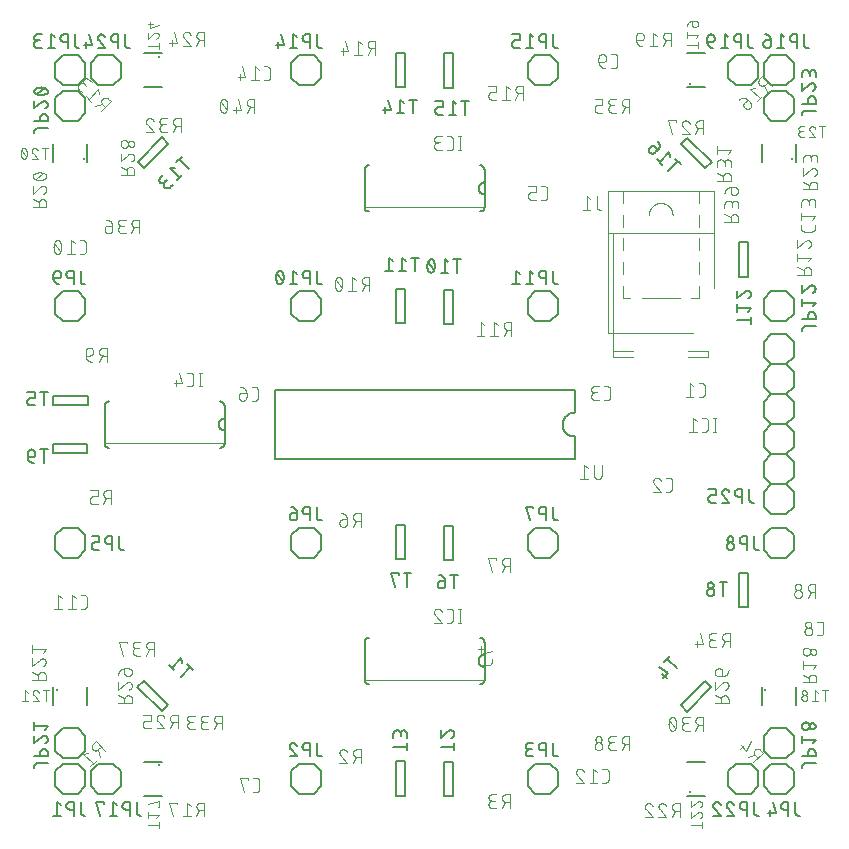
<source format=gbr>
G04 EAGLE Gerber RS-274X export*
G75*
%MOMM*%
%FSLAX34Y34*%
%LPD*%
%INSilkscreen Bottom*%
%IPPOS*%
%AMOC8*
5,1,8,0,0,1.08239X$1,22.5*%
G01*
%ADD10C,0.101600*%
%ADD11C,0.152400*%
%ADD12C,0.050800*%
%ADD13C,0.100000*%
%ADD14C,0.127000*%
%ADD15C,0.200000*%


D10*
X581999Y373208D02*
X584596Y373208D01*
X584695Y373210D01*
X584795Y373216D01*
X584894Y373225D01*
X584992Y373238D01*
X585090Y373255D01*
X585188Y373276D01*
X585284Y373301D01*
X585379Y373329D01*
X585473Y373361D01*
X585566Y373396D01*
X585658Y373435D01*
X585748Y373478D01*
X585836Y373523D01*
X585923Y373573D01*
X586007Y373625D01*
X586090Y373681D01*
X586170Y373739D01*
X586248Y373801D01*
X586323Y373866D01*
X586396Y373934D01*
X586466Y374004D01*
X586534Y374077D01*
X586599Y374152D01*
X586661Y374230D01*
X586719Y374310D01*
X586775Y374393D01*
X586827Y374477D01*
X586877Y374564D01*
X586922Y374652D01*
X586965Y374742D01*
X587004Y374834D01*
X587039Y374927D01*
X587071Y375021D01*
X587099Y375116D01*
X587124Y375212D01*
X587145Y375310D01*
X587162Y375408D01*
X587175Y375506D01*
X587184Y375605D01*
X587190Y375705D01*
X587192Y375804D01*
X587192Y382296D01*
X587190Y382395D01*
X587184Y382495D01*
X587175Y382594D01*
X587162Y382692D01*
X587145Y382790D01*
X587124Y382888D01*
X587099Y382984D01*
X587071Y383079D01*
X587039Y383173D01*
X587004Y383266D01*
X586965Y383358D01*
X586922Y383448D01*
X586877Y383536D01*
X586827Y383623D01*
X586775Y383707D01*
X586719Y383790D01*
X586661Y383870D01*
X586599Y383948D01*
X586534Y384023D01*
X586466Y384096D01*
X586396Y384166D01*
X586323Y384234D01*
X586248Y384299D01*
X586170Y384361D01*
X586090Y384419D01*
X586007Y384475D01*
X585923Y384527D01*
X585836Y384577D01*
X585748Y384622D01*
X585658Y384665D01*
X585566Y384704D01*
X585473Y384739D01*
X585379Y384771D01*
X585284Y384799D01*
X585188Y384824D01*
X585090Y384845D01*
X584992Y384862D01*
X584894Y384875D01*
X584795Y384884D01*
X584695Y384890D01*
X584596Y384892D01*
X581999Y384892D01*
X577634Y382296D02*
X574388Y384892D01*
X574388Y373208D01*
X571143Y373208D02*
X577634Y373208D01*
X557096Y293208D02*
X554499Y293208D01*
X557096Y293208D02*
X557195Y293210D01*
X557295Y293216D01*
X557394Y293225D01*
X557492Y293238D01*
X557590Y293255D01*
X557688Y293276D01*
X557784Y293301D01*
X557879Y293329D01*
X557973Y293361D01*
X558066Y293396D01*
X558158Y293435D01*
X558248Y293478D01*
X558336Y293523D01*
X558423Y293573D01*
X558507Y293625D01*
X558590Y293681D01*
X558670Y293739D01*
X558748Y293801D01*
X558823Y293866D01*
X558896Y293934D01*
X558966Y294004D01*
X559034Y294077D01*
X559099Y294152D01*
X559161Y294230D01*
X559219Y294310D01*
X559275Y294393D01*
X559327Y294477D01*
X559377Y294564D01*
X559422Y294652D01*
X559465Y294742D01*
X559504Y294834D01*
X559539Y294927D01*
X559571Y295021D01*
X559599Y295116D01*
X559624Y295212D01*
X559645Y295310D01*
X559662Y295408D01*
X559675Y295506D01*
X559684Y295605D01*
X559690Y295705D01*
X559692Y295804D01*
X559692Y302296D01*
X559690Y302395D01*
X559684Y302495D01*
X559675Y302594D01*
X559662Y302692D01*
X559645Y302790D01*
X559624Y302888D01*
X559599Y302984D01*
X559571Y303079D01*
X559539Y303173D01*
X559504Y303266D01*
X559465Y303358D01*
X559422Y303448D01*
X559377Y303536D01*
X559327Y303623D01*
X559275Y303707D01*
X559219Y303790D01*
X559161Y303870D01*
X559099Y303948D01*
X559034Y304023D01*
X558966Y304096D01*
X558896Y304166D01*
X558823Y304234D01*
X558748Y304299D01*
X558670Y304361D01*
X558590Y304419D01*
X558507Y304475D01*
X558423Y304527D01*
X558336Y304577D01*
X558248Y304622D01*
X558158Y304665D01*
X558066Y304704D01*
X557973Y304739D01*
X557879Y304771D01*
X557784Y304799D01*
X557688Y304824D01*
X557590Y304845D01*
X557492Y304862D01*
X557394Y304875D01*
X557295Y304884D01*
X557195Y304890D01*
X557096Y304892D01*
X554499Y304892D01*
X546564Y304892D02*
X546457Y304890D01*
X546351Y304884D01*
X546245Y304874D01*
X546139Y304861D01*
X546033Y304843D01*
X545929Y304822D01*
X545825Y304797D01*
X545722Y304768D01*
X545621Y304736D01*
X545521Y304699D01*
X545422Y304659D01*
X545324Y304616D01*
X545228Y304569D01*
X545134Y304518D01*
X545042Y304464D01*
X544952Y304407D01*
X544864Y304347D01*
X544779Y304283D01*
X544696Y304216D01*
X544615Y304146D01*
X544537Y304074D01*
X544461Y303998D01*
X544389Y303920D01*
X544319Y303839D01*
X544252Y303756D01*
X544188Y303671D01*
X544128Y303583D01*
X544071Y303493D01*
X544017Y303401D01*
X543966Y303307D01*
X543919Y303211D01*
X543876Y303113D01*
X543836Y303014D01*
X543799Y302914D01*
X543767Y302813D01*
X543738Y302710D01*
X543713Y302606D01*
X543692Y302502D01*
X543674Y302396D01*
X543661Y302290D01*
X543651Y302184D01*
X543645Y302078D01*
X543643Y301971D01*
X546564Y304892D02*
X546685Y304890D01*
X546806Y304884D01*
X546926Y304874D01*
X547047Y304861D01*
X547166Y304843D01*
X547286Y304822D01*
X547404Y304797D01*
X547521Y304768D01*
X547638Y304735D01*
X547753Y304699D01*
X547867Y304658D01*
X547980Y304615D01*
X548092Y304567D01*
X548201Y304516D01*
X548309Y304461D01*
X548416Y304403D01*
X548520Y304342D01*
X548622Y304277D01*
X548722Y304209D01*
X548820Y304138D01*
X548916Y304064D01*
X549009Y303987D01*
X549099Y303906D01*
X549187Y303823D01*
X549272Y303737D01*
X549355Y303648D01*
X549434Y303557D01*
X549511Y303463D01*
X549584Y303367D01*
X549654Y303269D01*
X549721Y303168D01*
X549785Y303065D01*
X549846Y302960D01*
X549903Y302853D01*
X549956Y302745D01*
X550006Y302635D01*
X550052Y302523D01*
X550095Y302410D01*
X550134Y302295D01*
X544617Y299699D02*
X544538Y299777D01*
X544462Y299857D01*
X544389Y299940D01*
X544319Y300026D01*
X544252Y300113D01*
X544188Y300204D01*
X544128Y300296D01*
X544070Y300390D01*
X544016Y300487D01*
X543966Y300585D01*
X543919Y300685D01*
X543875Y300786D01*
X543835Y300889D01*
X543799Y300994D01*
X543767Y301099D01*
X543738Y301206D01*
X543713Y301313D01*
X543691Y301422D01*
X543674Y301531D01*
X543660Y301640D01*
X543651Y301750D01*
X543645Y301861D01*
X543643Y301971D01*
X544616Y299699D02*
X550134Y293208D01*
X543643Y293208D01*
X504596Y370708D02*
X501999Y370708D01*
X504596Y370708D02*
X504695Y370710D01*
X504795Y370716D01*
X504894Y370725D01*
X504992Y370738D01*
X505090Y370755D01*
X505188Y370776D01*
X505284Y370801D01*
X505379Y370829D01*
X505473Y370861D01*
X505566Y370896D01*
X505658Y370935D01*
X505748Y370978D01*
X505836Y371023D01*
X505923Y371073D01*
X506007Y371125D01*
X506090Y371181D01*
X506170Y371239D01*
X506248Y371301D01*
X506323Y371366D01*
X506396Y371434D01*
X506466Y371504D01*
X506534Y371577D01*
X506599Y371652D01*
X506661Y371730D01*
X506719Y371810D01*
X506775Y371893D01*
X506827Y371977D01*
X506877Y372064D01*
X506922Y372152D01*
X506965Y372242D01*
X507004Y372334D01*
X507039Y372427D01*
X507071Y372521D01*
X507099Y372616D01*
X507124Y372712D01*
X507145Y372810D01*
X507162Y372908D01*
X507175Y373006D01*
X507184Y373105D01*
X507190Y373205D01*
X507192Y373304D01*
X507192Y379796D01*
X507190Y379895D01*
X507184Y379995D01*
X507175Y380094D01*
X507162Y380192D01*
X507145Y380290D01*
X507124Y380388D01*
X507099Y380484D01*
X507071Y380579D01*
X507039Y380673D01*
X507004Y380766D01*
X506965Y380858D01*
X506922Y380948D01*
X506877Y381036D01*
X506827Y381123D01*
X506775Y381207D01*
X506719Y381290D01*
X506661Y381370D01*
X506599Y381448D01*
X506534Y381523D01*
X506466Y381596D01*
X506396Y381666D01*
X506323Y381734D01*
X506248Y381799D01*
X506170Y381861D01*
X506090Y381919D01*
X506007Y381975D01*
X505923Y382027D01*
X505836Y382077D01*
X505748Y382122D01*
X505658Y382165D01*
X505566Y382204D01*
X505473Y382239D01*
X505379Y382271D01*
X505284Y382299D01*
X505188Y382324D01*
X505090Y382345D01*
X504992Y382362D01*
X504894Y382375D01*
X504795Y382384D01*
X504695Y382390D01*
X504596Y382392D01*
X501999Y382392D01*
X497634Y370708D02*
X494388Y370708D01*
X494275Y370710D01*
X494162Y370716D01*
X494049Y370726D01*
X493936Y370740D01*
X493824Y370757D01*
X493713Y370779D01*
X493603Y370804D01*
X493493Y370834D01*
X493385Y370867D01*
X493278Y370904D01*
X493172Y370944D01*
X493068Y370989D01*
X492965Y371037D01*
X492864Y371088D01*
X492765Y371143D01*
X492668Y371201D01*
X492573Y371263D01*
X492480Y371328D01*
X492390Y371396D01*
X492302Y371467D01*
X492216Y371542D01*
X492133Y371619D01*
X492053Y371699D01*
X491976Y371782D01*
X491901Y371868D01*
X491830Y371956D01*
X491762Y372046D01*
X491697Y372139D01*
X491635Y372234D01*
X491577Y372331D01*
X491522Y372430D01*
X491471Y372531D01*
X491423Y372634D01*
X491378Y372738D01*
X491338Y372844D01*
X491301Y372951D01*
X491268Y373059D01*
X491238Y373169D01*
X491213Y373279D01*
X491191Y373390D01*
X491174Y373502D01*
X491160Y373615D01*
X491150Y373728D01*
X491144Y373841D01*
X491142Y373954D01*
X491144Y374067D01*
X491150Y374180D01*
X491160Y374293D01*
X491174Y374406D01*
X491191Y374518D01*
X491213Y374629D01*
X491238Y374739D01*
X491268Y374849D01*
X491301Y374957D01*
X491338Y375064D01*
X491378Y375170D01*
X491423Y375274D01*
X491471Y375377D01*
X491522Y375478D01*
X491577Y375577D01*
X491635Y375674D01*
X491697Y375769D01*
X491762Y375862D01*
X491830Y375952D01*
X491901Y376040D01*
X491976Y376126D01*
X492053Y376209D01*
X492133Y376289D01*
X492216Y376366D01*
X492302Y376441D01*
X492390Y376512D01*
X492480Y376580D01*
X492573Y376645D01*
X492668Y376707D01*
X492765Y376765D01*
X492864Y376820D01*
X492965Y376871D01*
X493068Y376919D01*
X493172Y376964D01*
X493278Y377004D01*
X493385Y377041D01*
X493493Y377074D01*
X493603Y377104D01*
X493713Y377129D01*
X493824Y377151D01*
X493936Y377168D01*
X494049Y377182D01*
X494162Y377192D01*
X494275Y377198D01*
X494388Y377200D01*
X493739Y382392D02*
X497634Y382392D01*
X493739Y382392D02*
X493638Y382390D01*
X493538Y382384D01*
X493438Y382374D01*
X493338Y382361D01*
X493239Y382343D01*
X493140Y382322D01*
X493043Y382297D01*
X492946Y382268D01*
X492851Y382235D01*
X492757Y382199D01*
X492665Y382159D01*
X492574Y382116D01*
X492485Y382069D01*
X492398Y382019D01*
X492312Y381965D01*
X492229Y381908D01*
X492149Y381848D01*
X492070Y381785D01*
X491994Y381718D01*
X491921Y381649D01*
X491851Y381577D01*
X491783Y381503D01*
X491718Y381426D01*
X491657Y381346D01*
X491598Y381264D01*
X491543Y381180D01*
X491491Y381094D01*
X491442Y381006D01*
X491397Y380916D01*
X491355Y380824D01*
X491317Y380731D01*
X491283Y380636D01*
X491252Y380541D01*
X491225Y380444D01*
X491202Y380346D01*
X491182Y380247D01*
X491167Y380147D01*
X491155Y380047D01*
X491147Y379947D01*
X491143Y379846D01*
X491143Y379746D01*
X491147Y379645D01*
X491155Y379545D01*
X491167Y379445D01*
X491182Y379345D01*
X491202Y379246D01*
X491225Y379148D01*
X491252Y379051D01*
X491283Y378956D01*
X491317Y378861D01*
X491355Y378768D01*
X491397Y378676D01*
X491442Y378586D01*
X491491Y378498D01*
X491543Y378412D01*
X491598Y378328D01*
X491657Y378246D01*
X491718Y378166D01*
X491783Y378089D01*
X491851Y378015D01*
X491921Y377943D01*
X491994Y377874D01*
X492070Y377807D01*
X492149Y377744D01*
X492229Y377684D01*
X492312Y377627D01*
X492398Y377573D01*
X492485Y377523D01*
X492574Y377476D01*
X492665Y377433D01*
X492757Y377393D01*
X492851Y377357D01*
X492946Y377324D01*
X493043Y377295D01*
X493140Y377270D01*
X493239Y377249D01*
X493338Y377231D01*
X493438Y377218D01*
X493538Y377208D01*
X493638Y377202D01*
X493739Y377200D01*
X493739Y377199D02*
X496336Y377199D01*
X395108Y151336D02*
X395108Y148739D01*
X395110Y148640D01*
X395116Y148540D01*
X395125Y148441D01*
X395138Y148343D01*
X395155Y148245D01*
X395176Y148147D01*
X395201Y148051D01*
X395229Y147956D01*
X395261Y147862D01*
X395296Y147769D01*
X395335Y147677D01*
X395378Y147587D01*
X395423Y147499D01*
X395473Y147412D01*
X395525Y147328D01*
X395581Y147245D01*
X395639Y147165D01*
X395701Y147087D01*
X395766Y147012D01*
X395834Y146939D01*
X395904Y146869D01*
X395977Y146801D01*
X396052Y146736D01*
X396130Y146674D01*
X396210Y146616D01*
X396293Y146560D01*
X396377Y146508D01*
X396464Y146458D01*
X396552Y146413D01*
X396642Y146370D01*
X396734Y146331D01*
X396827Y146296D01*
X396921Y146264D01*
X397016Y146236D01*
X397112Y146211D01*
X397210Y146190D01*
X397308Y146173D01*
X397406Y146160D01*
X397505Y146151D01*
X397605Y146145D01*
X397704Y146143D01*
X404196Y146143D01*
X404295Y146145D01*
X404395Y146151D01*
X404494Y146160D01*
X404592Y146173D01*
X404690Y146190D01*
X404788Y146211D01*
X404884Y146236D01*
X404979Y146264D01*
X405073Y146296D01*
X405166Y146331D01*
X405258Y146370D01*
X405348Y146413D01*
X405436Y146458D01*
X405523Y146508D01*
X405607Y146560D01*
X405690Y146616D01*
X405770Y146674D01*
X405848Y146736D01*
X405923Y146801D01*
X405996Y146869D01*
X406066Y146939D01*
X406134Y147012D01*
X406199Y147087D01*
X406261Y147165D01*
X406319Y147245D01*
X406375Y147328D01*
X406427Y147412D01*
X406477Y147499D01*
X406522Y147587D01*
X406565Y147677D01*
X406604Y147769D01*
X406639Y147861D01*
X406671Y147956D01*
X406699Y148051D01*
X406724Y148147D01*
X406745Y148245D01*
X406762Y148343D01*
X406775Y148441D01*
X406784Y148540D01*
X406790Y148640D01*
X406792Y148739D01*
X406792Y151336D01*
X406792Y158297D02*
X397704Y155701D01*
X397704Y162192D01*
X400301Y160245D02*
X395108Y160245D01*
X448664Y540108D02*
X451261Y540108D01*
X451360Y540110D01*
X451460Y540116D01*
X451559Y540125D01*
X451657Y540138D01*
X451755Y540155D01*
X451853Y540176D01*
X451949Y540201D01*
X452044Y540229D01*
X452138Y540261D01*
X452231Y540296D01*
X452323Y540335D01*
X452413Y540378D01*
X452501Y540423D01*
X452588Y540473D01*
X452672Y540525D01*
X452755Y540581D01*
X452835Y540639D01*
X452913Y540701D01*
X452988Y540766D01*
X453061Y540834D01*
X453131Y540904D01*
X453199Y540977D01*
X453264Y541052D01*
X453326Y541130D01*
X453384Y541210D01*
X453440Y541293D01*
X453492Y541377D01*
X453542Y541464D01*
X453587Y541552D01*
X453630Y541642D01*
X453669Y541734D01*
X453704Y541827D01*
X453736Y541921D01*
X453764Y542016D01*
X453789Y542112D01*
X453810Y542210D01*
X453827Y542308D01*
X453840Y542406D01*
X453849Y542505D01*
X453855Y542605D01*
X453857Y542704D01*
X453857Y549196D01*
X453855Y549295D01*
X453849Y549395D01*
X453840Y549494D01*
X453827Y549592D01*
X453810Y549690D01*
X453789Y549788D01*
X453764Y549884D01*
X453736Y549979D01*
X453704Y550073D01*
X453669Y550166D01*
X453630Y550258D01*
X453587Y550348D01*
X453542Y550436D01*
X453492Y550523D01*
X453440Y550607D01*
X453384Y550690D01*
X453326Y550770D01*
X453264Y550848D01*
X453199Y550923D01*
X453131Y550996D01*
X453061Y551066D01*
X452988Y551134D01*
X452913Y551199D01*
X452835Y551261D01*
X452755Y551319D01*
X452672Y551375D01*
X452588Y551427D01*
X452501Y551477D01*
X452413Y551522D01*
X452323Y551565D01*
X452231Y551604D01*
X452138Y551639D01*
X452044Y551671D01*
X451949Y551699D01*
X451853Y551724D01*
X451755Y551745D01*
X451657Y551762D01*
X451559Y551775D01*
X451460Y551784D01*
X451360Y551790D01*
X451261Y551792D01*
X448664Y551792D01*
X444299Y540108D02*
X440404Y540108D01*
X440305Y540110D01*
X440205Y540116D01*
X440106Y540125D01*
X440008Y540138D01*
X439910Y540155D01*
X439812Y540176D01*
X439716Y540201D01*
X439621Y540229D01*
X439527Y540261D01*
X439434Y540296D01*
X439342Y540335D01*
X439252Y540378D01*
X439164Y540423D01*
X439077Y540473D01*
X438993Y540525D01*
X438910Y540581D01*
X438830Y540639D01*
X438752Y540701D01*
X438677Y540766D01*
X438604Y540834D01*
X438534Y540904D01*
X438466Y540977D01*
X438401Y541052D01*
X438339Y541130D01*
X438281Y541210D01*
X438225Y541293D01*
X438173Y541377D01*
X438123Y541464D01*
X438078Y541552D01*
X438035Y541642D01*
X437996Y541734D01*
X437961Y541827D01*
X437929Y541921D01*
X437901Y542016D01*
X437876Y542112D01*
X437855Y542210D01*
X437838Y542308D01*
X437825Y542406D01*
X437816Y542505D01*
X437810Y542605D01*
X437808Y542704D01*
X437808Y544003D01*
X437810Y544102D01*
X437816Y544202D01*
X437825Y544301D01*
X437838Y544399D01*
X437855Y544497D01*
X437876Y544595D01*
X437901Y544691D01*
X437929Y544786D01*
X437961Y544880D01*
X437996Y544973D01*
X438035Y545065D01*
X438078Y545155D01*
X438123Y545243D01*
X438173Y545330D01*
X438225Y545414D01*
X438281Y545497D01*
X438339Y545577D01*
X438401Y545655D01*
X438466Y545730D01*
X438534Y545803D01*
X438604Y545873D01*
X438677Y545941D01*
X438752Y546006D01*
X438830Y546068D01*
X438910Y546126D01*
X438993Y546182D01*
X439077Y546234D01*
X439164Y546284D01*
X439252Y546329D01*
X439342Y546372D01*
X439434Y546411D01*
X439527Y546446D01*
X439621Y546478D01*
X439716Y546506D01*
X439812Y546531D01*
X439910Y546552D01*
X440008Y546569D01*
X440106Y546582D01*
X440205Y546591D01*
X440305Y546597D01*
X440404Y546599D01*
X444299Y546599D01*
X444299Y551792D01*
X437808Y551792D01*
X206261Y370108D02*
X203664Y370108D01*
X206261Y370108D02*
X206360Y370110D01*
X206460Y370116D01*
X206559Y370125D01*
X206657Y370138D01*
X206755Y370155D01*
X206853Y370176D01*
X206949Y370201D01*
X207044Y370229D01*
X207138Y370261D01*
X207231Y370296D01*
X207323Y370335D01*
X207413Y370378D01*
X207501Y370423D01*
X207588Y370473D01*
X207672Y370525D01*
X207755Y370581D01*
X207835Y370639D01*
X207913Y370701D01*
X207988Y370766D01*
X208061Y370834D01*
X208131Y370904D01*
X208199Y370977D01*
X208264Y371052D01*
X208326Y371130D01*
X208384Y371210D01*
X208440Y371293D01*
X208492Y371377D01*
X208542Y371464D01*
X208587Y371552D01*
X208630Y371642D01*
X208669Y371734D01*
X208704Y371827D01*
X208736Y371921D01*
X208764Y372016D01*
X208789Y372112D01*
X208810Y372210D01*
X208827Y372308D01*
X208840Y372406D01*
X208849Y372505D01*
X208855Y372605D01*
X208857Y372704D01*
X208857Y379196D01*
X208855Y379295D01*
X208849Y379395D01*
X208840Y379494D01*
X208827Y379592D01*
X208810Y379690D01*
X208789Y379788D01*
X208764Y379884D01*
X208736Y379979D01*
X208704Y380073D01*
X208669Y380166D01*
X208630Y380258D01*
X208587Y380348D01*
X208542Y380436D01*
X208492Y380523D01*
X208440Y380607D01*
X208384Y380690D01*
X208326Y380770D01*
X208264Y380848D01*
X208199Y380923D01*
X208131Y380996D01*
X208061Y381066D01*
X207988Y381134D01*
X207913Y381199D01*
X207835Y381261D01*
X207755Y381319D01*
X207672Y381375D01*
X207588Y381427D01*
X207501Y381477D01*
X207413Y381522D01*
X207323Y381565D01*
X207231Y381604D01*
X207138Y381639D01*
X207044Y381671D01*
X206949Y381699D01*
X206853Y381724D01*
X206755Y381745D01*
X206657Y381762D01*
X206559Y381775D01*
X206460Y381784D01*
X206360Y381790D01*
X206261Y381792D01*
X203664Y381792D01*
X199299Y376599D02*
X195404Y376599D01*
X195305Y376597D01*
X195205Y376591D01*
X195106Y376582D01*
X195008Y376569D01*
X194910Y376552D01*
X194812Y376531D01*
X194716Y376506D01*
X194621Y376478D01*
X194527Y376446D01*
X194434Y376411D01*
X194342Y376372D01*
X194252Y376329D01*
X194164Y376284D01*
X194077Y376234D01*
X193993Y376182D01*
X193910Y376126D01*
X193830Y376068D01*
X193752Y376006D01*
X193677Y375941D01*
X193604Y375873D01*
X193534Y375803D01*
X193466Y375730D01*
X193401Y375655D01*
X193339Y375577D01*
X193281Y375497D01*
X193225Y375414D01*
X193173Y375330D01*
X193123Y375243D01*
X193078Y375155D01*
X193035Y375065D01*
X192996Y374973D01*
X192961Y374880D01*
X192929Y374786D01*
X192901Y374691D01*
X192876Y374595D01*
X192855Y374497D01*
X192838Y374399D01*
X192825Y374301D01*
X192816Y374202D01*
X192810Y374102D01*
X192808Y374003D01*
X192808Y373354D01*
X192810Y373241D01*
X192816Y373128D01*
X192826Y373015D01*
X192840Y372902D01*
X192857Y372790D01*
X192879Y372679D01*
X192904Y372569D01*
X192934Y372459D01*
X192967Y372351D01*
X193004Y372244D01*
X193044Y372138D01*
X193089Y372034D01*
X193137Y371931D01*
X193188Y371830D01*
X193243Y371731D01*
X193301Y371634D01*
X193363Y371539D01*
X193428Y371446D01*
X193496Y371356D01*
X193567Y371268D01*
X193642Y371182D01*
X193719Y371099D01*
X193799Y371019D01*
X193882Y370942D01*
X193968Y370867D01*
X194056Y370796D01*
X194146Y370728D01*
X194239Y370663D01*
X194334Y370601D01*
X194431Y370543D01*
X194530Y370488D01*
X194631Y370437D01*
X194734Y370389D01*
X194838Y370344D01*
X194944Y370304D01*
X195051Y370267D01*
X195159Y370234D01*
X195269Y370204D01*
X195379Y370179D01*
X195490Y370157D01*
X195602Y370140D01*
X195715Y370126D01*
X195828Y370116D01*
X195941Y370110D01*
X196054Y370108D01*
X196167Y370110D01*
X196280Y370116D01*
X196393Y370126D01*
X196506Y370140D01*
X196618Y370157D01*
X196729Y370179D01*
X196839Y370204D01*
X196949Y370234D01*
X197057Y370267D01*
X197164Y370304D01*
X197270Y370344D01*
X197374Y370389D01*
X197477Y370437D01*
X197578Y370488D01*
X197677Y370543D01*
X197774Y370601D01*
X197869Y370663D01*
X197962Y370728D01*
X198052Y370796D01*
X198140Y370867D01*
X198226Y370942D01*
X198309Y371019D01*
X198389Y371099D01*
X198466Y371182D01*
X198541Y371268D01*
X198612Y371356D01*
X198680Y371446D01*
X198745Y371539D01*
X198807Y371634D01*
X198865Y371731D01*
X198920Y371830D01*
X198971Y371931D01*
X199019Y372034D01*
X199064Y372138D01*
X199104Y372244D01*
X199141Y372351D01*
X199174Y372459D01*
X199204Y372569D01*
X199229Y372679D01*
X199251Y372790D01*
X199268Y372902D01*
X199282Y373015D01*
X199292Y373128D01*
X199298Y373241D01*
X199300Y373354D01*
X199299Y373354D02*
X199299Y376599D01*
X199297Y376742D01*
X199291Y376885D01*
X199281Y377028D01*
X199267Y377170D01*
X199250Y377312D01*
X199228Y377454D01*
X199203Y377595D01*
X199173Y377735D01*
X199140Y377874D01*
X199103Y378012D01*
X199062Y378149D01*
X199018Y378285D01*
X198969Y378420D01*
X198917Y378553D01*
X198862Y378685D01*
X198802Y378815D01*
X198739Y378944D01*
X198673Y379071D01*
X198603Y379196D01*
X198530Y379318D01*
X198453Y379439D01*
X198373Y379558D01*
X198290Y379674D01*
X198204Y379789D01*
X198115Y379900D01*
X198022Y380010D01*
X197927Y380116D01*
X197828Y380220D01*
X197727Y380321D01*
X197623Y380420D01*
X197517Y380515D01*
X197407Y380608D01*
X197296Y380697D01*
X197181Y380783D01*
X197065Y380866D01*
X196946Y380946D01*
X196825Y381023D01*
X196703Y381096D01*
X196578Y381166D01*
X196451Y381232D01*
X196322Y381295D01*
X196192Y381355D01*
X196060Y381410D01*
X195927Y381462D01*
X195792Y381511D01*
X195656Y381555D01*
X195519Y381596D01*
X195381Y381633D01*
X195242Y381666D01*
X195102Y381696D01*
X194961Y381721D01*
X194819Y381743D01*
X194677Y381760D01*
X194535Y381774D01*
X194392Y381784D01*
X194249Y381790D01*
X194106Y381792D01*
X595873Y355442D02*
X595873Y343758D01*
X597171Y343758D02*
X594574Y343758D01*
X594574Y355442D02*
X597171Y355442D01*
X587411Y343758D02*
X584814Y343758D01*
X587411Y343758D02*
X587510Y343760D01*
X587610Y343766D01*
X587709Y343775D01*
X587807Y343788D01*
X587905Y343805D01*
X588003Y343826D01*
X588099Y343851D01*
X588194Y343879D01*
X588288Y343911D01*
X588381Y343946D01*
X588473Y343985D01*
X588563Y344028D01*
X588651Y344073D01*
X588738Y344123D01*
X588822Y344175D01*
X588905Y344231D01*
X588985Y344289D01*
X589063Y344351D01*
X589138Y344416D01*
X589211Y344484D01*
X589281Y344554D01*
X589349Y344627D01*
X589414Y344702D01*
X589476Y344780D01*
X589534Y344860D01*
X589590Y344943D01*
X589642Y345027D01*
X589692Y345114D01*
X589737Y345202D01*
X589780Y345292D01*
X589819Y345384D01*
X589854Y345477D01*
X589886Y345571D01*
X589914Y345666D01*
X589939Y345762D01*
X589960Y345860D01*
X589977Y345958D01*
X589990Y346056D01*
X589999Y346155D01*
X590005Y346255D01*
X590007Y346354D01*
X590007Y352846D01*
X590005Y352945D01*
X589999Y353045D01*
X589990Y353144D01*
X589977Y353242D01*
X589960Y353340D01*
X589939Y353438D01*
X589914Y353534D01*
X589886Y353629D01*
X589854Y353723D01*
X589819Y353816D01*
X589780Y353908D01*
X589737Y353998D01*
X589692Y354086D01*
X589642Y354173D01*
X589590Y354257D01*
X589534Y354340D01*
X589476Y354420D01*
X589414Y354498D01*
X589349Y354573D01*
X589281Y354646D01*
X589211Y354716D01*
X589138Y354784D01*
X589063Y354849D01*
X588985Y354911D01*
X588905Y354969D01*
X588822Y355025D01*
X588738Y355077D01*
X588651Y355127D01*
X588563Y355172D01*
X588473Y355215D01*
X588381Y355254D01*
X588288Y355289D01*
X588194Y355321D01*
X588099Y355349D01*
X588003Y355374D01*
X587905Y355395D01*
X587807Y355412D01*
X587709Y355425D01*
X587610Y355434D01*
X587510Y355440D01*
X587411Y355442D01*
X584814Y355442D01*
X580449Y352846D02*
X577204Y355442D01*
X577204Y343758D01*
X580449Y343758D02*
X573958Y343758D01*
D11*
X303010Y130442D02*
X302888Y130444D01*
X302766Y130450D01*
X302644Y130460D01*
X302523Y130473D01*
X302402Y130491D01*
X302282Y130512D01*
X302162Y130538D01*
X302044Y130567D01*
X301926Y130599D01*
X301809Y130636D01*
X301694Y130676D01*
X301580Y130720D01*
X301468Y130768D01*
X301357Y130819D01*
X301248Y130874D01*
X301140Y130932D01*
X301035Y130994D01*
X300932Y131059D01*
X300830Y131127D01*
X300731Y131199D01*
X300635Y131273D01*
X300540Y131351D01*
X300449Y131432D01*
X300359Y131515D01*
X300273Y131601D01*
X300190Y131691D01*
X300109Y131782D01*
X300031Y131877D01*
X299957Y131973D01*
X299885Y132072D01*
X299817Y132174D01*
X299752Y132277D01*
X299690Y132382D01*
X299632Y132490D01*
X299577Y132599D01*
X299526Y132710D01*
X299478Y132822D01*
X299434Y132936D01*
X299394Y133051D01*
X299357Y133168D01*
X299325Y133286D01*
X299296Y133404D01*
X299270Y133524D01*
X299249Y133644D01*
X299231Y133765D01*
X299218Y133886D01*
X299208Y134008D01*
X299202Y134130D01*
X299200Y134252D01*
X396990Y169558D02*
X397112Y169556D01*
X397234Y169550D01*
X397356Y169540D01*
X397477Y169527D01*
X397598Y169509D01*
X397718Y169488D01*
X397838Y169462D01*
X397956Y169433D01*
X398074Y169401D01*
X398191Y169364D01*
X398306Y169324D01*
X398420Y169280D01*
X398532Y169232D01*
X398643Y169181D01*
X398752Y169126D01*
X398860Y169068D01*
X398965Y169006D01*
X399068Y168941D01*
X399170Y168873D01*
X399269Y168801D01*
X399365Y168727D01*
X399460Y168649D01*
X399551Y168568D01*
X399641Y168485D01*
X399727Y168399D01*
X399810Y168309D01*
X399891Y168218D01*
X399969Y168123D01*
X400043Y168027D01*
X400115Y167928D01*
X400183Y167826D01*
X400248Y167723D01*
X400310Y167618D01*
X400368Y167510D01*
X400423Y167401D01*
X400474Y167290D01*
X400522Y167178D01*
X400566Y167064D01*
X400606Y166949D01*
X400643Y166832D01*
X400675Y166714D01*
X400704Y166596D01*
X400730Y166476D01*
X400751Y166356D01*
X400769Y166235D01*
X400782Y166114D01*
X400792Y165992D01*
X400798Y165870D01*
X400800Y165748D01*
X303010Y169558D02*
X302888Y169556D01*
X302766Y169550D01*
X302644Y169540D01*
X302523Y169527D01*
X302402Y169509D01*
X302282Y169488D01*
X302162Y169462D01*
X302044Y169433D01*
X301926Y169401D01*
X301809Y169364D01*
X301694Y169324D01*
X301580Y169280D01*
X301468Y169232D01*
X301357Y169181D01*
X301248Y169126D01*
X301140Y169068D01*
X301035Y169006D01*
X300932Y168941D01*
X300830Y168873D01*
X300731Y168801D01*
X300635Y168727D01*
X300540Y168649D01*
X300449Y168568D01*
X300359Y168485D01*
X300273Y168399D01*
X300190Y168309D01*
X300109Y168218D01*
X300031Y168123D01*
X299957Y168027D01*
X299885Y167928D01*
X299817Y167826D01*
X299752Y167723D01*
X299690Y167618D01*
X299632Y167510D01*
X299577Y167401D01*
X299526Y167290D01*
X299478Y167178D01*
X299434Y167064D01*
X299394Y166949D01*
X299357Y166832D01*
X299325Y166714D01*
X299296Y166596D01*
X299270Y166476D01*
X299249Y166356D01*
X299231Y166235D01*
X299218Y166114D01*
X299208Y165992D01*
X299202Y165870D01*
X299200Y165748D01*
X396990Y130442D02*
X397112Y130444D01*
X397234Y130450D01*
X397356Y130460D01*
X397477Y130473D01*
X397598Y130491D01*
X397718Y130512D01*
X397838Y130538D01*
X397956Y130567D01*
X398074Y130599D01*
X398191Y130636D01*
X398306Y130676D01*
X398420Y130720D01*
X398532Y130768D01*
X398643Y130819D01*
X398752Y130874D01*
X398860Y130932D01*
X398965Y130994D01*
X399068Y131059D01*
X399170Y131127D01*
X399269Y131199D01*
X399365Y131273D01*
X399460Y131351D01*
X399551Y131432D01*
X399641Y131515D01*
X399727Y131601D01*
X399810Y131691D01*
X399891Y131782D01*
X399969Y131877D01*
X400043Y131973D01*
X400115Y132072D01*
X400183Y132174D01*
X400248Y132277D01*
X400310Y132382D01*
X400368Y132490D01*
X400423Y132599D01*
X400474Y132710D01*
X400522Y132822D01*
X400566Y132936D01*
X400606Y133051D01*
X400643Y133168D01*
X400675Y133286D01*
X400704Y133404D01*
X400730Y133524D01*
X400751Y133644D01*
X400769Y133765D01*
X400782Y133886D01*
X400792Y134008D01*
X400798Y134130D01*
X400800Y134252D01*
X299200Y134252D02*
X299200Y165748D01*
X400800Y165748D02*
X400800Y155080D01*
X400800Y144920D01*
X400800Y134252D01*
X400800Y144920D02*
X400659Y144922D01*
X400518Y144928D01*
X400377Y144938D01*
X400236Y144951D01*
X400096Y144969D01*
X399957Y144991D01*
X399818Y145016D01*
X399679Y145045D01*
X399542Y145078D01*
X399406Y145115D01*
X399271Y145156D01*
X399136Y145200D01*
X399004Y145248D01*
X398872Y145300D01*
X398742Y145355D01*
X398614Y145414D01*
X398487Y145477D01*
X398363Y145543D01*
X398240Y145612D01*
X398119Y145685D01*
X398000Y145761D01*
X397883Y145841D01*
X397769Y145924D01*
X397656Y146009D01*
X397547Y146098D01*
X397439Y146190D01*
X397335Y146285D01*
X397233Y146383D01*
X397134Y146484D01*
X397037Y146587D01*
X396944Y146693D01*
X396854Y146801D01*
X396766Y146912D01*
X396682Y147025D01*
X396601Y147141D01*
X396523Y147259D01*
X396448Y147379D01*
X396377Y147501D01*
X396309Y147625D01*
X396245Y147751D01*
X396184Y147878D01*
X396127Y148007D01*
X396074Y148138D01*
X396024Y148270D01*
X395977Y148403D01*
X395935Y148538D01*
X395896Y148674D01*
X395861Y148811D01*
X395830Y148948D01*
X395803Y149087D01*
X395779Y149226D01*
X395760Y149366D01*
X395744Y149506D01*
X395732Y149647D01*
X395724Y149788D01*
X395720Y149929D01*
X395720Y150071D01*
X395724Y150212D01*
X395732Y150353D01*
X395744Y150494D01*
X395760Y150634D01*
X395779Y150774D01*
X395803Y150913D01*
X395830Y151052D01*
X395861Y151189D01*
X395896Y151326D01*
X395935Y151462D01*
X395977Y151597D01*
X396024Y151730D01*
X396074Y151862D01*
X396127Y151993D01*
X396184Y152122D01*
X396245Y152249D01*
X396309Y152375D01*
X396377Y152499D01*
X396448Y152621D01*
X396523Y152741D01*
X396601Y152859D01*
X396682Y152975D01*
X396766Y153088D01*
X396854Y153199D01*
X396944Y153307D01*
X397037Y153413D01*
X397134Y153516D01*
X397233Y153617D01*
X397335Y153715D01*
X397439Y153810D01*
X397547Y153902D01*
X397656Y153991D01*
X397769Y154076D01*
X397883Y154159D01*
X398000Y154239D01*
X398119Y154315D01*
X398240Y154388D01*
X398363Y154457D01*
X398487Y154523D01*
X398614Y154586D01*
X398742Y154645D01*
X398872Y154700D01*
X399004Y154752D01*
X399136Y154800D01*
X399271Y154844D01*
X399406Y154885D01*
X399542Y154922D01*
X399679Y154955D01*
X399818Y154984D01*
X399957Y155009D01*
X400096Y155031D01*
X400236Y155049D01*
X400377Y155062D01*
X400518Y155072D01*
X400659Y155078D01*
X400800Y155080D01*
D12*
X400800Y133998D02*
X299200Y133998D01*
D10*
X379944Y182258D02*
X379944Y193942D01*
X381242Y182258D02*
X378646Y182258D01*
X378646Y193942D02*
X381242Y193942D01*
X371482Y182258D02*
X368886Y182258D01*
X371482Y182258D02*
X371581Y182260D01*
X371681Y182266D01*
X371780Y182275D01*
X371878Y182288D01*
X371976Y182305D01*
X372074Y182326D01*
X372170Y182351D01*
X372265Y182379D01*
X372359Y182411D01*
X372452Y182446D01*
X372544Y182485D01*
X372634Y182528D01*
X372722Y182573D01*
X372809Y182623D01*
X372893Y182675D01*
X372976Y182731D01*
X373056Y182789D01*
X373134Y182851D01*
X373209Y182916D01*
X373282Y182984D01*
X373352Y183054D01*
X373420Y183127D01*
X373485Y183202D01*
X373547Y183280D01*
X373605Y183360D01*
X373661Y183443D01*
X373713Y183527D01*
X373763Y183614D01*
X373808Y183702D01*
X373851Y183792D01*
X373890Y183884D01*
X373925Y183977D01*
X373957Y184071D01*
X373985Y184166D01*
X374010Y184262D01*
X374031Y184360D01*
X374048Y184458D01*
X374061Y184556D01*
X374070Y184655D01*
X374076Y184755D01*
X374078Y184854D01*
X374079Y184854D02*
X374079Y191346D01*
X374078Y191346D02*
X374076Y191445D01*
X374070Y191545D01*
X374061Y191644D01*
X374048Y191742D01*
X374031Y191840D01*
X374010Y191938D01*
X373985Y192034D01*
X373957Y192129D01*
X373925Y192223D01*
X373890Y192316D01*
X373851Y192408D01*
X373808Y192498D01*
X373763Y192586D01*
X373713Y192673D01*
X373661Y192757D01*
X373605Y192840D01*
X373547Y192920D01*
X373485Y192998D01*
X373420Y193073D01*
X373352Y193146D01*
X373282Y193216D01*
X373209Y193284D01*
X373134Y193349D01*
X373056Y193411D01*
X372976Y193469D01*
X372893Y193525D01*
X372809Y193577D01*
X372722Y193627D01*
X372634Y193672D01*
X372544Y193715D01*
X372452Y193754D01*
X372359Y193789D01*
X372265Y193821D01*
X372170Y193849D01*
X372074Y193874D01*
X371976Y193895D01*
X371878Y193912D01*
X371780Y193925D01*
X371681Y193934D01*
X371581Y193940D01*
X371482Y193942D01*
X368886Y193942D01*
X360950Y193942D02*
X360843Y193940D01*
X360737Y193934D01*
X360631Y193924D01*
X360525Y193911D01*
X360419Y193893D01*
X360315Y193872D01*
X360211Y193847D01*
X360108Y193818D01*
X360007Y193786D01*
X359907Y193749D01*
X359808Y193709D01*
X359710Y193666D01*
X359614Y193619D01*
X359520Y193568D01*
X359428Y193514D01*
X359338Y193457D01*
X359250Y193397D01*
X359165Y193333D01*
X359082Y193266D01*
X359001Y193196D01*
X358923Y193124D01*
X358847Y193048D01*
X358775Y192970D01*
X358705Y192889D01*
X358638Y192806D01*
X358574Y192721D01*
X358514Y192633D01*
X358457Y192543D01*
X358403Y192451D01*
X358352Y192357D01*
X358305Y192261D01*
X358262Y192163D01*
X358222Y192064D01*
X358185Y191964D01*
X358153Y191863D01*
X358124Y191760D01*
X358099Y191656D01*
X358078Y191552D01*
X358060Y191446D01*
X358047Y191340D01*
X358037Y191234D01*
X358031Y191128D01*
X358029Y191021D01*
X360950Y193942D02*
X361071Y193940D01*
X361192Y193934D01*
X361312Y193924D01*
X361433Y193911D01*
X361552Y193893D01*
X361672Y193872D01*
X361790Y193847D01*
X361907Y193818D01*
X362024Y193785D01*
X362139Y193749D01*
X362253Y193708D01*
X362366Y193665D01*
X362478Y193617D01*
X362587Y193566D01*
X362695Y193511D01*
X362802Y193453D01*
X362906Y193392D01*
X363008Y193327D01*
X363108Y193259D01*
X363206Y193188D01*
X363302Y193114D01*
X363395Y193037D01*
X363485Y192956D01*
X363573Y192873D01*
X363658Y192787D01*
X363741Y192698D01*
X363820Y192607D01*
X363897Y192513D01*
X363970Y192417D01*
X364040Y192319D01*
X364107Y192218D01*
X364171Y192115D01*
X364232Y192010D01*
X364289Y191903D01*
X364342Y191795D01*
X364392Y191685D01*
X364438Y191573D01*
X364481Y191460D01*
X364520Y191345D01*
X359004Y188749D02*
X358925Y188827D01*
X358849Y188907D01*
X358776Y188990D01*
X358706Y189076D01*
X358639Y189163D01*
X358575Y189254D01*
X358515Y189346D01*
X358457Y189440D01*
X358403Y189537D01*
X358353Y189635D01*
X358306Y189735D01*
X358262Y189836D01*
X358222Y189939D01*
X358186Y190044D01*
X358154Y190149D01*
X358125Y190256D01*
X358100Y190363D01*
X358078Y190472D01*
X358061Y190581D01*
X358047Y190690D01*
X358038Y190800D01*
X358032Y190911D01*
X358030Y191021D01*
X359003Y188749D02*
X364520Y182258D01*
X358029Y182258D01*
D11*
X303010Y530442D02*
X302888Y530444D01*
X302766Y530450D01*
X302644Y530460D01*
X302523Y530473D01*
X302402Y530491D01*
X302282Y530512D01*
X302162Y530538D01*
X302044Y530567D01*
X301926Y530599D01*
X301809Y530636D01*
X301694Y530676D01*
X301580Y530720D01*
X301468Y530768D01*
X301357Y530819D01*
X301248Y530874D01*
X301140Y530932D01*
X301035Y530994D01*
X300932Y531059D01*
X300830Y531127D01*
X300731Y531199D01*
X300635Y531273D01*
X300540Y531351D01*
X300449Y531432D01*
X300359Y531515D01*
X300273Y531601D01*
X300190Y531691D01*
X300109Y531782D01*
X300031Y531877D01*
X299957Y531973D01*
X299885Y532072D01*
X299817Y532174D01*
X299752Y532277D01*
X299690Y532382D01*
X299632Y532490D01*
X299577Y532599D01*
X299526Y532710D01*
X299478Y532822D01*
X299434Y532936D01*
X299394Y533051D01*
X299357Y533168D01*
X299325Y533286D01*
X299296Y533404D01*
X299270Y533524D01*
X299249Y533644D01*
X299231Y533765D01*
X299218Y533886D01*
X299208Y534008D01*
X299202Y534130D01*
X299200Y534252D01*
X396990Y569558D02*
X397112Y569556D01*
X397234Y569550D01*
X397356Y569540D01*
X397477Y569527D01*
X397598Y569509D01*
X397718Y569488D01*
X397838Y569462D01*
X397956Y569433D01*
X398074Y569401D01*
X398191Y569364D01*
X398306Y569324D01*
X398420Y569280D01*
X398532Y569232D01*
X398643Y569181D01*
X398752Y569126D01*
X398860Y569068D01*
X398965Y569006D01*
X399068Y568941D01*
X399170Y568873D01*
X399269Y568801D01*
X399365Y568727D01*
X399460Y568649D01*
X399551Y568568D01*
X399641Y568485D01*
X399727Y568399D01*
X399810Y568309D01*
X399891Y568218D01*
X399969Y568123D01*
X400043Y568027D01*
X400115Y567928D01*
X400183Y567826D01*
X400248Y567723D01*
X400310Y567618D01*
X400368Y567510D01*
X400423Y567401D01*
X400474Y567290D01*
X400522Y567178D01*
X400566Y567064D01*
X400606Y566949D01*
X400643Y566832D01*
X400675Y566714D01*
X400704Y566596D01*
X400730Y566476D01*
X400751Y566356D01*
X400769Y566235D01*
X400782Y566114D01*
X400792Y565992D01*
X400798Y565870D01*
X400800Y565748D01*
X303010Y569558D02*
X302888Y569556D01*
X302766Y569550D01*
X302644Y569540D01*
X302523Y569527D01*
X302402Y569509D01*
X302282Y569488D01*
X302162Y569462D01*
X302044Y569433D01*
X301926Y569401D01*
X301809Y569364D01*
X301694Y569324D01*
X301580Y569280D01*
X301468Y569232D01*
X301357Y569181D01*
X301248Y569126D01*
X301140Y569068D01*
X301035Y569006D01*
X300932Y568941D01*
X300830Y568873D01*
X300731Y568801D01*
X300635Y568727D01*
X300540Y568649D01*
X300449Y568568D01*
X300359Y568485D01*
X300273Y568399D01*
X300190Y568309D01*
X300109Y568218D01*
X300031Y568123D01*
X299957Y568027D01*
X299885Y567928D01*
X299817Y567826D01*
X299752Y567723D01*
X299690Y567618D01*
X299632Y567510D01*
X299577Y567401D01*
X299526Y567290D01*
X299478Y567178D01*
X299434Y567064D01*
X299394Y566949D01*
X299357Y566832D01*
X299325Y566714D01*
X299296Y566596D01*
X299270Y566476D01*
X299249Y566356D01*
X299231Y566235D01*
X299218Y566114D01*
X299208Y565992D01*
X299202Y565870D01*
X299200Y565748D01*
X396990Y530442D02*
X397112Y530444D01*
X397234Y530450D01*
X397356Y530460D01*
X397477Y530473D01*
X397598Y530491D01*
X397718Y530512D01*
X397838Y530538D01*
X397956Y530567D01*
X398074Y530599D01*
X398191Y530636D01*
X398306Y530676D01*
X398420Y530720D01*
X398532Y530768D01*
X398643Y530819D01*
X398752Y530874D01*
X398860Y530932D01*
X398965Y530994D01*
X399068Y531059D01*
X399170Y531127D01*
X399269Y531199D01*
X399365Y531273D01*
X399460Y531351D01*
X399551Y531432D01*
X399641Y531515D01*
X399727Y531601D01*
X399810Y531691D01*
X399891Y531782D01*
X399969Y531877D01*
X400043Y531973D01*
X400115Y532072D01*
X400183Y532174D01*
X400248Y532277D01*
X400310Y532382D01*
X400368Y532490D01*
X400423Y532599D01*
X400474Y532710D01*
X400522Y532822D01*
X400566Y532936D01*
X400606Y533051D01*
X400643Y533168D01*
X400675Y533286D01*
X400704Y533404D01*
X400730Y533524D01*
X400751Y533644D01*
X400769Y533765D01*
X400782Y533886D01*
X400792Y534008D01*
X400798Y534130D01*
X400800Y534252D01*
X299200Y534252D02*
X299200Y565748D01*
X400800Y565748D02*
X400800Y555080D01*
X400800Y544920D01*
X400800Y534252D01*
X400800Y544920D02*
X400659Y544922D01*
X400518Y544928D01*
X400377Y544938D01*
X400236Y544951D01*
X400096Y544969D01*
X399957Y544991D01*
X399818Y545016D01*
X399679Y545045D01*
X399542Y545078D01*
X399406Y545115D01*
X399271Y545156D01*
X399136Y545200D01*
X399004Y545248D01*
X398872Y545300D01*
X398742Y545355D01*
X398614Y545414D01*
X398487Y545477D01*
X398363Y545543D01*
X398240Y545612D01*
X398119Y545685D01*
X398000Y545761D01*
X397883Y545841D01*
X397769Y545924D01*
X397656Y546009D01*
X397547Y546098D01*
X397439Y546190D01*
X397335Y546285D01*
X397233Y546383D01*
X397134Y546484D01*
X397037Y546587D01*
X396944Y546693D01*
X396854Y546801D01*
X396766Y546912D01*
X396682Y547025D01*
X396601Y547141D01*
X396523Y547259D01*
X396448Y547379D01*
X396377Y547501D01*
X396309Y547625D01*
X396245Y547751D01*
X396184Y547878D01*
X396127Y548007D01*
X396074Y548138D01*
X396024Y548270D01*
X395977Y548403D01*
X395935Y548538D01*
X395896Y548674D01*
X395861Y548811D01*
X395830Y548948D01*
X395803Y549087D01*
X395779Y549226D01*
X395760Y549366D01*
X395744Y549506D01*
X395732Y549647D01*
X395724Y549788D01*
X395720Y549929D01*
X395720Y550071D01*
X395724Y550212D01*
X395732Y550353D01*
X395744Y550494D01*
X395760Y550634D01*
X395779Y550774D01*
X395803Y550913D01*
X395830Y551052D01*
X395861Y551189D01*
X395896Y551326D01*
X395935Y551462D01*
X395977Y551597D01*
X396024Y551730D01*
X396074Y551862D01*
X396127Y551993D01*
X396184Y552122D01*
X396245Y552249D01*
X396309Y552375D01*
X396377Y552499D01*
X396448Y552621D01*
X396523Y552741D01*
X396601Y552859D01*
X396682Y552975D01*
X396766Y553088D01*
X396854Y553199D01*
X396944Y553307D01*
X397037Y553413D01*
X397134Y553516D01*
X397233Y553617D01*
X397335Y553715D01*
X397439Y553810D01*
X397547Y553902D01*
X397656Y553991D01*
X397769Y554076D01*
X397883Y554159D01*
X398000Y554239D01*
X398119Y554315D01*
X398240Y554388D01*
X398363Y554457D01*
X398487Y554523D01*
X398614Y554586D01*
X398742Y554645D01*
X398872Y554700D01*
X399004Y554752D01*
X399136Y554800D01*
X399271Y554844D01*
X399406Y554885D01*
X399542Y554922D01*
X399679Y554955D01*
X399818Y554984D01*
X399957Y555009D01*
X400096Y555031D01*
X400236Y555049D01*
X400377Y555062D01*
X400518Y555072D01*
X400659Y555078D01*
X400800Y555080D01*
D12*
X400800Y533998D02*
X299200Y533998D01*
D10*
X379944Y582258D02*
X379944Y593942D01*
X381242Y582258D02*
X378646Y582258D01*
X378646Y593942D02*
X381242Y593942D01*
X371482Y582258D02*
X368886Y582258D01*
X371482Y582258D02*
X371581Y582260D01*
X371681Y582266D01*
X371780Y582275D01*
X371878Y582288D01*
X371976Y582305D01*
X372074Y582326D01*
X372170Y582351D01*
X372265Y582379D01*
X372359Y582411D01*
X372452Y582446D01*
X372544Y582485D01*
X372634Y582528D01*
X372722Y582573D01*
X372809Y582623D01*
X372893Y582675D01*
X372976Y582731D01*
X373056Y582789D01*
X373134Y582851D01*
X373209Y582916D01*
X373282Y582984D01*
X373352Y583054D01*
X373420Y583127D01*
X373485Y583202D01*
X373547Y583280D01*
X373605Y583360D01*
X373661Y583443D01*
X373713Y583527D01*
X373763Y583614D01*
X373808Y583702D01*
X373851Y583792D01*
X373890Y583884D01*
X373925Y583977D01*
X373957Y584071D01*
X373985Y584166D01*
X374010Y584262D01*
X374031Y584360D01*
X374048Y584458D01*
X374061Y584556D01*
X374070Y584655D01*
X374076Y584755D01*
X374078Y584854D01*
X374079Y584854D02*
X374079Y591346D01*
X374078Y591346D02*
X374076Y591445D01*
X374070Y591545D01*
X374061Y591644D01*
X374048Y591742D01*
X374031Y591840D01*
X374010Y591938D01*
X373985Y592034D01*
X373957Y592129D01*
X373925Y592223D01*
X373890Y592316D01*
X373851Y592408D01*
X373808Y592498D01*
X373763Y592586D01*
X373713Y592673D01*
X373661Y592757D01*
X373605Y592840D01*
X373547Y592920D01*
X373485Y592998D01*
X373420Y593073D01*
X373352Y593146D01*
X373282Y593216D01*
X373209Y593284D01*
X373134Y593349D01*
X373056Y593411D01*
X372976Y593469D01*
X372893Y593525D01*
X372809Y593577D01*
X372722Y593627D01*
X372634Y593672D01*
X372544Y593715D01*
X372452Y593754D01*
X372359Y593789D01*
X372265Y593821D01*
X372170Y593849D01*
X372074Y593874D01*
X371976Y593895D01*
X371878Y593912D01*
X371780Y593925D01*
X371681Y593934D01*
X371581Y593940D01*
X371482Y593942D01*
X368886Y593942D01*
X364520Y582258D02*
X361275Y582258D01*
X361162Y582260D01*
X361049Y582266D01*
X360936Y582276D01*
X360823Y582290D01*
X360711Y582307D01*
X360600Y582329D01*
X360490Y582354D01*
X360380Y582384D01*
X360272Y582417D01*
X360165Y582454D01*
X360059Y582494D01*
X359955Y582539D01*
X359852Y582587D01*
X359751Y582638D01*
X359652Y582693D01*
X359555Y582751D01*
X359460Y582813D01*
X359367Y582878D01*
X359277Y582946D01*
X359189Y583017D01*
X359103Y583092D01*
X359020Y583169D01*
X358940Y583249D01*
X358863Y583332D01*
X358788Y583418D01*
X358717Y583506D01*
X358649Y583596D01*
X358584Y583689D01*
X358522Y583784D01*
X358464Y583881D01*
X358409Y583980D01*
X358358Y584081D01*
X358310Y584184D01*
X358265Y584288D01*
X358225Y584394D01*
X358188Y584501D01*
X358155Y584609D01*
X358125Y584719D01*
X358100Y584829D01*
X358078Y584940D01*
X358061Y585052D01*
X358047Y585165D01*
X358037Y585278D01*
X358031Y585391D01*
X358029Y585504D01*
X358031Y585617D01*
X358037Y585730D01*
X358047Y585843D01*
X358061Y585956D01*
X358078Y586068D01*
X358100Y586179D01*
X358125Y586289D01*
X358155Y586399D01*
X358188Y586507D01*
X358225Y586614D01*
X358265Y586720D01*
X358310Y586824D01*
X358358Y586927D01*
X358409Y587028D01*
X358464Y587127D01*
X358522Y587224D01*
X358584Y587319D01*
X358649Y587412D01*
X358717Y587502D01*
X358788Y587590D01*
X358863Y587676D01*
X358940Y587759D01*
X359020Y587839D01*
X359103Y587916D01*
X359189Y587991D01*
X359277Y588062D01*
X359367Y588130D01*
X359460Y588195D01*
X359555Y588257D01*
X359652Y588315D01*
X359751Y588370D01*
X359852Y588421D01*
X359955Y588469D01*
X360059Y588514D01*
X360165Y588554D01*
X360272Y588591D01*
X360380Y588624D01*
X360490Y588654D01*
X360600Y588679D01*
X360711Y588701D01*
X360823Y588718D01*
X360936Y588732D01*
X361049Y588742D01*
X361162Y588748D01*
X361275Y588750D01*
X360626Y593942D02*
X364520Y593942D01*
X360626Y593942D02*
X360525Y593940D01*
X360425Y593934D01*
X360325Y593924D01*
X360225Y593911D01*
X360126Y593893D01*
X360027Y593872D01*
X359930Y593847D01*
X359833Y593818D01*
X359738Y593785D01*
X359644Y593749D01*
X359552Y593709D01*
X359461Y593666D01*
X359372Y593619D01*
X359285Y593569D01*
X359199Y593515D01*
X359116Y593458D01*
X359036Y593398D01*
X358957Y593335D01*
X358881Y593268D01*
X358808Y593199D01*
X358738Y593127D01*
X358670Y593053D01*
X358605Y592976D01*
X358544Y592896D01*
X358485Y592814D01*
X358430Y592730D01*
X358378Y592644D01*
X358329Y592556D01*
X358284Y592466D01*
X358242Y592374D01*
X358204Y592281D01*
X358170Y592186D01*
X358139Y592091D01*
X358112Y591994D01*
X358089Y591896D01*
X358069Y591797D01*
X358054Y591697D01*
X358042Y591597D01*
X358034Y591497D01*
X358030Y591396D01*
X358030Y591296D01*
X358034Y591195D01*
X358042Y591095D01*
X358054Y590995D01*
X358069Y590895D01*
X358089Y590796D01*
X358112Y590698D01*
X358139Y590601D01*
X358170Y590506D01*
X358204Y590411D01*
X358242Y590318D01*
X358284Y590226D01*
X358329Y590136D01*
X358378Y590048D01*
X358430Y589962D01*
X358485Y589878D01*
X358544Y589796D01*
X358605Y589716D01*
X358670Y589639D01*
X358738Y589565D01*
X358808Y589493D01*
X358881Y589424D01*
X358957Y589357D01*
X359036Y589294D01*
X359116Y589234D01*
X359199Y589177D01*
X359285Y589123D01*
X359372Y589073D01*
X359461Y589026D01*
X359552Y588983D01*
X359644Y588943D01*
X359738Y588907D01*
X359833Y588874D01*
X359930Y588845D01*
X360027Y588820D01*
X360126Y588799D01*
X360225Y588781D01*
X360325Y588768D01*
X360425Y588758D01*
X360525Y588752D01*
X360626Y588750D01*
X360626Y588749D02*
X363222Y588749D01*
D11*
X83010Y330442D02*
X82888Y330444D01*
X82766Y330450D01*
X82644Y330460D01*
X82523Y330473D01*
X82402Y330491D01*
X82282Y330512D01*
X82162Y330538D01*
X82044Y330567D01*
X81926Y330599D01*
X81809Y330636D01*
X81694Y330676D01*
X81580Y330720D01*
X81468Y330768D01*
X81357Y330819D01*
X81248Y330874D01*
X81140Y330932D01*
X81035Y330994D01*
X80932Y331059D01*
X80830Y331127D01*
X80731Y331199D01*
X80635Y331273D01*
X80540Y331351D01*
X80449Y331432D01*
X80359Y331515D01*
X80273Y331601D01*
X80190Y331691D01*
X80109Y331782D01*
X80031Y331877D01*
X79957Y331973D01*
X79885Y332072D01*
X79817Y332174D01*
X79752Y332277D01*
X79690Y332382D01*
X79632Y332490D01*
X79577Y332599D01*
X79526Y332710D01*
X79478Y332822D01*
X79434Y332936D01*
X79394Y333051D01*
X79357Y333168D01*
X79325Y333286D01*
X79296Y333404D01*
X79270Y333524D01*
X79249Y333644D01*
X79231Y333765D01*
X79218Y333886D01*
X79208Y334008D01*
X79202Y334130D01*
X79200Y334252D01*
X176990Y369558D02*
X177112Y369556D01*
X177234Y369550D01*
X177356Y369540D01*
X177477Y369527D01*
X177598Y369509D01*
X177718Y369488D01*
X177838Y369462D01*
X177956Y369433D01*
X178074Y369401D01*
X178191Y369364D01*
X178306Y369324D01*
X178420Y369280D01*
X178532Y369232D01*
X178643Y369181D01*
X178752Y369126D01*
X178860Y369068D01*
X178965Y369006D01*
X179068Y368941D01*
X179170Y368873D01*
X179269Y368801D01*
X179365Y368727D01*
X179460Y368649D01*
X179551Y368568D01*
X179641Y368485D01*
X179727Y368399D01*
X179810Y368309D01*
X179891Y368218D01*
X179969Y368123D01*
X180043Y368027D01*
X180115Y367928D01*
X180183Y367826D01*
X180248Y367723D01*
X180310Y367618D01*
X180368Y367510D01*
X180423Y367401D01*
X180474Y367290D01*
X180522Y367178D01*
X180566Y367064D01*
X180606Y366949D01*
X180643Y366832D01*
X180675Y366714D01*
X180704Y366596D01*
X180730Y366476D01*
X180751Y366356D01*
X180769Y366235D01*
X180782Y366114D01*
X180792Y365992D01*
X180798Y365870D01*
X180800Y365748D01*
X83010Y369558D02*
X82888Y369556D01*
X82766Y369550D01*
X82644Y369540D01*
X82523Y369527D01*
X82402Y369509D01*
X82282Y369488D01*
X82162Y369462D01*
X82044Y369433D01*
X81926Y369401D01*
X81809Y369364D01*
X81694Y369324D01*
X81580Y369280D01*
X81468Y369232D01*
X81357Y369181D01*
X81248Y369126D01*
X81140Y369068D01*
X81035Y369006D01*
X80932Y368941D01*
X80830Y368873D01*
X80731Y368801D01*
X80635Y368727D01*
X80540Y368649D01*
X80449Y368568D01*
X80359Y368485D01*
X80273Y368399D01*
X80190Y368309D01*
X80109Y368218D01*
X80031Y368123D01*
X79957Y368027D01*
X79885Y367928D01*
X79817Y367826D01*
X79752Y367723D01*
X79690Y367618D01*
X79632Y367510D01*
X79577Y367401D01*
X79526Y367290D01*
X79478Y367178D01*
X79434Y367064D01*
X79394Y366949D01*
X79357Y366832D01*
X79325Y366714D01*
X79296Y366596D01*
X79270Y366476D01*
X79249Y366356D01*
X79231Y366235D01*
X79218Y366114D01*
X79208Y365992D01*
X79202Y365870D01*
X79200Y365748D01*
X176990Y330442D02*
X177112Y330444D01*
X177234Y330450D01*
X177356Y330460D01*
X177477Y330473D01*
X177598Y330491D01*
X177718Y330512D01*
X177838Y330538D01*
X177956Y330567D01*
X178074Y330599D01*
X178191Y330636D01*
X178306Y330676D01*
X178420Y330720D01*
X178532Y330768D01*
X178643Y330819D01*
X178752Y330874D01*
X178860Y330932D01*
X178965Y330994D01*
X179068Y331059D01*
X179170Y331127D01*
X179269Y331199D01*
X179365Y331273D01*
X179460Y331351D01*
X179551Y331432D01*
X179641Y331515D01*
X179727Y331601D01*
X179810Y331691D01*
X179891Y331782D01*
X179969Y331877D01*
X180043Y331973D01*
X180115Y332072D01*
X180183Y332174D01*
X180248Y332277D01*
X180310Y332382D01*
X180368Y332490D01*
X180423Y332599D01*
X180474Y332710D01*
X180522Y332822D01*
X180566Y332936D01*
X180606Y333051D01*
X180643Y333168D01*
X180675Y333286D01*
X180704Y333404D01*
X180730Y333524D01*
X180751Y333644D01*
X180769Y333765D01*
X180782Y333886D01*
X180792Y334008D01*
X180798Y334130D01*
X180800Y334252D01*
X79200Y334252D02*
X79200Y365748D01*
X180800Y365748D02*
X180800Y355080D01*
X180800Y344920D01*
X180800Y334252D01*
X180800Y344920D02*
X180659Y344922D01*
X180518Y344928D01*
X180377Y344938D01*
X180236Y344951D01*
X180096Y344969D01*
X179957Y344991D01*
X179818Y345016D01*
X179679Y345045D01*
X179542Y345078D01*
X179406Y345115D01*
X179271Y345156D01*
X179136Y345200D01*
X179004Y345248D01*
X178872Y345300D01*
X178742Y345355D01*
X178614Y345414D01*
X178487Y345477D01*
X178363Y345543D01*
X178240Y345612D01*
X178119Y345685D01*
X178000Y345761D01*
X177883Y345841D01*
X177769Y345924D01*
X177656Y346009D01*
X177547Y346098D01*
X177439Y346190D01*
X177335Y346285D01*
X177233Y346383D01*
X177134Y346484D01*
X177037Y346587D01*
X176944Y346693D01*
X176854Y346801D01*
X176766Y346912D01*
X176682Y347025D01*
X176601Y347141D01*
X176523Y347259D01*
X176448Y347379D01*
X176377Y347501D01*
X176309Y347625D01*
X176245Y347751D01*
X176184Y347878D01*
X176127Y348007D01*
X176074Y348138D01*
X176024Y348270D01*
X175977Y348403D01*
X175935Y348538D01*
X175896Y348674D01*
X175861Y348811D01*
X175830Y348948D01*
X175803Y349087D01*
X175779Y349226D01*
X175760Y349366D01*
X175744Y349506D01*
X175732Y349647D01*
X175724Y349788D01*
X175720Y349929D01*
X175720Y350071D01*
X175724Y350212D01*
X175732Y350353D01*
X175744Y350494D01*
X175760Y350634D01*
X175779Y350774D01*
X175803Y350913D01*
X175830Y351052D01*
X175861Y351189D01*
X175896Y351326D01*
X175935Y351462D01*
X175977Y351597D01*
X176024Y351730D01*
X176074Y351862D01*
X176127Y351993D01*
X176184Y352122D01*
X176245Y352249D01*
X176309Y352375D01*
X176377Y352499D01*
X176448Y352621D01*
X176523Y352741D01*
X176601Y352859D01*
X176682Y352975D01*
X176766Y353088D01*
X176854Y353199D01*
X176944Y353307D01*
X177037Y353413D01*
X177134Y353516D01*
X177233Y353617D01*
X177335Y353715D01*
X177439Y353810D01*
X177547Y353902D01*
X177656Y353991D01*
X177769Y354076D01*
X177883Y354159D01*
X178000Y354239D01*
X178119Y354315D01*
X178240Y354388D01*
X178363Y354457D01*
X178487Y354523D01*
X178614Y354586D01*
X178742Y354645D01*
X178872Y354700D01*
X179004Y354752D01*
X179136Y354800D01*
X179271Y354844D01*
X179406Y354885D01*
X179542Y354922D01*
X179679Y354955D01*
X179818Y354984D01*
X179957Y355009D01*
X180096Y355031D01*
X180236Y355049D01*
X180377Y355062D01*
X180518Y355072D01*
X180659Y355078D01*
X180800Y355080D01*
D12*
X180800Y333998D02*
X79200Y333998D01*
D10*
X159944Y382258D02*
X159944Y393942D01*
X161242Y382258D02*
X158646Y382258D01*
X158646Y393942D02*
X161242Y393942D01*
X151482Y382258D02*
X148886Y382258D01*
X151482Y382258D02*
X151581Y382260D01*
X151681Y382266D01*
X151780Y382275D01*
X151878Y382288D01*
X151976Y382305D01*
X152074Y382326D01*
X152170Y382351D01*
X152265Y382379D01*
X152359Y382411D01*
X152452Y382446D01*
X152544Y382485D01*
X152634Y382528D01*
X152722Y382573D01*
X152809Y382623D01*
X152893Y382675D01*
X152976Y382731D01*
X153056Y382789D01*
X153134Y382851D01*
X153209Y382916D01*
X153282Y382984D01*
X153352Y383054D01*
X153420Y383127D01*
X153485Y383202D01*
X153547Y383280D01*
X153605Y383360D01*
X153661Y383443D01*
X153713Y383527D01*
X153763Y383614D01*
X153808Y383702D01*
X153851Y383792D01*
X153890Y383884D01*
X153925Y383977D01*
X153957Y384071D01*
X153985Y384166D01*
X154010Y384262D01*
X154031Y384360D01*
X154048Y384458D01*
X154061Y384556D01*
X154070Y384655D01*
X154076Y384755D01*
X154078Y384854D01*
X154079Y384854D02*
X154079Y391346D01*
X154078Y391346D02*
X154076Y391445D01*
X154070Y391545D01*
X154061Y391644D01*
X154048Y391742D01*
X154031Y391840D01*
X154010Y391938D01*
X153985Y392034D01*
X153957Y392129D01*
X153925Y392223D01*
X153890Y392316D01*
X153851Y392408D01*
X153808Y392498D01*
X153763Y392586D01*
X153713Y392673D01*
X153661Y392757D01*
X153605Y392840D01*
X153547Y392920D01*
X153485Y392998D01*
X153420Y393073D01*
X153352Y393146D01*
X153282Y393216D01*
X153209Y393284D01*
X153134Y393349D01*
X153056Y393411D01*
X152976Y393469D01*
X152893Y393525D01*
X152809Y393577D01*
X152722Y393627D01*
X152634Y393672D01*
X152544Y393715D01*
X152452Y393754D01*
X152359Y393789D01*
X152265Y393821D01*
X152170Y393849D01*
X152074Y393874D01*
X151976Y393895D01*
X151878Y393912D01*
X151780Y393925D01*
X151681Y393934D01*
X151581Y393940D01*
X151482Y393942D01*
X148886Y393942D01*
X141924Y393942D02*
X144520Y384854D01*
X138029Y384854D01*
X139977Y382258D02*
X139977Y387451D01*
D13*
X582000Y547500D02*
X595000Y547500D01*
X582000Y547500D02*
X518000Y547500D01*
X505000Y547500D01*
X510000Y512500D02*
X595000Y512500D01*
X510000Y512500D02*
X505000Y512500D01*
X510000Y512500D02*
X510000Y427500D01*
X505000Y427500D01*
X505000Y547500D01*
X510000Y427500D02*
X510000Y412500D01*
X510000Y407500D01*
X518000Y537500D02*
X518000Y547500D01*
X518000Y527500D02*
X518000Y517500D01*
X518000Y507500D02*
X518000Y497500D01*
X518000Y487500D02*
X518000Y477500D01*
X518000Y467500D02*
X518000Y457500D01*
X582000Y537500D02*
X582000Y547500D01*
X582000Y527500D02*
X582000Y517500D01*
X582000Y507500D02*
X582000Y497500D01*
X582000Y487500D02*
X582000Y477500D01*
X582000Y467500D02*
X582000Y457500D01*
X576000Y457500D01*
X566000Y457500D02*
X560000Y457500D01*
X540000Y457500D01*
X534000Y457500D01*
X524000Y457500D02*
X518000Y457500D01*
X540000Y527500D02*
X540003Y527744D01*
X540012Y527987D01*
X540027Y528230D01*
X540047Y528473D01*
X540074Y528715D01*
X540107Y528956D01*
X540145Y529196D01*
X540189Y529436D01*
X540239Y529674D01*
X540295Y529911D01*
X540357Y530147D01*
X540424Y530381D01*
X540497Y530613D01*
X540576Y530844D01*
X540660Y531072D01*
X540750Y531299D01*
X540845Y531523D01*
X540946Y531745D01*
X541052Y531964D01*
X541163Y532180D01*
X541280Y532394D01*
X541401Y532605D01*
X541528Y532813D01*
X541660Y533018D01*
X541797Y533219D01*
X541939Y533417D01*
X542085Y533612D01*
X542236Y533803D01*
X542392Y533990D01*
X542552Y534173D01*
X542717Y534353D01*
X542886Y534528D01*
X543059Y534699D01*
X543237Y534866D01*
X543418Y535028D01*
X543603Y535186D01*
X543792Y535340D01*
X543985Y535489D01*
X544181Y535633D01*
X544381Y535772D01*
X544584Y535907D01*
X544791Y536036D01*
X545000Y536160D01*
X545212Y536279D01*
X545428Y536393D01*
X545645Y536502D01*
X545866Y536605D01*
X546089Y536703D01*
X546314Y536796D01*
X546542Y536883D01*
X546771Y536964D01*
X547003Y537040D01*
X547236Y537110D01*
X547471Y537175D01*
X547707Y537234D01*
X547945Y537287D01*
X548184Y537334D01*
X548424Y537375D01*
X548665Y537410D01*
X548906Y537440D01*
X549149Y537464D01*
X549392Y537481D01*
X549635Y537493D01*
X549878Y537499D01*
X550122Y537499D01*
X550365Y537493D01*
X550608Y537481D01*
X550851Y537464D01*
X551094Y537440D01*
X551335Y537410D01*
X551576Y537375D01*
X551816Y537334D01*
X552055Y537287D01*
X552293Y537234D01*
X552529Y537175D01*
X552764Y537110D01*
X552997Y537040D01*
X553229Y536964D01*
X553458Y536883D01*
X553686Y536796D01*
X553911Y536703D01*
X554134Y536605D01*
X554355Y536502D01*
X554572Y536393D01*
X554788Y536279D01*
X555000Y536160D01*
X555209Y536036D01*
X555416Y535907D01*
X555619Y535772D01*
X555819Y535633D01*
X556015Y535489D01*
X556208Y535340D01*
X556397Y535186D01*
X556582Y535028D01*
X556763Y534866D01*
X556941Y534699D01*
X557114Y534528D01*
X557283Y534353D01*
X557448Y534173D01*
X557608Y533990D01*
X557764Y533803D01*
X557915Y533612D01*
X558061Y533417D01*
X558203Y533219D01*
X558340Y533018D01*
X558472Y532813D01*
X558599Y532605D01*
X558720Y532394D01*
X558837Y532180D01*
X558948Y531964D01*
X559054Y531745D01*
X559155Y531523D01*
X559250Y531299D01*
X559340Y531072D01*
X559424Y530844D01*
X559503Y530613D01*
X559576Y530381D01*
X559643Y530147D01*
X559705Y529911D01*
X559761Y529674D01*
X559811Y529436D01*
X559855Y529196D01*
X559893Y528956D01*
X559926Y528715D01*
X559953Y528473D01*
X559973Y528230D01*
X559988Y527987D01*
X559997Y527744D01*
X560000Y527500D01*
X595000Y547500D02*
X595000Y465600D01*
X590000Y412500D02*
X590000Y407500D01*
X573500Y407500D01*
X526500Y407500D02*
X510000Y407500D01*
X510000Y427500D02*
X577300Y427500D01*
X526500Y412500D02*
X510000Y412500D01*
X573500Y412500D02*
X590000Y412500D01*
D10*
X495673Y534604D02*
X495673Y543692D01*
X495673Y534604D02*
X495675Y534505D01*
X495681Y534405D01*
X495690Y534306D01*
X495703Y534208D01*
X495720Y534110D01*
X495741Y534012D01*
X495766Y533916D01*
X495794Y533821D01*
X495826Y533727D01*
X495861Y533634D01*
X495900Y533542D01*
X495943Y533452D01*
X495988Y533364D01*
X496038Y533277D01*
X496090Y533193D01*
X496146Y533110D01*
X496204Y533030D01*
X496266Y532952D01*
X496331Y532877D01*
X496399Y532804D01*
X496469Y532734D01*
X496542Y532666D01*
X496617Y532601D01*
X496695Y532539D01*
X496775Y532481D01*
X496858Y532425D01*
X496942Y532373D01*
X497029Y532323D01*
X497117Y532278D01*
X497207Y532235D01*
X497299Y532196D01*
X497392Y532161D01*
X497486Y532129D01*
X497581Y532101D01*
X497677Y532076D01*
X497775Y532055D01*
X497873Y532038D01*
X497971Y532025D01*
X498070Y532016D01*
X498170Y532010D01*
X498269Y532008D01*
X499567Y532008D01*
X490399Y541096D02*
X487154Y543692D01*
X487154Y532008D01*
X490399Y532008D02*
X483908Y532008D01*
D11*
X56350Y62700D02*
X43650Y62700D01*
X37300Y56350D01*
X37300Y43650D01*
X43650Y37300D01*
X62700Y43650D02*
X62700Y56350D01*
X56350Y62700D01*
X62700Y43650D02*
X56350Y37300D01*
X43650Y37300D01*
D14*
X59017Y30353D02*
X59017Y21463D01*
X59019Y21363D01*
X59025Y21264D01*
X59035Y21164D01*
X59048Y21066D01*
X59066Y20967D01*
X59087Y20870D01*
X59112Y20774D01*
X59141Y20678D01*
X59174Y20584D01*
X59210Y20491D01*
X59250Y20400D01*
X59294Y20310D01*
X59341Y20222D01*
X59391Y20136D01*
X59445Y20052D01*
X59502Y19970D01*
X59562Y19891D01*
X59626Y19813D01*
X59692Y19739D01*
X59761Y19667D01*
X59833Y19598D01*
X59907Y19532D01*
X59985Y19468D01*
X60064Y19408D01*
X60146Y19351D01*
X60230Y19297D01*
X60316Y19247D01*
X60404Y19200D01*
X60494Y19156D01*
X60585Y19116D01*
X60678Y19080D01*
X60772Y19047D01*
X60868Y19018D01*
X60964Y18993D01*
X61061Y18972D01*
X61160Y18954D01*
X61258Y18941D01*
X61358Y18931D01*
X61457Y18925D01*
X61557Y18923D01*
X62827Y18923D01*
X53037Y18923D02*
X53037Y30353D01*
X49862Y30353D01*
X49751Y30351D01*
X49641Y30345D01*
X49530Y30336D01*
X49420Y30322D01*
X49311Y30305D01*
X49202Y30284D01*
X49094Y30259D01*
X48987Y30230D01*
X48881Y30198D01*
X48776Y30162D01*
X48673Y30122D01*
X48571Y30079D01*
X48470Y30032D01*
X48371Y29981D01*
X48275Y29928D01*
X48180Y29871D01*
X48087Y29810D01*
X47996Y29747D01*
X47907Y29680D01*
X47821Y29610D01*
X47738Y29537D01*
X47656Y29462D01*
X47578Y29384D01*
X47503Y29302D01*
X47430Y29219D01*
X47360Y29133D01*
X47293Y29044D01*
X47230Y28953D01*
X47169Y28860D01*
X47112Y28765D01*
X47059Y28669D01*
X47008Y28570D01*
X46961Y28469D01*
X46918Y28367D01*
X46878Y28264D01*
X46842Y28159D01*
X46810Y28053D01*
X46781Y27946D01*
X46756Y27838D01*
X46735Y27729D01*
X46718Y27620D01*
X46704Y27510D01*
X46695Y27399D01*
X46689Y27289D01*
X46687Y27178D01*
X46689Y27067D01*
X46695Y26957D01*
X46704Y26846D01*
X46718Y26736D01*
X46735Y26627D01*
X46756Y26518D01*
X46781Y26410D01*
X46810Y26303D01*
X46842Y26197D01*
X46878Y26092D01*
X46918Y25989D01*
X46961Y25887D01*
X47008Y25786D01*
X47059Y25687D01*
X47112Y25590D01*
X47169Y25496D01*
X47230Y25403D01*
X47293Y25312D01*
X47360Y25223D01*
X47430Y25137D01*
X47503Y25054D01*
X47578Y24972D01*
X47656Y24894D01*
X47738Y24819D01*
X47821Y24746D01*
X47907Y24676D01*
X47996Y24609D01*
X48087Y24546D01*
X48180Y24485D01*
X48275Y24428D01*
X48371Y24375D01*
X48470Y24324D01*
X48571Y24277D01*
X48673Y24234D01*
X48776Y24194D01*
X48881Y24158D01*
X48987Y24126D01*
X49094Y24097D01*
X49202Y24072D01*
X49311Y24051D01*
X49420Y24034D01*
X49530Y24020D01*
X49641Y24011D01*
X49751Y24005D01*
X49862Y24003D01*
X53037Y24003D01*
X42178Y27813D02*
X39003Y30353D01*
X39003Y18923D01*
X42178Y18923D02*
X35828Y18923D01*
D11*
X243650Y462700D02*
X256350Y462700D01*
X243650Y462700D02*
X237300Y456350D01*
X237300Y443650D01*
X243650Y437300D01*
X262700Y443650D02*
X262700Y456350D01*
X256350Y462700D01*
X262700Y443650D02*
X256350Y437300D01*
X243650Y437300D01*
D14*
X259017Y471463D02*
X259017Y480353D01*
X259017Y471463D02*
X259019Y471363D01*
X259025Y471264D01*
X259035Y471164D01*
X259048Y471066D01*
X259066Y470967D01*
X259087Y470870D01*
X259112Y470774D01*
X259141Y470678D01*
X259174Y470584D01*
X259210Y470491D01*
X259250Y470400D01*
X259294Y470310D01*
X259341Y470222D01*
X259391Y470136D01*
X259445Y470052D01*
X259502Y469970D01*
X259562Y469891D01*
X259626Y469813D01*
X259692Y469739D01*
X259761Y469667D01*
X259833Y469598D01*
X259907Y469532D01*
X259985Y469468D01*
X260064Y469408D01*
X260146Y469351D01*
X260230Y469297D01*
X260316Y469247D01*
X260404Y469200D01*
X260494Y469156D01*
X260585Y469116D01*
X260678Y469080D01*
X260772Y469047D01*
X260868Y469018D01*
X260964Y468993D01*
X261061Y468972D01*
X261160Y468954D01*
X261258Y468941D01*
X261358Y468931D01*
X261457Y468925D01*
X261557Y468923D01*
X262827Y468923D01*
X253037Y468923D02*
X253037Y480353D01*
X249862Y480353D01*
X249751Y480351D01*
X249641Y480345D01*
X249530Y480336D01*
X249420Y480322D01*
X249311Y480305D01*
X249202Y480284D01*
X249094Y480259D01*
X248987Y480230D01*
X248881Y480198D01*
X248776Y480162D01*
X248673Y480122D01*
X248571Y480079D01*
X248470Y480032D01*
X248371Y479981D01*
X248275Y479928D01*
X248180Y479871D01*
X248087Y479810D01*
X247996Y479747D01*
X247907Y479680D01*
X247821Y479610D01*
X247738Y479537D01*
X247656Y479462D01*
X247578Y479384D01*
X247503Y479302D01*
X247430Y479219D01*
X247360Y479133D01*
X247293Y479044D01*
X247230Y478953D01*
X247169Y478860D01*
X247112Y478766D01*
X247059Y478669D01*
X247008Y478570D01*
X246961Y478469D01*
X246918Y478367D01*
X246878Y478264D01*
X246842Y478159D01*
X246810Y478053D01*
X246781Y477946D01*
X246756Y477838D01*
X246735Y477729D01*
X246718Y477620D01*
X246704Y477510D01*
X246695Y477399D01*
X246689Y477289D01*
X246687Y477178D01*
X246689Y477067D01*
X246695Y476957D01*
X246704Y476846D01*
X246718Y476736D01*
X246735Y476627D01*
X246756Y476518D01*
X246781Y476410D01*
X246810Y476303D01*
X246842Y476197D01*
X246878Y476092D01*
X246918Y475989D01*
X246961Y475887D01*
X247008Y475786D01*
X247059Y475687D01*
X247112Y475591D01*
X247169Y475496D01*
X247230Y475403D01*
X247293Y475312D01*
X247360Y475223D01*
X247430Y475137D01*
X247503Y475054D01*
X247578Y474972D01*
X247656Y474894D01*
X247738Y474819D01*
X247821Y474746D01*
X247907Y474676D01*
X247996Y474609D01*
X248087Y474546D01*
X248180Y474485D01*
X248275Y474428D01*
X248371Y474375D01*
X248470Y474324D01*
X248571Y474277D01*
X248673Y474234D01*
X248776Y474194D01*
X248881Y474158D01*
X248987Y474126D01*
X249094Y474097D01*
X249202Y474072D01*
X249311Y474051D01*
X249420Y474034D01*
X249530Y474020D01*
X249641Y474011D01*
X249751Y474005D01*
X249862Y474003D01*
X253037Y474003D01*
X242178Y477813D02*
X239003Y480353D01*
X239003Y468923D01*
X242178Y468923D02*
X235828Y468923D01*
X230748Y474638D02*
X230745Y474863D01*
X230737Y475088D01*
X230724Y475312D01*
X230705Y475536D01*
X230681Y475760D01*
X230652Y475983D01*
X230617Y476205D01*
X230577Y476426D01*
X230531Y476646D01*
X230481Y476865D01*
X230425Y477083D01*
X230364Y477300D01*
X230298Y477515D01*
X230227Y477728D01*
X230150Y477939D01*
X230069Y478149D01*
X229983Y478357D01*
X229892Y478562D01*
X229796Y478765D01*
X229796Y478766D02*
X229764Y478854D01*
X229728Y478941D01*
X229689Y479027D01*
X229646Y479111D01*
X229600Y479193D01*
X229551Y479273D01*
X229499Y479351D01*
X229443Y479427D01*
X229385Y479501D01*
X229323Y479572D01*
X229259Y479641D01*
X229192Y479707D01*
X229123Y479770D01*
X229051Y479831D01*
X228977Y479889D01*
X228900Y479943D01*
X228822Y479995D01*
X228741Y480043D01*
X228659Y480088D01*
X228574Y480130D01*
X228488Y480168D01*
X228401Y480203D01*
X228313Y480235D01*
X228223Y480262D01*
X228132Y480287D01*
X228040Y480307D01*
X227948Y480324D01*
X227854Y480337D01*
X227761Y480346D01*
X227667Y480352D01*
X227573Y480354D01*
X227479Y480352D01*
X227385Y480346D01*
X227292Y480337D01*
X227198Y480324D01*
X227106Y480307D01*
X227014Y480287D01*
X226923Y480262D01*
X226833Y480235D01*
X226745Y480203D01*
X226658Y480168D01*
X226572Y480130D01*
X226487Y480088D01*
X226405Y480043D01*
X226324Y479995D01*
X226246Y479943D01*
X226169Y479889D01*
X226095Y479831D01*
X226023Y479770D01*
X225954Y479707D01*
X225887Y479641D01*
X225823Y479572D01*
X225761Y479501D01*
X225703Y479427D01*
X225647Y479351D01*
X225595Y479273D01*
X225546Y479193D01*
X225500Y479111D01*
X225457Y479027D01*
X225418Y478941D01*
X225382Y478854D01*
X225350Y478766D01*
X225350Y478765D02*
X225254Y478562D01*
X225163Y478357D01*
X225077Y478149D01*
X224996Y477939D01*
X224919Y477728D01*
X224848Y477515D01*
X224782Y477300D01*
X224721Y477083D01*
X224665Y476865D01*
X224615Y476646D01*
X224569Y476426D01*
X224529Y476205D01*
X224494Y475983D01*
X224465Y475760D01*
X224441Y475536D01*
X224422Y475312D01*
X224409Y475088D01*
X224401Y474863D01*
X224398Y474638D01*
X230748Y474638D02*
X230745Y474413D01*
X230737Y474188D01*
X230724Y473964D01*
X230705Y473740D01*
X230681Y473516D01*
X230652Y473293D01*
X230617Y473071D01*
X230577Y472850D01*
X230531Y472630D01*
X230481Y472411D01*
X230425Y472193D01*
X230364Y471976D01*
X230298Y471761D01*
X230227Y471548D01*
X230150Y471337D01*
X230069Y471127D01*
X229983Y470919D01*
X229892Y470714D01*
X229796Y470511D01*
X229764Y470423D01*
X229728Y470336D01*
X229689Y470250D01*
X229646Y470166D01*
X229600Y470084D01*
X229551Y470004D01*
X229499Y469926D01*
X229443Y469850D01*
X229385Y469776D01*
X229323Y469705D01*
X229259Y469636D01*
X229192Y469570D01*
X229123Y469507D01*
X229051Y469446D01*
X228977Y469388D01*
X228900Y469334D01*
X228822Y469282D01*
X228741Y469234D01*
X228659Y469189D01*
X228574Y469147D01*
X228488Y469109D01*
X228401Y469074D01*
X228313Y469042D01*
X228223Y469015D01*
X228132Y468990D01*
X228040Y468970D01*
X227948Y468953D01*
X227854Y468940D01*
X227761Y468931D01*
X227667Y468925D01*
X227573Y468923D01*
X225350Y470511D02*
X225254Y470714D01*
X225163Y470919D01*
X225077Y471127D01*
X224996Y471337D01*
X224919Y471548D01*
X224848Y471761D01*
X224782Y471976D01*
X224721Y472193D01*
X224665Y472411D01*
X224615Y472630D01*
X224569Y472850D01*
X224529Y473071D01*
X224494Y473293D01*
X224465Y473516D01*
X224441Y473740D01*
X224422Y473964D01*
X224409Y474188D01*
X224401Y474413D01*
X224398Y474638D01*
X225350Y470511D02*
X225382Y470423D01*
X225418Y470336D01*
X225457Y470250D01*
X225500Y470166D01*
X225546Y470084D01*
X225595Y470004D01*
X225647Y469926D01*
X225703Y469850D01*
X225761Y469776D01*
X225823Y469705D01*
X225887Y469636D01*
X225954Y469570D01*
X226023Y469507D01*
X226095Y469446D01*
X226169Y469388D01*
X226246Y469334D01*
X226324Y469282D01*
X226405Y469234D01*
X226487Y469189D01*
X226572Y469147D01*
X226658Y469109D01*
X226745Y469074D01*
X226833Y469042D01*
X226923Y469015D01*
X227014Y468990D01*
X227106Y468970D01*
X227198Y468953D01*
X227292Y468940D01*
X227385Y468931D01*
X227479Y468925D01*
X227573Y468923D01*
X230113Y471463D02*
X225033Y477813D01*
D11*
X443650Y462700D02*
X456350Y462700D01*
X443650Y462700D02*
X437300Y456350D01*
X437300Y443650D01*
X443650Y437300D01*
X462700Y443650D02*
X462700Y456350D01*
X456350Y462700D01*
X462700Y443650D02*
X456350Y437300D01*
X443650Y437300D01*
D14*
X459017Y471463D02*
X459017Y480353D01*
X459017Y471463D02*
X459019Y471363D01*
X459025Y471264D01*
X459035Y471164D01*
X459048Y471066D01*
X459066Y470967D01*
X459087Y470870D01*
X459112Y470774D01*
X459141Y470678D01*
X459174Y470584D01*
X459210Y470491D01*
X459250Y470400D01*
X459294Y470310D01*
X459341Y470222D01*
X459391Y470136D01*
X459445Y470052D01*
X459502Y469970D01*
X459562Y469891D01*
X459626Y469813D01*
X459692Y469739D01*
X459761Y469667D01*
X459833Y469598D01*
X459907Y469532D01*
X459985Y469468D01*
X460064Y469408D01*
X460146Y469351D01*
X460230Y469297D01*
X460316Y469247D01*
X460404Y469200D01*
X460494Y469156D01*
X460585Y469116D01*
X460678Y469080D01*
X460772Y469047D01*
X460868Y469018D01*
X460964Y468993D01*
X461061Y468972D01*
X461160Y468954D01*
X461258Y468941D01*
X461358Y468931D01*
X461457Y468925D01*
X461557Y468923D01*
X462827Y468923D01*
X453037Y468923D02*
X453037Y480353D01*
X449862Y480353D01*
X449751Y480351D01*
X449641Y480345D01*
X449530Y480336D01*
X449420Y480322D01*
X449311Y480305D01*
X449202Y480284D01*
X449094Y480259D01*
X448987Y480230D01*
X448881Y480198D01*
X448776Y480162D01*
X448673Y480122D01*
X448571Y480079D01*
X448470Y480032D01*
X448371Y479981D01*
X448275Y479928D01*
X448180Y479871D01*
X448087Y479810D01*
X447996Y479747D01*
X447907Y479680D01*
X447821Y479610D01*
X447738Y479537D01*
X447656Y479462D01*
X447578Y479384D01*
X447503Y479302D01*
X447430Y479219D01*
X447360Y479133D01*
X447293Y479044D01*
X447230Y478953D01*
X447169Y478860D01*
X447112Y478766D01*
X447059Y478669D01*
X447008Y478570D01*
X446961Y478469D01*
X446918Y478367D01*
X446878Y478264D01*
X446842Y478159D01*
X446810Y478053D01*
X446781Y477946D01*
X446756Y477838D01*
X446735Y477729D01*
X446718Y477620D01*
X446704Y477510D01*
X446695Y477399D01*
X446689Y477289D01*
X446687Y477178D01*
X446689Y477067D01*
X446695Y476957D01*
X446704Y476846D01*
X446718Y476736D01*
X446735Y476627D01*
X446756Y476518D01*
X446781Y476410D01*
X446810Y476303D01*
X446842Y476197D01*
X446878Y476092D01*
X446918Y475989D01*
X446961Y475887D01*
X447008Y475786D01*
X447059Y475687D01*
X447112Y475591D01*
X447169Y475496D01*
X447230Y475403D01*
X447293Y475312D01*
X447360Y475223D01*
X447430Y475137D01*
X447503Y475054D01*
X447578Y474972D01*
X447656Y474894D01*
X447738Y474819D01*
X447821Y474746D01*
X447907Y474676D01*
X447996Y474609D01*
X448087Y474546D01*
X448180Y474485D01*
X448275Y474428D01*
X448371Y474375D01*
X448470Y474324D01*
X448571Y474277D01*
X448673Y474234D01*
X448776Y474194D01*
X448881Y474158D01*
X448987Y474126D01*
X449094Y474097D01*
X449202Y474072D01*
X449311Y474051D01*
X449420Y474034D01*
X449530Y474020D01*
X449641Y474011D01*
X449751Y474005D01*
X449862Y474003D01*
X453037Y474003D01*
X442178Y477813D02*
X439003Y480353D01*
X439003Y468923D01*
X442178Y468923D02*
X435828Y468923D01*
X430748Y477813D02*
X427573Y480353D01*
X427573Y468923D01*
X430748Y468923D02*
X424398Y468923D01*
D11*
X643650Y462700D02*
X656350Y462700D01*
X643650Y462700D02*
X637300Y456350D01*
X637300Y443650D01*
X643650Y437300D01*
X662700Y443650D02*
X662700Y456350D01*
X656350Y462700D01*
X662700Y443650D02*
X656350Y437300D01*
X643650Y437300D01*
D14*
X672187Y433208D02*
X681077Y433208D01*
X672187Y433208D02*
X672087Y433206D01*
X671988Y433200D01*
X671888Y433190D01*
X671790Y433177D01*
X671691Y433159D01*
X671594Y433138D01*
X671498Y433113D01*
X671402Y433084D01*
X671308Y433051D01*
X671215Y433015D01*
X671124Y432975D01*
X671034Y432931D01*
X670946Y432884D01*
X670860Y432834D01*
X670776Y432780D01*
X670694Y432723D01*
X670615Y432663D01*
X670537Y432599D01*
X670463Y432533D01*
X670391Y432464D01*
X670322Y432392D01*
X670256Y432318D01*
X670192Y432240D01*
X670132Y432161D01*
X670075Y432079D01*
X670021Y431995D01*
X669971Y431909D01*
X669924Y431821D01*
X669880Y431731D01*
X669840Y431640D01*
X669804Y431547D01*
X669771Y431453D01*
X669742Y431357D01*
X669717Y431261D01*
X669696Y431164D01*
X669678Y431065D01*
X669665Y430967D01*
X669655Y430867D01*
X669649Y430768D01*
X669647Y430668D01*
X669647Y429398D01*
X669647Y439189D02*
X681077Y439189D01*
X681077Y442364D01*
X681075Y442475D01*
X681069Y442585D01*
X681060Y442696D01*
X681046Y442806D01*
X681029Y442915D01*
X681008Y443024D01*
X680983Y443132D01*
X680954Y443239D01*
X680922Y443345D01*
X680886Y443450D01*
X680846Y443553D01*
X680803Y443655D01*
X680756Y443756D01*
X680705Y443855D01*
X680652Y443952D01*
X680595Y444046D01*
X680534Y444139D01*
X680471Y444230D01*
X680404Y444319D01*
X680334Y444405D01*
X680261Y444488D01*
X680186Y444570D01*
X680108Y444648D01*
X680026Y444723D01*
X679943Y444796D01*
X679857Y444866D01*
X679768Y444933D01*
X679677Y444996D01*
X679584Y445057D01*
X679490Y445114D01*
X679393Y445167D01*
X679294Y445218D01*
X679193Y445265D01*
X679091Y445308D01*
X678988Y445348D01*
X678883Y445384D01*
X678777Y445416D01*
X678670Y445445D01*
X678562Y445470D01*
X678453Y445491D01*
X678344Y445508D01*
X678234Y445522D01*
X678123Y445531D01*
X678013Y445537D01*
X677902Y445539D01*
X677791Y445537D01*
X677681Y445531D01*
X677570Y445522D01*
X677460Y445508D01*
X677351Y445491D01*
X677242Y445470D01*
X677134Y445445D01*
X677027Y445416D01*
X676921Y445384D01*
X676816Y445348D01*
X676713Y445308D01*
X676611Y445265D01*
X676510Y445218D01*
X676411Y445167D01*
X676315Y445114D01*
X676220Y445057D01*
X676127Y444996D01*
X676036Y444933D01*
X675947Y444866D01*
X675861Y444796D01*
X675778Y444723D01*
X675696Y444648D01*
X675618Y444570D01*
X675543Y444488D01*
X675470Y444405D01*
X675400Y444319D01*
X675333Y444230D01*
X675270Y444139D01*
X675209Y444046D01*
X675152Y443952D01*
X675099Y443855D01*
X675048Y443756D01*
X675001Y443655D01*
X674958Y443553D01*
X674918Y443450D01*
X674882Y443345D01*
X674850Y443239D01*
X674821Y443132D01*
X674796Y443024D01*
X674775Y442915D01*
X674758Y442806D01*
X674744Y442696D01*
X674735Y442585D01*
X674729Y442475D01*
X674727Y442364D01*
X674727Y439189D01*
X678537Y450047D02*
X681077Y453222D01*
X669647Y453222D01*
X669647Y450047D02*
X669647Y456397D01*
X681078Y464970D02*
X681076Y465074D01*
X681070Y465179D01*
X681061Y465283D01*
X681048Y465386D01*
X681030Y465489D01*
X681010Y465591D01*
X680985Y465693D01*
X680957Y465793D01*
X680925Y465893D01*
X680889Y465991D01*
X680850Y466088D01*
X680808Y466183D01*
X680762Y466277D01*
X680712Y466369D01*
X680660Y466459D01*
X680604Y466547D01*
X680544Y466633D01*
X680482Y466717D01*
X680417Y466798D01*
X680349Y466877D01*
X680277Y466954D01*
X680204Y467027D01*
X680127Y467099D01*
X680048Y467167D01*
X679967Y467232D01*
X679883Y467294D01*
X679797Y467354D01*
X679709Y467410D01*
X679619Y467462D01*
X679527Y467512D01*
X679433Y467558D01*
X679338Y467600D01*
X679241Y467639D01*
X679143Y467675D01*
X679043Y467707D01*
X678943Y467735D01*
X678841Y467760D01*
X678739Y467780D01*
X678636Y467798D01*
X678533Y467811D01*
X678429Y467820D01*
X678324Y467826D01*
X678220Y467828D01*
X681077Y464970D02*
X681075Y464852D01*
X681069Y464733D01*
X681060Y464615D01*
X681047Y464498D01*
X681029Y464381D01*
X681009Y464264D01*
X680984Y464148D01*
X680956Y464033D01*
X680923Y463920D01*
X680888Y463807D01*
X680848Y463695D01*
X680806Y463585D01*
X680759Y463476D01*
X680709Y463368D01*
X680656Y463263D01*
X680599Y463159D01*
X680539Y463057D01*
X680476Y462957D01*
X680409Y462859D01*
X680340Y462763D01*
X680267Y462670D01*
X680191Y462579D01*
X680113Y462490D01*
X680031Y462404D01*
X679947Y462321D01*
X679861Y462240D01*
X679771Y462163D01*
X679680Y462088D01*
X679586Y462016D01*
X679489Y461947D01*
X679391Y461882D01*
X679290Y461819D01*
X679187Y461760D01*
X679083Y461704D01*
X678977Y461652D01*
X678869Y461603D01*
X678760Y461558D01*
X678649Y461516D01*
X678537Y461478D01*
X675998Y466875D02*
X676073Y466951D01*
X676152Y467026D01*
X676233Y467097D01*
X676317Y467166D01*
X676403Y467231D01*
X676491Y467293D01*
X676581Y467353D01*
X676673Y467409D01*
X676768Y467462D01*
X676864Y467511D01*
X676962Y467557D01*
X677061Y467600D01*
X677162Y467639D01*
X677264Y467674D01*
X677367Y467706D01*
X677471Y467734D01*
X677576Y467759D01*
X677683Y467780D01*
X677789Y467797D01*
X677896Y467810D01*
X678004Y467819D01*
X678112Y467825D01*
X678220Y467827D01*
X675997Y466875D02*
X669647Y461477D01*
X669647Y467827D01*
D11*
X56350Y662700D02*
X43650Y662700D01*
X37300Y656350D01*
X37300Y643650D01*
X43650Y637300D01*
X62700Y643650D02*
X62700Y656350D01*
X56350Y662700D01*
X62700Y643650D02*
X56350Y637300D01*
X43650Y637300D01*
D14*
X54017Y671463D02*
X54017Y680353D01*
X54017Y671463D02*
X54019Y671363D01*
X54025Y671264D01*
X54035Y671164D01*
X54048Y671066D01*
X54066Y670967D01*
X54087Y670870D01*
X54112Y670774D01*
X54141Y670678D01*
X54174Y670584D01*
X54210Y670491D01*
X54250Y670400D01*
X54294Y670310D01*
X54341Y670222D01*
X54391Y670136D01*
X54445Y670052D01*
X54502Y669970D01*
X54562Y669891D01*
X54626Y669813D01*
X54692Y669739D01*
X54761Y669667D01*
X54833Y669598D01*
X54907Y669532D01*
X54985Y669468D01*
X55064Y669408D01*
X55146Y669351D01*
X55230Y669297D01*
X55316Y669247D01*
X55404Y669200D01*
X55494Y669156D01*
X55585Y669116D01*
X55678Y669080D01*
X55772Y669047D01*
X55868Y669018D01*
X55964Y668993D01*
X56061Y668972D01*
X56160Y668954D01*
X56258Y668941D01*
X56358Y668931D01*
X56457Y668925D01*
X56557Y668923D01*
X57827Y668923D01*
X48037Y668923D02*
X48037Y680353D01*
X44862Y680353D01*
X44751Y680351D01*
X44641Y680345D01*
X44530Y680336D01*
X44420Y680322D01*
X44311Y680305D01*
X44202Y680284D01*
X44094Y680259D01*
X43987Y680230D01*
X43881Y680198D01*
X43776Y680162D01*
X43673Y680122D01*
X43571Y680079D01*
X43470Y680032D01*
X43371Y679981D01*
X43275Y679928D01*
X43180Y679871D01*
X43087Y679810D01*
X42996Y679747D01*
X42907Y679680D01*
X42821Y679610D01*
X42738Y679537D01*
X42656Y679462D01*
X42578Y679384D01*
X42503Y679302D01*
X42430Y679219D01*
X42360Y679133D01*
X42293Y679044D01*
X42230Y678953D01*
X42169Y678860D01*
X42112Y678766D01*
X42059Y678669D01*
X42008Y678570D01*
X41961Y678469D01*
X41918Y678367D01*
X41878Y678264D01*
X41842Y678159D01*
X41810Y678053D01*
X41781Y677946D01*
X41756Y677838D01*
X41735Y677729D01*
X41718Y677620D01*
X41704Y677510D01*
X41695Y677399D01*
X41689Y677289D01*
X41687Y677178D01*
X41689Y677067D01*
X41695Y676957D01*
X41704Y676846D01*
X41718Y676736D01*
X41735Y676627D01*
X41756Y676518D01*
X41781Y676410D01*
X41810Y676303D01*
X41842Y676197D01*
X41878Y676092D01*
X41918Y675989D01*
X41961Y675887D01*
X42008Y675786D01*
X42059Y675687D01*
X42112Y675591D01*
X42169Y675496D01*
X42230Y675403D01*
X42293Y675312D01*
X42360Y675223D01*
X42430Y675137D01*
X42503Y675054D01*
X42578Y674972D01*
X42656Y674894D01*
X42738Y674819D01*
X42821Y674746D01*
X42907Y674676D01*
X42996Y674609D01*
X43087Y674546D01*
X43180Y674485D01*
X43275Y674428D01*
X43371Y674375D01*
X43470Y674324D01*
X43571Y674277D01*
X43673Y674234D01*
X43776Y674194D01*
X43881Y674158D01*
X43987Y674126D01*
X44094Y674097D01*
X44202Y674072D01*
X44311Y674051D01*
X44420Y674034D01*
X44530Y674020D01*
X44641Y674011D01*
X44751Y674005D01*
X44862Y674003D01*
X48037Y674003D01*
X37178Y677813D02*
X34003Y680353D01*
X34003Y668923D01*
X37178Y668923D02*
X30828Y668923D01*
X25748Y668923D02*
X22573Y668923D01*
X22462Y668925D01*
X22352Y668931D01*
X22241Y668940D01*
X22131Y668954D01*
X22022Y668971D01*
X21913Y668992D01*
X21805Y669017D01*
X21698Y669046D01*
X21592Y669078D01*
X21487Y669114D01*
X21384Y669154D01*
X21282Y669197D01*
X21181Y669244D01*
X21082Y669295D01*
X20986Y669348D01*
X20891Y669405D01*
X20798Y669466D01*
X20707Y669529D01*
X20618Y669596D01*
X20532Y669666D01*
X20449Y669739D01*
X20367Y669814D01*
X20289Y669892D01*
X20214Y669974D01*
X20141Y670057D01*
X20071Y670143D01*
X20004Y670232D01*
X19941Y670323D01*
X19880Y670416D01*
X19823Y670511D01*
X19770Y670607D01*
X19719Y670706D01*
X19672Y670807D01*
X19629Y670909D01*
X19589Y671012D01*
X19553Y671117D01*
X19521Y671223D01*
X19492Y671330D01*
X19467Y671438D01*
X19446Y671547D01*
X19429Y671656D01*
X19415Y671766D01*
X19406Y671877D01*
X19400Y671987D01*
X19398Y672098D01*
X19400Y672209D01*
X19406Y672319D01*
X19415Y672430D01*
X19429Y672540D01*
X19446Y672649D01*
X19467Y672758D01*
X19492Y672866D01*
X19521Y672973D01*
X19553Y673079D01*
X19589Y673184D01*
X19629Y673287D01*
X19672Y673389D01*
X19719Y673490D01*
X19770Y673589D01*
X19823Y673686D01*
X19880Y673780D01*
X19941Y673873D01*
X20004Y673964D01*
X20071Y674053D01*
X20141Y674139D01*
X20214Y674222D01*
X20289Y674304D01*
X20367Y674382D01*
X20449Y674457D01*
X20532Y674530D01*
X20618Y674600D01*
X20707Y674667D01*
X20798Y674730D01*
X20891Y674791D01*
X20986Y674848D01*
X21082Y674901D01*
X21181Y674952D01*
X21282Y674999D01*
X21384Y675042D01*
X21487Y675082D01*
X21592Y675118D01*
X21698Y675150D01*
X21805Y675179D01*
X21913Y675204D01*
X22022Y675225D01*
X22131Y675242D01*
X22241Y675256D01*
X22352Y675265D01*
X22462Y675271D01*
X22573Y675273D01*
X21938Y680353D02*
X25748Y680353D01*
X21938Y680353D02*
X21838Y680351D01*
X21739Y680345D01*
X21639Y680335D01*
X21541Y680322D01*
X21442Y680304D01*
X21345Y680283D01*
X21249Y680258D01*
X21153Y680229D01*
X21059Y680196D01*
X20966Y680160D01*
X20875Y680120D01*
X20785Y680076D01*
X20697Y680029D01*
X20611Y679979D01*
X20527Y679925D01*
X20445Y679868D01*
X20366Y679808D01*
X20288Y679744D01*
X20214Y679678D01*
X20142Y679609D01*
X20073Y679537D01*
X20007Y679463D01*
X19943Y679385D01*
X19883Y679306D01*
X19826Y679224D01*
X19772Y679140D01*
X19722Y679054D01*
X19675Y678966D01*
X19631Y678876D01*
X19591Y678785D01*
X19555Y678692D01*
X19522Y678598D01*
X19493Y678502D01*
X19468Y678406D01*
X19447Y678309D01*
X19429Y678210D01*
X19416Y678112D01*
X19406Y678012D01*
X19400Y677913D01*
X19398Y677813D01*
X19400Y677713D01*
X19406Y677614D01*
X19416Y677514D01*
X19429Y677416D01*
X19447Y677317D01*
X19468Y677220D01*
X19493Y677124D01*
X19522Y677028D01*
X19555Y676934D01*
X19591Y676841D01*
X19631Y676750D01*
X19675Y676660D01*
X19722Y676572D01*
X19772Y676486D01*
X19826Y676402D01*
X19883Y676320D01*
X19943Y676241D01*
X20007Y676163D01*
X20073Y676089D01*
X20142Y676017D01*
X20214Y675948D01*
X20288Y675882D01*
X20366Y675818D01*
X20445Y675758D01*
X20527Y675701D01*
X20611Y675647D01*
X20697Y675597D01*
X20785Y675550D01*
X20875Y675506D01*
X20966Y675466D01*
X21059Y675430D01*
X21153Y675397D01*
X21249Y675368D01*
X21345Y675343D01*
X21442Y675322D01*
X21541Y675304D01*
X21639Y675291D01*
X21739Y675281D01*
X21838Y675275D01*
X21938Y675273D01*
X24478Y675273D01*
D11*
X243650Y662700D02*
X256350Y662700D01*
X243650Y662700D02*
X237300Y656350D01*
X237300Y643650D01*
X243650Y637300D01*
X262700Y643650D02*
X262700Y656350D01*
X256350Y662700D01*
X262700Y643650D02*
X256350Y637300D01*
X243650Y637300D01*
D14*
X259017Y671463D02*
X259017Y680353D01*
X259017Y671463D02*
X259019Y671363D01*
X259025Y671264D01*
X259035Y671164D01*
X259048Y671066D01*
X259066Y670967D01*
X259087Y670870D01*
X259112Y670774D01*
X259141Y670678D01*
X259174Y670584D01*
X259210Y670491D01*
X259250Y670400D01*
X259294Y670310D01*
X259341Y670222D01*
X259391Y670136D01*
X259445Y670052D01*
X259502Y669970D01*
X259562Y669891D01*
X259626Y669813D01*
X259692Y669739D01*
X259761Y669667D01*
X259833Y669598D01*
X259907Y669532D01*
X259985Y669468D01*
X260064Y669408D01*
X260146Y669351D01*
X260230Y669297D01*
X260316Y669247D01*
X260404Y669200D01*
X260494Y669156D01*
X260585Y669116D01*
X260678Y669080D01*
X260772Y669047D01*
X260868Y669018D01*
X260964Y668993D01*
X261061Y668972D01*
X261160Y668954D01*
X261258Y668941D01*
X261358Y668931D01*
X261457Y668925D01*
X261557Y668923D01*
X262827Y668923D01*
X253037Y668923D02*
X253037Y680353D01*
X249862Y680353D01*
X249751Y680351D01*
X249641Y680345D01*
X249530Y680336D01*
X249420Y680322D01*
X249311Y680305D01*
X249202Y680284D01*
X249094Y680259D01*
X248987Y680230D01*
X248881Y680198D01*
X248776Y680162D01*
X248673Y680122D01*
X248571Y680079D01*
X248470Y680032D01*
X248371Y679981D01*
X248275Y679928D01*
X248180Y679871D01*
X248087Y679810D01*
X247996Y679747D01*
X247907Y679680D01*
X247821Y679610D01*
X247738Y679537D01*
X247656Y679462D01*
X247578Y679384D01*
X247503Y679302D01*
X247430Y679219D01*
X247360Y679133D01*
X247293Y679044D01*
X247230Y678953D01*
X247169Y678860D01*
X247112Y678766D01*
X247059Y678669D01*
X247008Y678570D01*
X246961Y678469D01*
X246918Y678367D01*
X246878Y678264D01*
X246842Y678159D01*
X246810Y678053D01*
X246781Y677946D01*
X246756Y677838D01*
X246735Y677729D01*
X246718Y677620D01*
X246704Y677510D01*
X246695Y677399D01*
X246689Y677289D01*
X246687Y677178D01*
X246689Y677067D01*
X246695Y676957D01*
X246704Y676846D01*
X246718Y676736D01*
X246735Y676627D01*
X246756Y676518D01*
X246781Y676410D01*
X246810Y676303D01*
X246842Y676197D01*
X246878Y676092D01*
X246918Y675989D01*
X246961Y675887D01*
X247008Y675786D01*
X247059Y675687D01*
X247112Y675591D01*
X247169Y675496D01*
X247230Y675403D01*
X247293Y675312D01*
X247360Y675223D01*
X247430Y675137D01*
X247503Y675054D01*
X247578Y674972D01*
X247656Y674894D01*
X247738Y674819D01*
X247821Y674746D01*
X247907Y674676D01*
X247996Y674609D01*
X248087Y674546D01*
X248180Y674485D01*
X248275Y674428D01*
X248371Y674375D01*
X248470Y674324D01*
X248571Y674277D01*
X248673Y674234D01*
X248776Y674194D01*
X248881Y674158D01*
X248987Y674126D01*
X249094Y674097D01*
X249202Y674072D01*
X249311Y674051D01*
X249420Y674034D01*
X249530Y674020D01*
X249641Y674011D01*
X249751Y674005D01*
X249862Y674003D01*
X253037Y674003D01*
X242178Y677813D02*
X239003Y680353D01*
X239003Y668923D01*
X242178Y668923D02*
X235828Y668923D01*
X230748Y671463D02*
X228208Y680353D01*
X230748Y671463D02*
X224398Y671463D01*
X226303Y674003D02*
X226303Y668923D01*
D11*
X443650Y662700D02*
X456350Y662700D01*
X443650Y662700D02*
X437300Y656350D01*
X437300Y643650D01*
X443650Y637300D01*
X462700Y643650D02*
X462700Y656350D01*
X456350Y662700D01*
X462700Y643650D02*
X456350Y637300D01*
X443650Y637300D01*
D14*
X459017Y671463D02*
X459017Y680353D01*
X459017Y671463D02*
X459019Y671363D01*
X459025Y671264D01*
X459035Y671164D01*
X459048Y671066D01*
X459066Y670967D01*
X459087Y670870D01*
X459112Y670774D01*
X459141Y670678D01*
X459174Y670584D01*
X459210Y670491D01*
X459250Y670400D01*
X459294Y670310D01*
X459341Y670222D01*
X459391Y670136D01*
X459445Y670052D01*
X459502Y669970D01*
X459562Y669891D01*
X459626Y669813D01*
X459692Y669739D01*
X459761Y669667D01*
X459833Y669598D01*
X459907Y669532D01*
X459985Y669468D01*
X460064Y669408D01*
X460146Y669351D01*
X460230Y669297D01*
X460316Y669247D01*
X460404Y669200D01*
X460494Y669156D01*
X460585Y669116D01*
X460678Y669080D01*
X460772Y669047D01*
X460868Y669018D01*
X460964Y668993D01*
X461061Y668972D01*
X461160Y668954D01*
X461258Y668941D01*
X461358Y668931D01*
X461457Y668925D01*
X461557Y668923D01*
X462827Y668923D01*
X453037Y668923D02*
X453037Y680353D01*
X449862Y680353D01*
X449751Y680351D01*
X449641Y680345D01*
X449530Y680336D01*
X449420Y680322D01*
X449311Y680305D01*
X449202Y680284D01*
X449094Y680259D01*
X448987Y680230D01*
X448881Y680198D01*
X448776Y680162D01*
X448673Y680122D01*
X448571Y680079D01*
X448470Y680032D01*
X448371Y679981D01*
X448275Y679928D01*
X448180Y679871D01*
X448087Y679810D01*
X447996Y679747D01*
X447907Y679680D01*
X447821Y679610D01*
X447738Y679537D01*
X447656Y679462D01*
X447578Y679384D01*
X447503Y679302D01*
X447430Y679219D01*
X447360Y679133D01*
X447293Y679044D01*
X447230Y678953D01*
X447169Y678860D01*
X447112Y678766D01*
X447059Y678669D01*
X447008Y678570D01*
X446961Y678469D01*
X446918Y678367D01*
X446878Y678264D01*
X446842Y678159D01*
X446810Y678053D01*
X446781Y677946D01*
X446756Y677838D01*
X446735Y677729D01*
X446718Y677620D01*
X446704Y677510D01*
X446695Y677399D01*
X446689Y677289D01*
X446687Y677178D01*
X446689Y677067D01*
X446695Y676957D01*
X446704Y676846D01*
X446718Y676736D01*
X446735Y676627D01*
X446756Y676518D01*
X446781Y676410D01*
X446810Y676303D01*
X446842Y676197D01*
X446878Y676092D01*
X446918Y675989D01*
X446961Y675887D01*
X447008Y675786D01*
X447059Y675687D01*
X447112Y675591D01*
X447169Y675496D01*
X447230Y675403D01*
X447293Y675312D01*
X447360Y675223D01*
X447430Y675137D01*
X447503Y675054D01*
X447578Y674972D01*
X447656Y674894D01*
X447738Y674819D01*
X447821Y674746D01*
X447907Y674676D01*
X447996Y674609D01*
X448087Y674546D01*
X448180Y674485D01*
X448275Y674428D01*
X448371Y674375D01*
X448470Y674324D01*
X448571Y674277D01*
X448673Y674234D01*
X448776Y674194D01*
X448881Y674158D01*
X448987Y674126D01*
X449094Y674097D01*
X449202Y674072D01*
X449311Y674051D01*
X449420Y674034D01*
X449530Y674020D01*
X449641Y674011D01*
X449751Y674005D01*
X449862Y674003D01*
X453037Y674003D01*
X442178Y677813D02*
X439003Y680353D01*
X439003Y668923D01*
X442178Y668923D02*
X435828Y668923D01*
X430748Y668923D02*
X426938Y668923D01*
X426838Y668925D01*
X426739Y668931D01*
X426639Y668941D01*
X426541Y668954D01*
X426442Y668972D01*
X426345Y668993D01*
X426249Y669018D01*
X426153Y669047D01*
X426059Y669080D01*
X425966Y669116D01*
X425875Y669156D01*
X425785Y669200D01*
X425697Y669247D01*
X425611Y669297D01*
X425527Y669351D01*
X425445Y669408D01*
X425366Y669468D01*
X425288Y669532D01*
X425214Y669598D01*
X425142Y669667D01*
X425073Y669739D01*
X425007Y669813D01*
X424943Y669891D01*
X424883Y669970D01*
X424826Y670052D01*
X424772Y670136D01*
X424722Y670222D01*
X424675Y670310D01*
X424631Y670400D01*
X424591Y670491D01*
X424555Y670584D01*
X424522Y670678D01*
X424493Y670774D01*
X424468Y670870D01*
X424447Y670967D01*
X424429Y671066D01*
X424416Y671164D01*
X424406Y671264D01*
X424400Y671363D01*
X424398Y671463D01*
X424398Y672733D01*
X424400Y672833D01*
X424406Y672932D01*
X424416Y673032D01*
X424429Y673130D01*
X424447Y673229D01*
X424468Y673326D01*
X424493Y673422D01*
X424522Y673518D01*
X424555Y673612D01*
X424591Y673705D01*
X424631Y673796D01*
X424675Y673886D01*
X424722Y673974D01*
X424772Y674060D01*
X424826Y674144D01*
X424883Y674226D01*
X424943Y674305D01*
X425007Y674383D01*
X425073Y674457D01*
X425142Y674529D01*
X425214Y674598D01*
X425288Y674664D01*
X425366Y674728D01*
X425445Y674788D01*
X425527Y674845D01*
X425611Y674899D01*
X425697Y674949D01*
X425785Y674996D01*
X425875Y675040D01*
X425966Y675080D01*
X426059Y675116D01*
X426153Y675149D01*
X426249Y675178D01*
X426345Y675203D01*
X426442Y675224D01*
X426541Y675242D01*
X426639Y675255D01*
X426739Y675265D01*
X426838Y675271D01*
X426938Y675273D01*
X430748Y675273D01*
X430748Y680353D01*
X424398Y680353D01*
D11*
X643650Y662700D02*
X656350Y662700D01*
X643650Y662700D02*
X637300Y656350D01*
X637300Y643650D01*
X643650Y637300D01*
X662700Y643650D02*
X662700Y656350D01*
X656350Y662700D01*
X662700Y643650D02*
X656350Y637300D01*
X643650Y637300D01*
D14*
X671517Y671463D02*
X671517Y680353D01*
X671517Y671463D02*
X671519Y671363D01*
X671525Y671264D01*
X671535Y671164D01*
X671548Y671066D01*
X671566Y670967D01*
X671587Y670870D01*
X671612Y670774D01*
X671641Y670678D01*
X671674Y670584D01*
X671710Y670491D01*
X671750Y670400D01*
X671794Y670310D01*
X671841Y670222D01*
X671891Y670136D01*
X671945Y670052D01*
X672002Y669970D01*
X672062Y669891D01*
X672126Y669813D01*
X672192Y669739D01*
X672261Y669667D01*
X672333Y669598D01*
X672407Y669532D01*
X672485Y669468D01*
X672564Y669408D01*
X672646Y669351D01*
X672730Y669297D01*
X672816Y669247D01*
X672904Y669200D01*
X672994Y669156D01*
X673085Y669116D01*
X673178Y669080D01*
X673272Y669047D01*
X673368Y669018D01*
X673464Y668993D01*
X673561Y668972D01*
X673660Y668954D01*
X673758Y668941D01*
X673858Y668931D01*
X673957Y668925D01*
X674057Y668923D01*
X675327Y668923D01*
X665537Y668923D02*
X665537Y680353D01*
X662362Y680353D01*
X662251Y680351D01*
X662141Y680345D01*
X662030Y680336D01*
X661920Y680322D01*
X661811Y680305D01*
X661702Y680284D01*
X661594Y680259D01*
X661487Y680230D01*
X661381Y680198D01*
X661276Y680162D01*
X661173Y680122D01*
X661071Y680079D01*
X660970Y680032D01*
X660871Y679981D01*
X660775Y679928D01*
X660680Y679871D01*
X660587Y679810D01*
X660496Y679747D01*
X660407Y679680D01*
X660321Y679610D01*
X660238Y679537D01*
X660156Y679462D01*
X660078Y679384D01*
X660003Y679302D01*
X659930Y679219D01*
X659860Y679133D01*
X659793Y679044D01*
X659730Y678953D01*
X659669Y678860D01*
X659612Y678766D01*
X659559Y678669D01*
X659508Y678570D01*
X659461Y678469D01*
X659418Y678367D01*
X659378Y678264D01*
X659342Y678159D01*
X659310Y678053D01*
X659281Y677946D01*
X659256Y677838D01*
X659235Y677729D01*
X659218Y677620D01*
X659204Y677510D01*
X659195Y677399D01*
X659189Y677289D01*
X659187Y677178D01*
X659189Y677067D01*
X659195Y676957D01*
X659204Y676846D01*
X659218Y676736D01*
X659235Y676627D01*
X659256Y676518D01*
X659281Y676410D01*
X659310Y676303D01*
X659342Y676197D01*
X659378Y676092D01*
X659418Y675989D01*
X659461Y675887D01*
X659508Y675786D01*
X659559Y675687D01*
X659612Y675591D01*
X659669Y675496D01*
X659730Y675403D01*
X659793Y675312D01*
X659860Y675223D01*
X659930Y675137D01*
X660003Y675054D01*
X660078Y674972D01*
X660156Y674894D01*
X660238Y674819D01*
X660321Y674746D01*
X660407Y674676D01*
X660496Y674609D01*
X660587Y674546D01*
X660680Y674485D01*
X660775Y674428D01*
X660871Y674375D01*
X660970Y674324D01*
X661071Y674277D01*
X661173Y674234D01*
X661276Y674194D01*
X661381Y674158D01*
X661487Y674126D01*
X661594Y674097D01*
X661702Y674072D01*
X661811Y674051D01*
X661920Y674034D01*
X662030Y674020D01*
X662141Y674011D01*
X662251Y674005D01*
X662362Y674003D01*
X665537Y674003D01*
X654678Y677813D02*
X651503Y680353D01*
X651503Y668923D01*
X654678Y668923D02*
X648328Y668923D01*
X643248Y675273D02*
X639438Y675273D01*
X639338Y675271D01*
X639239Y675265D01*
X639139Y675255D01*
X639041Y675242D01*
X638942Y675224D01*
X638845Y675203D01*
X638749Y675178D01*
X638653Y675149D01*
X638559Y675116D01*
X638466Y675080D01*
X638375Y675040D01*
X638285Y674996D01*
X638197Y674949D01*
X638111Y674899D01*
X638027Y674845D01*
X637945Y674788D01*
X637866Y674728D01*
X637788Y674664D01*
X637714Y674598D01*
X637642Y674529D01*
X637573Y674457D01*
X637507Y674383D01*
X637443Y674305D01*
X637383Y674226D01*
X637326Y674144D01*
X637272Y674060D01*
X637222Y673974D01*
X637175Y673886D01*
X637131Y673796D01*
X637091Y673705D01*
X637055Y673612D01*
X637022Y673518D01*
X636993Y673422D01*
X636968Y673326D01*
X636947Y673229D01*
X636929Y673130D01*
X636916Y673032D01*
X636906Y672932D01*
X636900Y672833D01*
X636898Y672733D01*
X636898Y672098D01*
X636900Y671987D01*
X636906Y671877D01*
X636915Y671766D01*
X636929Y671656D01*
X636946Y671547D01*
X636967Y671438D01*
X636992Y671330D01*
X637021Y671223D01*
X637053Y671117D01*
X637089Y671012D01*
X637129Y670909D01*
X637172Y670807D01*
X637219Y670706D01*
X637270Y670607D01*
X637323Y670511D01*
X637380Y670416D01*
X637441Y670323D01*
X637504Y670232D01*
X637571Y670143D01*
X637641Y670057D01*
X637714Y669974D01*
X637789Y669892D01*
X637867Y669814D01*
X637949Y669739D01*
X638032Y669666D01*
X638118Y669596D01*
X638207Y669529D01*
X638298Y669466D01*
X638391Y669405D01*
X638486Y669348D01*
X638582Y669295D01*
X638681Y669244D01*
X638782Y669197D01*
X638884Y669154D01*
X638987Y669114D01*
X639092Y669078D01*
X639198Y669046D01*
X639305Y669017D01*
X639413Y668992D01*
X639522Y668971D01*
X639631Y668954D01*
X639741Y668940D01*
X639852Y668931D01*
X639962Y668925D01*
X640073Y668923D01*
X640184Y668925D01*
X640294Y668931D01*
X640405Y668940D01*
X640515Y668954D01*
X640624Y668971D01*
X640733Y668992D01*
X640841Y669017D01*
X640948Y669046D01*
X641054Y669078D01*
X641159Y669114D01*
X641262Y669154D01*
X641364Y669197D01*
X641465Y669244D01*
X641564Y669295D01*
X641661Y669348D01*
X641755Y669405D01*
X641848Y669466D01*
X641939Y669529D01*
X642028Y669596D01*
X642114Y669666D01*
X642197Y669739D01*
X642279Y669814D01*
X642357Y669892D01*
X642432Y669974D01*
X642505Y670057D01*
X642575Y670143D01*
X642642Y670232D01*
X642705Y670323D01*
X642766Y670416D01*
X642823Y670511D01*
X642876Y670607D01*
X642927Y670706D01*
X642974Y670807D01*
X643017Y670909D01*
X643057Y671012D01*
X643093Y671117D01*
X643125Y671223D01*
X643154Y671330D01*
X643179Y671438D01*
X643200Y671547D01*
X643217Y671656D01*
X643231Y671766D01*
X643240Y671877D01*
X643246Y671987D01*
X643248Y672098D01*
X643248Y675273D01*
X643246Y675413D01*
X643240Y675553D01*
X643231Y675693D01*
X643217Y675832D01*
X643200Y675971D01*
X643179Y676109D01*
X643154Y676247D01*
X643125Y676384D01*
X643093Y676520D01*
X643056Y676655D01*
X643016Y676789D01*
X642973Y676922D01*
X642925Y677054D01*
X642875Y677185D01*
X642820Y677314D01*
X642762Y677441D01*
X642701Y677567D01*
X642636Y677691D01*
X642567Y677813D01*
X642496Y677933D01*
X642421Y678051D01*
X642343Y678168D01*
X642261Y678282D01*
X642177Y678393D01*
X642089Y678502D01*
X641999Y678609D01*
X641905Y678714D01*
X641809Y678815D01*
X641710Y678914D01*
X641609Y679010D01*
X641504Y679104D01*
X641397Y679194D01*
X641288Y679282D01*
X641177Y679366D01*
X641063Y679448D01*
X640946Y679526D01*
X640828Y679601D01*
X640708Y679672D01*
X640586Y679741D01*
X640462Y679806D01*
X640336Y679867D01*
X640209Y679925D01*
X640080Y679980D01*
X639949Y680030D01*
X639817Y680078D01*
X639684Y680121D01*
X639550Y680161D01*
X639415Y680198D01*
X639279Y680230D01*
X639142Y680259D01*
X639004Y680284D01*
X638866Y680305D01*
X638727Y680322D01*
X638588Y680336D01*
X638448Y680345D01*
X638308Y680351D01*
X638168Y680353D01*
D11*
X86350Y62700D02*
X73650Y62700D01*
X67300Y56350D01*
X67300Y43650D01*
X73650Y37300D01*
X92700Y43650D02*
X92700Y56350D01*
X86350Y62700D01*
X92700Y43650D02*
X86350Y37300D01*
X73650Y37300D01*
D14*
X106517Y30353D02*
X106517Y21463D01*
X106519Y21363D01*
X106525Y21264D01*
X106535Y21164D01*
X106548Y21066D01*
X106566Y20967D01*
X106587Y20870D01*
X106612Y20774D01*
X106641Y20678D01*
X106674Y20584D01*
X106710Y20491D01*
X106750Y20400D01*
X106794Y20310D01*
X106841Y20222D01*
X106891Y20136D01*
X106945Y20052D01*
X107002Y19970D01*
X107062Y19891D01*
X107126Y19813D01*
X107192Y19739D01*
X107261Y19667D01*
X107333Y19598D01*
X107407Y19532D01*
X107485Y19468D01*
X107564Y19408D01*
X107646Y19351D01*
X107730Y19297D01*
X107816Y19247D01*
X107904Y19200D01*
X107994Y19156D01*
X108085Y19116D01*
X108178Y19080D01*
X108272Y19047D01*
X108368Y19018D01*
X108464Y18993D01*
X108561Y18972D01*
X108660Y18954D01*
X108758Y18941D01*
X108858Y18931D01*
X108957Y18925D01*
X109057Y18923D01*
X110327Y18923D01*
X100537Y18923D02*
X100537Y30353D01*
X97362Y30353D01*
X97251Y30351D01*
X97141Y30345D01*
X97030Y30336D01*
X96920Y30322D01*
X96811Y30305D01*
X96702Y30284D01*
X96594Y30259D01*
X96487Y30230D01*
X96381Y30198D01*
X96276Y30162D01*
X96173Y30122D01*
X96071Y30079D01*
X95970Y30032D01*
X95871Y29981D01*
X95775Y29928D01*
X95680Y29871D01*
X95587Y29810D01*
X95496Y29747D01*
X95407Y29680D01*
X95321Y29610D01*
X95238Y29537D01*
X95156Y29462D01*
X95078Y29384D01*
X95003Y29302D01*
X94930Y29219D01*
X94860Y29133D01*
X94793Y29044D01*
X94730Y28953D01*
X94669Y28860D01*
X94612Y28765D01*
X94559Y28669D01*
X94508Y28570D01*
X94461Y28469D01*
X94418Y28367D01*
X94378Y28264D01*
X94342Y28159D01*
X94310Y28053D01*
X94281Y27946D01*
X94256Y27838D01*
X94235Y27729D01*
X94218Y27620D01*
X94204Y27510D01*
X94195Y27399D01*
X94189Y27289D01*
X94187Y27178D01*
X94189Y27067D01*
X94195Y26957D01*
X94204Y26846D01*
X94218Y26736D01*
X94235Y26627D01*
X94256Y26518D01*
X94281Y26410D01*
X94310Y26303D01*
X94342Y26197D01*
X94378Y26092D01*
X94418Y25989D01*
X94461Y25887D01*
X94508Y25786D01*
X94559Y25687D01*
X94612Y25590D01*
X94669Y25496D01*
X94730Y25403D01*
X94793Y25312D01*
X94860Y25223D01*
X94930Y25137D01*
X95003Y25054D01*
X95078Y24972D01*
X95156Y24894D01*
X95238Y24819D01*
X95321Y24746D01*
X95407Y24676D01*
X95496Y24609D01*
X95587Y24546D01*
X95680Y24485D01*
X95775Y24428D01*
X95871Y24375D01*
X95970Y24324D01*
X96071Y24277D01*
X96173Y24234D01*
X96276Y24194D01*
X96381Y24158D01*
X96487Y24126D01*
X96594Y24097D01*
X96702Y24072D01*
X96811Y24051D01*
X96920Y24034D01*
X97030Y24020D01*
X97141Y24011D01*
X97251Y24005D01*
X97362Y24003D01*
X100537Y24003D01*
X89678Y27813D02*
X86503Y30353D01*
X86503Y18923D01*
X89678Y18923D02*
X83328Y18923D01*
X78248Y29083D02*
X78248Y30353D01*
X71898Y30353D01*
X75073Y18923D01*
D11*
X643650Y92700D02*
X656350Y92700D01*
X643650Y92700D02*
X637300Y86350D01*
X637300Y73650D01*
X643650Y67300D01*
X662700Y73650D02*
X662700Y86350D01*
X656350Y92700D01*
X662700Y73650D02*
X656350Y67300D01*
X643650Y67300D01*
D14*
X672187Y63208D02*
X681077Y63208D01*
X672187Y63208D02*
X672087Y63206D01*
X671988Y63200D01*
X671888Y63190D01*
X671790Y63177D01*
X671691Y63159D01*
X671594Y63138D01*
X671498Y63113D01*
X671402Y63084D01*
X671308Y63051D01*
X671215Y63015D01*
X671124Y62975D01*
X671034Y62931D01*
X670946Y62884D01*
X670860Y62834D01*
X670776Y62780D01*
X670694Y62723D01*
X670615Y62663D01*
X670537Y62599D01*
X670463Y62533D01*
X670391Y62464D01*
X670322Y62392D01*
X670256Y62318D01*
X670192Y62240D01*
X670132Y62161D01*
X670075Y62079D01*
X670021Y61995D01*
X669971Y61909D01*
X669924Y61821D01*
X669880Y61731D01*
X669840Y61640D01*
X669804Y61547D01*
X669771Y61453D01*
X669742Y61357D01*
X669717Y61261D01*
X669696Y61164D01*
X669678Y61065D01*
X669665Y60967D01*
X669655Y60867D01*
X669649Y60768D01*
X669647Y60668D01*
X669647Y59398D01*
X669647Y69189D02*
X681077Y69189D01*
X681077Y72364D01*
X681075Y72475D01*
X681069Y72585D01*
X681060Y72696D01*
X681046Y72806D01*
X681029Y72915D01*
X681008Y73024D01*
X680983Y73132D01*
X680954Y73239D01*
X680922Y73345D01*
X680886Y73450D01*
X680846Y73553D01*
X680803Y73655D01*
X680756Y73756D01*
X680705Y73855D01*
X680652Y73952D01*
X680595Y74046D01*
X680534Y74139D01*
X680471Y74230D01*
X680404Y74319D01*
X680334Y74405D01*
X680261Y74488D01*
X680186Y74570D01*
X680108Y74648D01*
X680026Y74723D01*
X679943Y74796D01*
X679857Y74866D01*
X679768Y74933D01*
X679677Y74996D01*
X679584Y75057D01*
X679490Y75114D01*
X679393Y75167D01*
X679294Y75218D01*
X679193Y75265D01*
X679091Y75308D01*
X678988Y75348D01*
X678883Y75384D01*
X678777Y75416D01*
X678670Y75445D01*
X678562Y75470D01*
X678453Y75491D01*
X678344Y75508D01*
X678234Y75522D01*
X678123Y75531D01*
X678013Y75537D01*
X677902Y75539D01*
X677791Y75537D01*
X677681Y75531D01*
X677570Y75522D01*
X677460Y75508D01*
X677351Y75491D01*
X677242Y75470D01*
X677134Y75445D01*
X677027Y75416D01*
X676921Y75384D01*
X676816Y75348D01*
X676713Y75308D01*
X676611Y75265D01*
X676510Y75218D01*
X676411Y75167D01*
X676315Y75114D01*
X676220Y75057D01*
X676127Y74996D01*
X676036Y74933D01*
X675947Y74866D01*
X675861Y74796D01*
X675778Y74723D01*
X675696Y74648D01*
X675618Y74570D01*
X675543Y74488D01*
X675470Y74405D01*
X675400Y74319D01*
X675333Y74230D01*
X675270Y74139D01*
X675209Y74046D01*
X675152Y73951D01*
X675099Y73855D01*
X675048Y73756D01*
X675001Y73655D01*
X674958Y73553D01*
X674918Y73450D01*
X674882Y73345D01*
X674850Y73239D01*
X674821Y73132D01*
X674796Y73024D01*
X674775Y72915D01*
X674758Y72806D01*
X674744Y72696D01*
X674735Y72585D01*
X674729Y72475D01*
X674727Y72364D01*
X674727Y69189D01*
X678537Y80047D02*
X681077Y83222D01*
X669647Y83222D01*
X669647Y80047D02*
X669647Y86397D01*
X672822Y91477D02*
X672933Y91479D01*
X673043Y91485D01*
X673154Y91494D01*
X673264Y91508D01*
X673373Y91525D01*
X673482Y91546D01*
X673590Y91571D01*
X673697Y91600D01*
X673803Y91632D01*
X673908Y91668D01*
X674011Y91708D01*
X674113Y91751D01*
X674214Y91798D01*
X674313Y91849D01*
X674410Y91902D01*
X674504Y91959D01*
X674597Y92020D01*
X674688Y92083D01*
X674777Y92150D01*
X674863Y92220D01*
X674946Y92293D01*
X675028Y92368D01*
X675106Y92446D01*
X675181Y92528D01*
X675254Y92611D01*
X675324Y92697D01*
X675391Y92786D01*
X675454Y92877D01*
X675515Y92970D01*
X675572Y93064D01*
X675625Y93161D01*
X675676Y93260D01*
X675723Y93361D01*
X675766Y93463D01*
X675806Y93566D01*
X675842Y93671D01*
X675874Y93777D01*
X675903Y93884D01*
X675928Y93992D01*
X675949Y94101D01*
X675966Y94210D01*
X675980Y94320D01*
X675989Y94431D01*
X675995Y94541D01*
X675997Y94652D01*
X675995Y94763D01*
X675989Y94873D01*
X675980Y94984D01*
X675966Y95094D01*
X675949Y95203D01*
X675928Y95312D01*
X675903Y95420D01*
X675874Y95527D01*
X675842Y95633D01*
X675806Y95738D01*
X675766Y95841D01*
X675723Y95943D01*
X675676Y96044D01*
X675625Y96143D01*
X675572Y96239D01*
X675515Y96334D01*
X675454Y96427D01*
X675391Y96518D01*
X675324Y96607D01*
X675254Y96693D01*
X675181Y96776D01*
X675106Y96858D01*
X675028Y96936D01*
X674946Y97011D01*
X674863Y97084D01*
X674777Y97154D01*
X674688Y97221D01*
X674597Y97284D01*
X674504Y97345D01*
X674410Y97402D01*
X674313Y97455D01*
X674214Y97506D01*
X674113Y97553D01*
X674011Y97596D01*
X673908Y97636D01*
X673803Y97672D01*
X673697Y97704D01*
X673590Y97733D01*
X673482Y97758D01*
X673373Y97779D01*
X673264Y97796D01*
X673154Y97810D01*
X673043Y97819D01*
X672933Y97825D01*
X672822Y97827D01*
X672711Y97825D01*
X672601Y97819D01*
X672490Y97810D01*
X672380Y97796D01*
X672271Y97779D01*
X672162Y97758D01*
X672054Y97733D01*
X671947Y97704D01*
X671841Y97672D01*
X671736Y97636D01*
X671633Y97596D01*
X671531Y97553D01*
X671430Y97506D01*
X671331Y97455D01*
X671235Y97402D01*
X671140Y97345D01*
X671047Y97284D01*
X670956Y97221D01*
X670867Y97154D01*
X670781Y97084D01*
X670698Y97011D01*
X670616Y96936D01*
X670538Y96858D01*
X670463Y96776D01*
X670390Y96693D01*
X670320Y96607D01*
X670253Y96518D01*
X670190Y96427D01*
X670129Y96334D01*
X670072Y96240D01*
X670019Y96143D01*
X669968Y96044D01*
X669921Y95943D01*
X669878Y95841D01*
X669838Y95738D01*
X669802Y95633D01*
X669770Y95527D01*
X669741Y95420D01*
X669716Y95312D01*
X669695Y95203D01*
X669678Y95094D01*
X669664Y94984D01*
X669655Y94873D01*
X669649Y94763D01*
X669647Y94652D01*
X669649Y94541D01*
X669655Y94431D01*
X669664Y94320D01*
X669678Y94210D01*
X669695Y94101D01*
X669716Y93992D01*
X669741Y93884D01*
X669770Y93777D01*
X669802Y93671D01*
X669838Y93566D01*
X669878Y93463D01*
X669921Y93361D01*
X669968Y93260D01*
X670019Y93161D01*
X670072Y93064D01*
X670129Y92970D01*
X670190Y92877D01*
X670253Y92786D01*
X670320Y92697D01*
X670390Y92611D01*
X670463Y92528D01*
X670538Y92446D01*
X670616Y92368D01*
X670698Y92293D01*
X670781Y92220D01*
X670867Y92150D01*
X670956Y92083D01*
X671047Y92020D01*
X671140Y91959D01*
X671235Y91902D01*
X671331Y91849D01*
X671430Y91798D01*
X671531Y91751D01*
X671633Y91708D01*
X671736Y91668D01*
X671841Y91632D01*
X671947Y91600D01*
X672054Y91571D01*
X672162Y91546D01*
X672271Y91525D01*
X672380Y91508D01*
X672490Y91494D01*
X672601Y91485D01*
X672711Y91479D01*
X672822Y91477D01*
X678537Y92112D02*
X678637Y92114D01*
X678736Y92120D01*
X678836Y92130D01*
X678934Y92143D01*
X679033Y92161D01*
X679130Y92182D01*
X679226Y92207D01*
X679322Y92236D01*
X679416Y92269D01*
X679509Y92305D01*
X679600Y92345D01*
X679690Y92389D01*
X679778Y92436D01*
X679864Y92486D01*
X679948Y92540D01*
X680030Y92597D01*
X680109Y92657D01*
X680187Y92721D01*
X680261Y92787D01*
X680333Y92856D01*
X680402Y92928D01*
X680468Y93002D01*
X680532Y93080D01*
X680592Y93159D01*
X680649Y93241D01*
X680703Y93325D01*
X680753Y93411D01*
X680800Y93499D01*
X680844Y93589D01*
X680884Y93680D01*
X680920Y93773D01*
X680953Y93867D01*
X680982Y93963D01*
X681007Y94059D01*
X681028Y94156D01*
X681046Y94255D01*
X681059Y94353D01*
X681069Y94453D01*
X681075Y94552D01*
X681077Y94652D01*
X681075Y94752D01*
X681069Y94851D01*
X681059Y94951D01*
X681046Y95049D01*
X681028Y95148D01*
X681007Y95245D01*
X680982Y95341D01*
X680953Y95437D01*
X680920Y95531D01*
X680884Y95624D01*
X680844Y95715D01*
X680800Y95805D01*
X680753Y95893D01*
X680703Y95979D01*
X680649Y96063D01*
X680592Y96145D01*
X680532Y96224D01*
X680468Y96302D01*
X680402Y96376D01*
X680333Y96448D01*
X680261Y96517D01*
X680187Y96583D01*
X680109Y96647D01*
X680030Y96707D01*
X679948Y96764D01*
X679864Y96818D01*
X679778Y96868D01*
X679690Y96915D01*
X679600Y96959D01*
X679509Y96999D01*
X679416Y97035D01*
X679322Y97068D01*
X679226Y97097D01*
X679130Y97122D01*
X679033Y97143D01*
X678934Y97161D01*
X678836Y97174D01*
X678736Y97184D01*
X678637Y97190D01*
X678537Y97192D01*
X678437Y97190D01*
X678338Y97184D01*
X678238Y97174D01*
X678140Y97161D01*
X678041Y97143D01*
X677944Y97122D01*
X677848Y97097D01*
X677752Y97068D01*
X677658Y97035D01*
X677565Y96999D01*
X677474Y96959D01*
X677384Y96915D01*
X677296Y96868D01*
X677210Y96818D01*
X677126Y96764D01*
X677044Y96707D01*
X676965Y96647D01*
X676887Y96583D01*
X676813Y96517D01*
X676741Y96448D01*
X676672Y96376D01*
X676606Y96302D01*
X676542Y96224D01*
X676482Y96145D01*
X676425Y96063D01*
X676371Y95979D01*
X676321Y95893D01*
X676274Y95805D01*
X676230Y95715D01*
X676190Y95624D01*
X676154Y95531D01*
X676121Y95437D01*
X676092Y95341D01*
X676067Y95245D01*
X676046Y95148D01*
X676028Y95049D01*
X676015Y94951D01*
X676005Y94851D01*
X675999Y94752D01*
X675997Y94652D01*
X675999Y94552D01*
X676005Y94453D01*
X676015Y94353D01*
X676028Y94255D01*
X676046Y94156D01*
X676067Y94059D01*
X676092Y93963D01*
X676121Y93867D01*
X676154Y93773D01*
X676190Y93680D01*
X676230Y93589D01*
X676274Y93499D01*
X676321Y93411D01*
X676371Y93325D01*
X676425Y93241D01*
X676482Y93159D01*
X676542Y93080D01*
X676606Y93002D01*
X676672Y92928D01*
X676741Y92856D01*
X676813Y92787D01*
X676887Y92721D01*
X676965Y92657D01*
X677044Y92597D01*
X677126Y92540D01*
X677210Y92486D01*
X677296Y92436D01*
X677384Y92389D01*
X677474Y92345D01*
X677565Y92305D01*
X677658Y92269D01*
X677752Y92236D01*
X677848Y92207D01*
X677944Y92182D01*
X678041Y92161D01*
X678140Y92143D01*
X678238Y92130D01*
X678338Y92120D01*
X678437Y92114D01*
X678537Y92112D01*
D11*
X626350Y662700D02*
X613650Y662700D01*
X607300Y656350D01*
X607300Y643650D01*
X613650Y637300D01*
X632700Y643650D02*
X632700Y656350D01*
X626350Y662700D01*
X632700Y643650D02*
X626350Y637300D01*
X613650Y637300D01*
D14*
X624017Y671463D02*
X624017Y680353D01*
X624017Y671463D02*
X624019Y671363D01*
X624025Y671264D01*
X624035Y671164D01*
X624048Y671066D01*
X624066Y670967D01*
X624087Y670870D01*
X624112Y670774D01*
X624141Y670678D01*
X624174Y670584D01*
X624210Y670491D01*
X624250Y670400D01*
X624294Y670310D01*
X624341Y670222D01*
X624391Y670136D01*
X624445Y670052D01*
X624502Y669970D01*
X624562Y669891D01*
X624626Y669813D01*
X624692Y669739D01*
X624761Y669667D01*
X624833Y669598D01*
X624907Y669532D01*
X624985Y669468D01*
X625064Y669408D01*
X625146Y669351D01*
X625230Y669297D01*
X625316Y669247D01*
X625404Y669200D01*
X625494Y669156D01*
X625585Y669116D01*
X625678Y669080D01*
X625772Y669047D01*
X625868Y669018D01*
X625964Y668993D01*
X626061Y668972D01*
X626160Y668954D01*
X626258Y668941D01*
X626358Y668931D01*
X626457Y668925D01*
X626557Y668923D01*
X627827Y668923D01*
X618037Y668923D02*
X618037Y680353D01*
X614862Y680353D01*
X614751Y680351D01*
X614641Y680345D01*
X614530Y680336D01*
X614420Y680322D01*
X614311Y680305D01*
X614202Y680284D01*
X614094Y680259D01*
X613987Y680230D01*
X613881Y680198D01*
X613776Y680162D01*
X613673Y680122D01*
X613571Y680079D01*
X613470Y680032D01*
X613371Y679981D01*
X613275Y679928D01*
X613180Y679871D01*
X613087Y679810D01*
X612996Y679747D01*
X612907Y679680D01*
X612821Y679610D01*
X612738Y679537D01*
X612656Y679462D01*
X612578Y679384D01*
X612503Y679302D01*
X612430Y679219D01*
X612360Y679133D01*
X612293Y679044D01*
X612230Y678953D01*
X612169Y678860D01*
X612112Y678766D01*
X612059Y678669D01*
X612008Y678570D01*
X611961Y678469D01*
X611918Y678367D01*
X611878Y678264D01*
X611842Y678159D01*
X611810Y678053D01*
X611781Y677946D01*
X611756Y677838D01*
X611735Y677729D01*
X611718Y677620D01*
X611704Y677510D01*
X611695Y677399D01*
X611689Y677289D01*
X611687Y677178D01*
X611689Y677067D01*
X611695Y676957D01*
X611704Y676846D01*
X611718Y676736D01*
X611735Y676627D01*
X611756Y676518D01*
X611781Y676410D01*
X611810Y676303D01*
X611842Y676197D01*
X611878Y676092D01*
X611918Y675989D01*
X611961Y675887D01*
X612008Y675786D01*
X612059Y675687D01*
X612112Y675591D01*
X612169Y675496D01*
X612230Y675403D01*
X612293Y675312D01*
X612360Y675223D01*
X612430Y675137D01*
X612503Y675054D01*
X612578Y674972D01*
X612656Y674894D01*
X612738Y674819D01*
X612821Y674746D01*
X612907Y674676D01*
X612996Y674609D01*
X613087Y674546D01*
X613180Y674485D01*
X613275Y674428D01*
X613371Y674375D01*
X613470Y674324D01*
X613571Y674277D01*
X613673Y674234D01*
X613776Y674194D01*
X613881Y674158D01*
X613987Y674126D01*
X614094Y674097D01*
X614202Y674072D01*
X614311Y674051D01*
X614420Y674034D01*
X614530Y674020D01*
X614641Y674011D01*
X614751Y674005D01*
X614862Y674003D01*
X618037Y674003D01*
X607178Y677813D02*
X604003Y680353D01*
X604003Y668923D01*
X607178Y668923D02*
X600828Y668923D01*
X593208Y674003D02*
X589398Y674003D01*
X593208Y674003D02*
X593308Y674005D01*
X593407Y674011D01*
X593507Y674021D01*
X593605Y674034D01*
X593704Y674052D01*
X593801Y674073D01*
X593897Y674098D01*
X593993Y674127D01*
X594087Y674160D01*
X594180Y674196D01*
X594271Y674236D01*
X594361Y674280D01*
X594449Y674327D01*
X594535Y674377D01*
X594619Y674431D01*
X594701Y674488D01*
X594780Y674548D01*
X594858Y674612D01*
X594932Y674678D01*
X595004Y674747D01*
X595073Y674819D01*
X595139Y674893D01*
X595203Y674971D01*
X595263Y675050D01*
X595320Y675132D01*
X595374Y675216D01*
X595424Y675302D01*
X595471Y675390D01*
X595515Y675480D01*
X595555Y675571D01*
X595591Y675664D01*
X595624Y675758D01*
X595653Y675854D01*
X595678Y675950D01*
X595699Y676047D01*
X595717Y676146D01*
X595730Y676244D01*
X595740Y676344D01*
X595746Y676443D01*
X595748Y676543D01*
X595748Y677178D01*
X595746Y677289D01*
X595740Y677399D01*
X595731Y677510D01*
X595717Y677620D01*
X595700Y677729D01*
X595679Y677838D01*
X595654Y677946D01*
X595625Y678053D01*
X595593Y678159D01*
X595557Y678264D01*
X595517Y678367D01*
X595474Y678469D01*
X595427Y678570D01*
X595376Y678669D01*
X595323Y678766D01*
X595266Y678860D01*
X595205Y678953D01*
X595142Y679044D01*
X595075Y679133D01*
X595005Y679219D01*
X594932Y679302D01*
X594857Y679384D01*
X594779Y679462D01*
X594697Y679537D01*
X594614Y679610D01*
X594528Y679680D01*
X594439Y679747D01*
X594348Y679810D01*
X594255Y679871D01*
X594161Y679928D01*
X594064Y679981D01*
X593965Y680032D01*
X593864Y680079D01*
X593762Y680122D01*
X593659Y680162D01*
X593554Y680198D01*
X593448Y680230D01*
X593341Y680259D01*
X593233Y680284D01*
X593124Y680305D01*
X593015Y680322D01*
X592905Y680336D01*
X592794Y680345D01*
X592684Y680351D01*
X592573Y680353D01*
X592462Y680351D01*
X592352Y680345D01*
X592241Y680336D01*
X592131Y680322D01*
X592022Y680305D01*
X591913Y680284D01*
X591805Y680259D01*
X591698Y680230D01*
X591592Y680198D01*
X591487Y680162D01*
X591384Y680122D01*
X591282Y680079D01*
X591181Y680032D01*
X591082Y679981D01*
X590986Y679928D01*
X590891Y679871D01*
X590798Y679810D01*
X590707Y679747D01*
X590618Y679680D01*
X590532Y679610D01*
X590449Y679537D01*
X590367Y679462D01*
X590289Y679384D01*
X590214Y679302D01*
X590141Y679219D01*
X590071Y679133D01*
X590004Y679044D01*
X589941Y678953D01*
X589880Y678860D01*
X589823Y678766D01*
X589770Y678669D01*
X589719Y678570D01*
X589672Y678469D01*
X589629Y678367D01*
X589589Y678264D01*
X589553Y678159D01*
X589521Y678053D01*
X589492Y677946D01*
X589467Y677838D01*
X589446Y677729D01*
X589429Y677620D01*
X589415Y677510D01*
X589406Y677399D01*
X589400Y677289D01*
X589398Y677178D01*
X589398Y674003D01*
X589400Y673863D01*
X589406Y673723D01*
X589415Y673583D01*
X589429Y673444D01*
X589446Y673305D01*
X589467Y673167D01*
X589492Y673029D01*
X589521Y672892D01*
X589553Y672756D01*
X589590Y672621D01*
X589630Y672487D01*
X589673Y672354D01*
X589721Y672222D01*
X589771Y672091D01*
X589826Y671962D01*
X589884Y671835D01*
X589945Y671709D01*
X590010Y671585D01*
X590079Y671463D01*
X590150Y671343D01*
X590225Y671225D01*
X590303Y671108D01*
X590385Y670994D01*
X590469Y670883D01*
X590557Y670774D01*
X590647Y670667D01*
X590741Y670562D01*
X590837Y670461D01*
X590936Y670362D01*
X591037Y670266D01*
X591142Y670172D01*
X591249Y670082D01*
X591358Y669994D01*
X591469Y669910D01*
X591583Y669828D01*
X591700Y669750D01*
X591818Y669675D01*
X591938Y669604D01*
X592060Y669535D01*
X592184Y669470D01*
X592310Y669409D01*
X592437Y669351D01*
X592566Y669296D01*
X592697Y669246D01*
X592829Y669198D01*
X592962Y669155D01*
X593096Y669115D01*
X593231Y669078D01*
X593367Y669046D01*
X593504Y669017D01*
X593642Y668992D01*
X593780Y668971D01*
X593919Y668954D01*
X594058Y668940D01*
X594198Y668931D01*
X594338Y668925D01*
X594478Y668923D01*
D11*
X256350Y62700D02*
X243650Y62700D01*
X237300Y56350D01*
X237300Y43650D01*
X243650Y37300D01*
X262700Y43650D02*
X262700Y56350D01*
X256350Y62700D01*
X262700Y43650D02*
X256350Y37300D01*
X243650Y37300D01*
D14*
X259017Y71463D02*
X259017Y80353D01*
X259017Y71463D02*
X259019Y71363D01*
X259025Y71264D01*
X259035Y71164D01*
X259048Y71066D01*
X259066Y70967D01*
X259087Y70870D01*
X259112Y70774D01*
X259141Y70678D01*
X259174Y70584D01*
X259210Y70491D01*
X259250Y70400D01*
X259294Y70310D01*
X259341Y70222D01*
X259391Y70136D01*
X259445Y70052D01*
X259502Y69970D01*
X259562Y69891D01*
X259626Y69813D01*
X259692Y69739D01*
X259761Y69667D01*
X259833Y69598D01*
X259907Y69532D01*
X259985Y69468D01*
X260064Y69408D01*
X260146Y69351D01*
X260230Y69297D01*
X260316Y69247D01*
X260404Y69200D01*
X260494Y69156D01*
X260585Y69116D01*
X260678Y69080D01*
X260772Y69047D01*
X260868Y69018D01*
X260964Y68993D01*
X261061Y68972D01*
X261160Y68954D01*
X261258Y68941D01*
X261358Y68931D01*
X261457Y68925D01*
X261557Y68923D01*
X262827Y68923D01*
X253037Y68923D02*
X253037Y80353D01*
X249862Y80353D01*
X249751Y80351D01*
X249641Y80345D01*
X249530Y80336D01*
X249420Y80322D01*
X249311Y80305D01*
X249202Y80284D01*
X249094Y80259D01*
X248987Y80230D01*
X248881Y80198D01*
X248776Y80162D01*
X248673Y80122D01*
X248571Y80079D01*
X248470Y80032D01*
X248371Y79981D01*
X248275Y79928D01*
X248180Y79871D01*
X248087Y79810D01*
X247996Y79747D01*
X247907Y79680D01*
X247821Y79610D01*
X247738Y79537D01*
X247656Y79462D01*
X247578Y79384D01*
X247503Y79302D01*
X247430Y79219D01*
X247360Y79133D01*
X247293Y79044D01*
X247230Y78953D01*
X247169Y78860D01*
X247112Y78766D01*
X247059Y78669D01*
X247008Y78570D01*
X246961Y78469D01*
X246918Y78367D01*
X246878Y78264D01*
X246842Y78159D01*
X246810Y78053D01*
X246781Y77946D01*
X246756Y77838D01*
X246735Y77729D01*
X246718Y77620D01*
X246704Y77510D01*
X246695Y77399D01*
X246689Y77289D01*
X246687Y77178D01*
X246689Y77067D01*
X246695Y76957D01*
X246704Y76846D01*
X246718Y76736D01*
X246735Y76627D01*
X246756Y76518D01*
X246781Y76410D01*
X246810Y76303D01*
X246842Y76197D01*
X246878Y76092D01*
X246918Y75989D01*
X246961Y75887D01*
X247008Y75786D01*
X247059Y75687D01*
X247112Y75590D01*
X247169Y75496D01*
X247230Y75403D01*
X247293Y75312D01*
X247360Y75223D01*
X247430Y75137D01*
X247503Y75054D01*
X247578Y74972D01*
X247656Y74894D01*
X247738Y74819D01*
X247821Y74746D01*
X247907Y74676D01*
X247996Y74609D01*
X248087Y74546D01*
X248180Y74485D01*
X248275Y74428D01*
X248371Y74375D01*
X248470Y74324D01*
X248571Y74277D01*
X248673Y74234D01*
X248776Y74194D01*
X248881Y74158D01*
X248987Y74126D01*
X249094Y74097D01*
X249202Y74072D01*
X249311Y74051D01*
X249420Y74034D01*
X249530Y74020D01*
X249641Y74011D01*
X249751Y74005D01*
X249862Y74003D01*
X253037Y74003D01*
X238686Y80354D02*
X238582Y80352D01*
X238477Y80346D01*
X238373Y80337D01*
X238270Y80324D01*
X238167Y80306D01*
X238065Y80286D01*
X237963Y80261D01*
X237863Y80233D01*
X237763Y80201D01*
X237665Y80165D01*
X237568Y80126D01*
X237473Y80084D01*
X237379Y80038D01*
X237287Y79988D01*
X237197Y79936D01*
X237109Y79880D01*
X237023Y79820D01*
X236939Y79758D01*
X236858Y79693D01*
X236779Y79625D01*
X236702Y79553D01*
X236629Y79480D01*
X236557Y79403D01*
X236489Y79324D01*
X236424Y79243D01*
X236362Y79159D01*
X236302Y79073D01*
X236246Y78985D01*
X236194Y78895D01*
X236144Y78803D01*
X236098Y78709D01*
X236056Y78614D01*
X236017Y78517D01*
X235981Y78419D01*
X235949Y78319D01*
X235921Y78219D01*
X235896Y78117D01*
X235876Y78015D01*
X235858Y77912D01*
X235845Y77809D01*
X235836Y77705D01*
X235830Y77600D01*
X235828Y77496D01*
X238686Y80353D02*
X238804Y80351D01*
X238923Y80345D01*
X239041Y80336D01*
X239158Y80323D01*
X239275Y80305D01*
X239392Y80285D01*
X239508Y80260D01*
X239623Y80232D01*
X239736Y80199D01*
X239849Y80164D01*
X239961Y80124D01*
X240071Y80082D01*
X240180Y80035D01*
X240288Y79985D01*
X240393Y79932D01*
X240497Y79875D01*
X240599Y79815D01*
X240699Y79752D01*
X240797Y79685D01*
X240893Y79616D01*
X240986Y79543D01*
X241077Y79467D01*
X241166Y79389D01*
X241252Y79307D01*
X241335Y79223D01*
X241416Y79137D01*
X241493Y79047D01*
X241568Y78956D01*
X241640Y78862D01*
X241709Y78765D01*
X241774Y78667D01*
X241837Y78566D01*
X241896Y78463D01*
X241952Y78359D01*
X242004Y78253D01*
X242053Y78145D01*
X242098Y78036D01*
X242140Y77925D01*
X242178Y77813D01*
X236780Y75274D02*
X236704Y75349D01*
X236629Y75428D01*
X236558Y75509D01*
X236489Y75593D01*
X236424Y75679D01*
X236362Y75767D01*
X236302Y75857D01*
X236246Y75949D01*
X236193Y76044D01*
X236144Y76140D01*
X236098Y76238D01*
X236055Y76337D01*
X236016Y76438D01*
X235981Y76540D01*
X235949Y76643D01*
X235921Y76747D01*
X235896Y76852D01*
X235875Y76959D01*
X235858Y77065D01*
X235845Y77172D01*
X235836Y77280D01*
X235830Y77388D01*
X235828Y77496D01*
X236781Y75273D02*
X242178Y68923D01*
X235828Y68923D01*
D11*
X56350Y632700D02*
X43650Y632700D01*
X37300Y626350D01*
X37300Y613650D01*
X43650Y607300D01*
X62700Y613650D02*
X62700Y626350D01*
X56350Y632700D01*
X62700Y613650D02*
X56350Y607300D01*
X43650Y607300D01*
D14*
X31077Y600708D02*
X22187Y600708D01*
X22087Y600706D01*
X21988Y600700D01*
X21888Y600690D01*
X21790Y600677D01*
X21691Y600659D01*
X21594Y600638D01*
X21498Y600613D01*
X21402Y600584D01*
X21308Y600551D01*
X21215Y600515D01*
X21124Y600475D01*
X21034Y600431D01*
X20946Y600384D01*
X20860Y600334D01*
X20776Y600280D01*
X20694Y600223D01*
X20615Y600163D01*
X20537Y600099D01*
X20463Y600033D01*
X20391Y599964D01*
X20322Y599892D01*
X20256Y599818D01*
X20192Y599740D01*
X20132Y599661D01*
X20075Y599579D01*
X20021Y599495D01*
X19971Y599409D01*
X19924Y599321D01*
X19880Y599231D01*
X19840Y599140D01*
X19804Y599047D01*
X19771Y598953D01*
X19742Y598857D01*
X19717Y598761D01*
X19696Y598664D01*
X19678Y598565D01*
X19665Y598467D01*
X19655Y598367D01*
X19649Y598268D01*
X19647Y598168D01*
X19647Y596898D01*
X19647Y606689D02*
X31077Y606689D01*
X31077Y609864D01*
X31075Y609975D01*
X31069Y610085D01*
X31060Y610196D01*
X31046Y610306D01*
X31029Y610415D01*
X31008Y610524D01*
X30983Y610632D01*
X30954Y610739D01*
X30922Y610845D01*
X30886Y610950D01*
X30846Y611053D01*
X30803Y611155D01*
X30756Y611256D01*
X30705Y611355D01*
X30652Y611452D01*
X30595Y611546D01*
X30534Y611639D01*
X30471Y611730D01*
X30404Y611819D01*
X30334Y611905D01*
X30261Y611988D01*
X30186Y612070D01*
X30108Y612148D01*
X30026Y612223D01*
X29943Y612296D01*
X29857Y612366D01*
X29768Y612433D01*
X29677Y612496D01*
X29584Y612557D01*
X29490Y612614D01*
X29393Y612667D01*
X29294Y612718D01*
X29193Y612765D01*
X29091Y612808D01*
X28988Y612848D01*
X28883Y612884D01*
X28777Y612916D01*
X28670Y612945D01*
X28562Y612970D01*
X28453Y612991D01*
X28344Y613008D01*
X28234Y613022D01*
X28123Y613031D01*
X28013Y613037D01*
X27902Y613039D01*
X27791Y613037D01*
X27681Y613031D01*
X27570Y613022D01*
X27460Y613008D01*
X27351Y612991D01*
X27242Y612970D01*
X27134Y612945D01*
X27027Y612916D01*
X26921Y612884D01*
X26816Y612848D01*
X26713Y612808D01*
X26611Y612765D01*
X26510Y612718D01*
X26411Y612667D01*
X26314Y612614D01*
X26220Y612557D01*
X26127Y612496D01*
X26036Y612433D01*
X25947Y612366D01*
X25861Y612296D01*
X25778Y612223D01*
X25696Y612148D01*
X25618Y612070D01*
X25543Y611988D01*
X25470Y611905D01*
X25400Y611819D01*
X25333Y611730D01*
X25270Y611639D01*
X25209Y611546D01*
X25152Y611452D01*
X25099Y611355D01*
X25048Y611256D01*
X25001Y611155D01*
X24958Y611053D01*
X24918Y610950D01*
X24882Y610845D01*
X24850Y610739D01*
X24821Y610632D01*
X24796Y610524D01*
X24775Y610415D01*
X24758Y610306D01*
X24744Y610196D01*
X24735Y610085D01*
X24729Y609975D01*
X24727Y609864D01*
X24727Y606689D01*
X31078Y621040D02*
X31076Y621144D01*
X31070Y621249D01*
X31061Y621353D01*
X31048Y621456D01*
X31030Y621559D01*
X31010Y621661D01*
X30985Y621763D01*
X30957Y621863D01*
X30925Y621963D01*
X30889Y622061D01*
X30850Y622158D01*
X30808Y622253D01*
X30762Y622347D01*
X30712Y622439D01*
X30660Y622529D01*
X30604Y622617D01*
X30544Y622703D01*
X30482Y622787D01*
X30417Y622868D01*
X30349Y622947D01*
X30277Y623024D01*
X30204Y623097D01*
X30127Y623169D01*
X30048Y623237D01*
X29967Y623302D01*
X29883Y623364D01*
X29797Y623424D01*
X29709Y623480D01*
X29619Y623532D01*
X29527Y623582D01*
X29433Y623628D01*
X29338Y623670D01*
X29241Y623709D01*
X29143Y623745D01*
X29043Y623777D01*
X28943Y623805D01*
X28841Y623830D01*
X28739Y623850D01*
X28636Y623868D01*
X28533Y623881D01*
X28429Y623890D01*
X28324Y623896D01*
X28220Y623898D01*
X31077Y621040D02*
X31075Y620922D01*
X31069Y620803D01*
X31060Y620685D01*
X31047Y620568D01*
X31029Y620451D01*
X31009Y620334D01*
X30984Y620218D01*
X30956Y620103D01*
X30923Y619990D01*
X30888Y619877D01*
X30848Y619765D01*
X30806Y619655D01*
X30759Y619546D01*
X30709Y619438D01*
X30656Y619333D01*
X30599Y619229D01*
X30539Y619127D01*
X30476Y619027D01*
X30409Y618929D01*
X30340Y618833D01*
X30267Y618740D01*
X30191Y618649D01*
X30113Y618560D01*
X30031Y618474D01*
X29947Y618391D01*
X29861Y618310D01*
X29771Y618233D01*
X29680Y618158D01*
X29586Y618086D01*
X29489Y618017D01*
X29391Y617952D01*
X29290Y617889D01*
X29187Y617830D01*
X29083Y617774D01*
X28977Y617722D01*
X28869Y617673D01*
X28760Y617628D01*
X28649Y617586D01*
X28537Y617548D01*
X25998Y622945D02*
X26073Y623021D01*
X26152Y623096D01*
X26233Y623167D01*
X26317Y623236D01*
X26403Y623301D01*
X26491Y623363D01*
X26581Y623423D01*
X26673Y623479D01*
X26768Y623532D01*
X26864Y623581D01*
X26962Y623627D01*
X27061Y623670D01*
X27162Y623709D01*
X27264Y623744D01*
X27367Y623776D01*
X27471Y623804D01*
X27576Y623829D01*
X27683Y623850D01*
X27789Y623867D01*
X27896Y623880D01*
X28004Y623889D01*
X28112Y623895D01*
X28220Y623897D01*
X25997Y622945D02*
X19647Y617547D01*
X19647Y623897D01*
X25362Y628977D02*
X25587Y628980D01*
X25812Y628988D01*
X26036Y629001D01*
X26260Y629020D01*
X26484Y629044D01*
X26707Y629073D01*
X26929Y629108D01*
X27150Y629148D01*
X27370Y629194D01*
X27589Y629244D01*
X27807Y629300D01*
X28024Y629361D01*
X28239Y629427D01*
X28452Y629498D01*
X28663Y629575D01*
X28873Y629656D01*
X29081Y629742D01*
X29286Y629833D01*
X29489Y629929D01*
X29490Y629929D02*
X29578Y629961D01*
X29665Y629997D01*
X29751Y630036D01*
X29835Y630079D01*
X29917Y630125D01*
X29997Y630174D01*
X30075Y630226D01*
X30151Y630282D01*
X30225Y630340D01*
X30296Y630402D01*
X30365Y630466D01*
X30431Y630533D01*
X30494Y630602D01*
X30555Y630674D01*
X30613Y630748D01*
X30667Y630825D01*
X30719Y630903D01*
X30767Y630984D01*
X30812Y631066D01*
X30854Y631151D01*
X30892Y631237D01*
X30927Y631324D01*
X30959Y631412D01*
X30986Y631502D01*
X31011Y631593D01*
X31031Y631685D01*
X31048Y631777D01*
X31061Y631871D01*
X31070Y631964D01*
X31076Y632058D01*
X31078Y632152D01*
X31076Y632246D01*
X31070Y632340D01*
X31061Y632433D01*
X31048Y632527D01*
X31031Y632619D01*
X31011Y632711D01*
X30986Y632802D01*
X30959Y632892D01*
X30927Y632980D01*
X30892Y633067D01*
X30854Y633153D01*
X30812Y633238D01*
X30767Y633320D01*
X30719Y633401D01*
X30667Y633479D01*
X30613Y633556D01*
X30555Y633630D01*
X30494Y633702D01*
X30431Y633771D01*
X30365Y633838D01*
X30296Y633902D01*
X30225Y633964D01*
X30151Y634022D01*
X30075Y634078D01*
X29997Y634130D01*
X29917Y634179D01*
X29835Y634225D01*
X29751Y634268D01*
X29665Y634307D01*
X29578Y634343D01*
X29490Y634375D01*
X29489Y634375D02*
X29286Y634471D01*
X29081Y634562D01*
X28873Y634648D01*
X28663Y634729D01*
X28452Y634806D01*
X28239Y634877D01*
X28024Y634943D01*
X27807Y635004D01*
X27589Y635060D01*
X27370Y635110D01*
X27150Y635156D01*
X26929Y635196D01*
X26707Y635231D01*
X26484Y635260D01*
X26260Y635284D01*
X26036Y635303D01*
X25812Y635316D01*
X25587Y635324D01*
X25362Y635327D01*
X25362Y628977D02*
X25137Y628980D01*
X24912Y628988D01*
X24688Y629001D01*
X24464Y629020D01*
X24240Y629044D01*
X24017Y629073D01*
X23795Y629108D01*
X23574Y629148D01*
X23354Y629194D01*
X23135Y629244D01*
X22917Y629300D01*
X22700Y629361D01*
X22485Y629427D01*
X22272Y629498D01*
X22061Y629575D01*
X21851Y629656D01*
X21643Y629742D01*
X21438Y629833D01*
X21235Y629929D01*
X21147Y629961D01*
X21060Y629997D01*
X20974Y630036D01*
X20890Y630079D01*
X20808Y630125D01*
X20728Y630174D01*
X20650Y630226D01*
X20574Y630282D01*
X20500Y630340D01*
X20429Y630402D01*
X20360Y630466D01*
X20294Y630533D01*
X20231Y630602D01*
X20170Y630674D01*
X20112Y630748D01*
X20058Y630825D01*
X20006Y630903D01*
X19958Y630984D01*
X19913Y631066D01*
X19871Y631151D01*
X19833Y631237D01*
X19798Y631324D01*
X19766Y631412D01*
X19739Y631502D01*
X19714Y631593D01*
X19694Y631685D01*
X19677Y631777D01*
X19664Y631871D01*
X19655Y631964D01*
X19649Y632058D01*
X19647Y632152D01*
X21235Y634375D02*
X21438Y634471D01*
X21643Y634562D01*
X21851Y634648D01*
X22061Y634729D01*
X22272Y634806D01*
X22485Y634877D01*
X22700Y634943D01*
X22917Y635004D01*
X23135Y635060D01*
X23354Y635110D01*
X23574Y635156D01*
X23795Y635196D01*
X24017Y635231D01*
X24240Y635260D01*
X24464Y635284D01*
X24688Y635303D01*
X24912Y635316D01*
X25137Y635324D01*
X25362Y635327D01*
X21235Y634375D02*
X21147Y634343D01*
X21060Y634307D01*
X20974Y634268D01*
X20890Y634225D01*
X20808Y634179D01*
X20728Y634130D01*
X20650Y634078D01*
X20574Y634022D01*
X20500Y633964D01*
X20429Y633902D01*
X20360Y633838D01*
X20294Y633771D01*
X20231Y633702D01*
X20170Y633630D01*
X20112Y633556D01*
X20058Y633479D01*
X20006Y633401D01*
X19958Y633320D01*
X19913Y633238D01*
X19871Y633153D01*
X19833Y633067D01*
X19798Y632980D01*
X19766Y632892D01*
X19739Y632802D01*
X19714Y632711D01*
X19694Y632619D01*
X19677Y632527D01*
X19664Y632433D01*
X19655Y632340D01*
X19649Y632246D01*
X19647Y632152D01*
X22187Y629612D02*
X28537Y634692D01*
D11*
X43650Y92700D02*
X56350Y92700D01*
X43650Y92700D02*
X37300Y86350D01*
X37300Y73650D01*
X43650Y67300D01*
X62700Y73650D02*
X62700Y86350D01*
X56350Y92700D01*
X62700Y73650D02*
X56350Y67300D01*
X43650Y67300D01*
D14*
X31077Y63208D02*
X22187Y63208D01*
X22087Y63206D01*
X21988Y63200D01*
X21888Y63190D01*
X21790Y63177D01*
X21691Y63159D01*
X21594Y63138D01*
X21498Y63113D01*
X21402Y63084D01*
X21308Y63051D01*
X21215Y63015D01*
X21124Y62975D01*
X21034Y62931D01*
X20946Y62884D01*
X20860Y62834D01*
X20776Y62780D01*
X20694Y62723D01*
X20615Y62663D01*
X20537Y62599D01*
X20463Y62533D01*
X20391Y62464D01*
X20322Y62392D01*
X20256Y62318D01*
X20192Y62240D01*
X20132Y62161D01*
X20075Y62079D01*
X20021Y61995D01*
X19971Y61909D01*
X19924Y61821D01*
X19880Y61731D01*
X19840Y61640D01*
X19804Y61547D01*
X19771Y61453D01*
X19742Y61357D01*
X19717Y61261D01*
X19696Y61164D01*
X19678Y61065D01*
X19665Y60967D01*
X19655Y60867D01*
X19649Y60768D01*
X19647Y60668D01*
X19647Y59398D01*
X19647Y69189D02*
X31077Y69189D01*
X31077Y72364D01*
X31075Y72475D01*
X31069Y72585D01*
X31060Y72696D01*
X31046Y72806D01*
X31029Y72915D01*
X31008Y73024D01*
X30983Y73132D01*
X30954Y73239D01*
X30922Y73345D01*
X30886Y73450D01*
X30846Y73553D01*
X30803Y73655D01*
X30756Y73756D01*
X30705Y73855D01*
X30652Y73952D01*
X30595Y74046D01*
X30534Y74139D01*
X30471Y74230D01*
X30404Y74319D01*
X30334Y74405D01*
X30261Y74488D01*
X30186Y74570D01*
X30108Y74648D01*
X30026Y74723D01*
X29943Y74796D01*
X29857Y74866D01*
X29768Y74933D01*
X29677Y74996D01*
X29584Y75057D01*
X29490Y75114D01*
X29393Y75167D01*
X29294Y75218D01*
X29193Y75265D01*
X29091Y75308D01*
X28988Y75348D01*
X28883Y75384D01*
X28777Y75416D01*
X28670Y75445D01*
X28562Y75470D01*
X28453Y75491D01*
X28344Y75508D01*
X28234Y75522D01*
X28123Y75531D01*
X28013Y75537D01*
X27902Y75539D01*
X27791Y75537D01*
X27681Y75531D01*
X27570Y75522D01*
X27460Y75508D01*
X27351Y75491D01*
X27242Y75470D01*
X27134Y75445D01*
X27027Y75416D01*
X26921Y75384D01*
X26816Y75348D01*
X26713Y75308D01*
X26611Y75265D01*
X26510Y75218D01*
X26411Y75167D01*
X26314Y75114D01*
X26220Y75057D01*
X26127Y74996D01*
X26036Y74933D01*
X25947Y74866D01*
X25861Y74796D01*
X25778Y74723D01*
X25696Y74648D01*
X25618Y74570D01*
X25543Y74488D01*
X25470Y74405D01*
X25400Y74319D01*
X25333Y74230D01*
X25270Y74139D01*
X25209Y74046D01*
X25152Y73951D01*
X25099Y73855D01*
X25048Y73756D01*
X25001Y73655D01*
X24958Y73553D01*
X24918Y73450D01*
X24882Y73345D01*
X24850Y73239D01*
X24821Y73132D01*
X24796Y73024D01*
X24775Y72915D01*
X24758Y72806D01*
X24744Y72696D01*
X24735Y72585D01*
X24729Y72475D01*
X24727Y72364D01*
X24727Y69189D01*
X31078Y83540D02*
X31076Y83644D01*
X31070Y83749D01*
X31061Y83853D01*
X31048Y83956D01*
X31030Y84059D01*
X31010Y84161D01*
X30985Y84263D01*
X30957Y84363D01*
X30925Y84463D01*
X30889Y84561D01*
X30850Y84658D01*
X30808Y84753D01*
X30762Y84847D01*
X30712Y84939D01*
X30660Y85029D01*
X30604Y85117D01*
X30544Y85203D01*
X30482Y85287D01*
X30417Y85368D01*
X30349Y85447D01*
X30277Y85524D01*
X30204Y85597D01*
X30127Y85669D01*
X30048Y85737D01*
X29967Y85802D01*
X29883Y85864D01*
X29797Y85924D01*
X29709Y85980D01*
X29619Y86032D01*
X29527Y86082D01*
X29433Y86128D01*
X29338Y86170D01*
X29241Y86209D01*
X29143Y86245D01*
X29043Y86277D01*
X28943Y86305D01*
X28841Y86330D01*
X28739Y86350D01*
X28636Y86368D01*
X28533Y86381D01*
X28429Y86390D01*
X28324Y86396D01*
X28220Y86398D01*
X31077Y83540D02*
X31075Y83422D01*
X31069Y83303D01*
X31060Y83185D01*
X31047Y83068D01*
X31029Y82951D01*
X31009Y82834D01*
X30984Y82718D01*
X30956Y82603D01*
X30923Y82490D01*
X30888Y82377D01*
X30848Y82265D01*
X30806Y82155D01*
X30759Y82046D01*
X30709Y81938D01*
X30656Y81833D01*
X30599Y81729D01*
X30539Y81627D01*
X30476Y81527D01*
X30409Y81429D01*
X30340Y81333D01*
X30267Y81240D01*
X30191Y81149D01*
X30113Y81060D01*
X30031Y80974D01*
X29947Y80891D01*
X29861Y80810D01*
X29771Y80733D01*
X29680Y80658D01*
X29586Y80586D01*
X29489Y80517D01*
X29391Y80452D01*
X29290Y80389D01*
X29187Y80330D01*
X29083Y80274D01*
X28977Y80222D01*
X28869Y80173D01*
X28760Y80128D01*
X28649Y80086D01*
X28537Y80048D01*
X25998Y85445D02*
X26073Y85521D01*
X26152Y85596D01*
X26233Y85667D01*
X26317Y85736D01*
X26403Y85801D01*
X26491Y85863D01*
X26581Y85923D01*
X26673Y85979D01*
X26768Y86032D01*
X26864Y86081D01*
X26962Y86127D01*
X27061Y86170D01*
X27162Y86209D01*
X27264Y86244D01*
X27367Y86276D01*
X27471Y86304D01*
X27576Y86329D01*
X27683Y86350D01*
X27789Y86367D01*
X27896Y86380D01*
X28004Y86389D01*
X28112Y86395D01*
X28220Y86397D01*
X25997Y85445D02*
X19647Y80047D01*
X19647Y86397D01*
X28537Y91477D02*
X31077Y94652D01*
X19647Y94652D01*
X19647Y91477D02*
X19647Y97827D01*
D11*
X613650Y62700D02*
X626350Y62700D01*
X613650Y62700D02*
X607300Y56350D01*
X607300Y43650D01*
X613650Y37300D01*
X632700Y43650D02*
X632700Y56350D01*
X626350Y62700D01*
X632700Y43650D02*
X626350Y37300D01*
X613650Y37300D01*
D14*
X629017Y30353D02*
X629017Y21463D01*
X629019Y21363D01*
X629025Y21264D01*
X629035Y21164D01*
X629048Y21066D01*
X629066Y20967D01*
X629087Y20870D01*
X629112Y20774D01*
X629141Y20678D01*
X629174Y20584D01*
X629210Y20491D01*
X629250Y20400D01*
X629294Y20310D01*
X629341Y20222D01*
X629391Y20136D01*
X629445Y20052D01*
X629502Y19970D01*
X629562Y19891D01*
X629626Y19813D01*
X629692Y19739D01*
X629761Y19667D01*
X629833Y19598D01*
X629907Y19532D01*
X629985Y19468D01*
X630064Y19408D01*
X630146Y19351D01*
X630230Y19297D01*
X630316Y19247D01*
X630404Y19200D01*
X630494Y19156D01*
X630585Y19116D01*
X630678Y19080D01*
X630772Y19047D01*
X630868Y19018D01*
X630964Y18993D01*
X631061Y18972D01*
X631160Y18954D01*
X631258Y18941D01*
X631358Y18931D01*
X631457Y18925D01*
X631557Y18923D01*
X632827Y18923D01*
X623037Y18923D02*
X623037Y30353D01*
X619862Y30353D01*
X619751Y30351D01*
X619641Y30345D01*
X619530Y30336D01*
X619420Y30322D01*
X619311Y30305D01*
X619202Y30284D01*
X619094Y30259D01*
X618987Y30230D01*
X618881Y30198D01*
X618776Y30162D01*
X618673Y30122D01*
X618571Y30079D01*
X618470Y30032D01*
X618371Y29981D01*
X618275Y29928D01*
X618180Y29871D01*
X618087Y29810D01*
X617996Y29747D01*
X617907Y29680D01*
X617821Y29610D01*
X617738Y29537D01*
X617656Y29462D01*
X617578Y29384D01*
X617503Y29302D01*
X617430Y29219D01*
X617360Y29133D01*
X617293Y29044D01*
X617230Y28953D01*
X617169Y28860D01*
X617112Y28765D01*
X617059Y28669D01*
X617008Y28570D01*
X616961Y28469D01*
X616918Y28367D01*
X616878Y28264D01*
X616842Y28159D01*
X616810Y28053D01*
X616781Y27946D01*
X616756Y27838D01*
X616735Y27729D01*
X616718Y27620D01*
X616704Y27510D01*
X616695Y27399D01*
X616689Y27289D01*
X616687Y27178D01*
X616689Y27067D01*
X616695Y26957D01*
X616704Y26846D01*
X616718Y26736D01*
X616735Y26627D01*
X616756Y26518D01*
X616781Y26410D01*
X616810Y26303D01*
X616842Y26197D01*
X616878Y26092D01*
X616918Y25989D01*
X616961Y25887D01*
X617008Y25786D01*
X617059Y25687D01*
X617112Y25590D01*
X617169Y25496D01*
X617230Y25403D01*
X617293Y25312D01*
X617360Y25223D01*
X617430Y25137D01*
X617503Y25054D01*
X617578Y24972D01*
X617656Y24894D01*
X617738Y24819D01*
X617821Y24746D01*
X617907Y24676D01*
X617996Y24609D01*
X618087Y24546D01*
X618180Y24485D01*
X618275Y24428D01*
X618371Y24375D01*
X618470Y24324D01*
X618571Y24277D01*
X618673Y24234D01*
X618776Y24194D01*
X618881Y24158D01*
X618987Y24126D01*
X619094Y24097D01*
X619202Y24072D01*
X619311Y24051D01*
X619420Y24034D01*
X619530Y24020D01*
X619641Y24011D01*
X619751Y24005D01*
X619862Y24003D01*
X623037Y24003D01*
X608686Y30354D02*
X608582Y30352D01*
X608477Y30346D01*
X608373Y30337D01*
X608270Y30324D01*
X608167Y30306D01*
X608065Y30286D01*
X607963Y30261D01*
X607863Y30233D01*
X607763Y30201D01*
X607665Y30165D01*
X607568Y30126D01*
X607473Y30084D01*
X607379Y30038D01*
X607287Y29988D01*
X607197Y29936D01*
X607109Y29880D01*
X607023Y29820D01*
X606939Y29758D01*
X606858Y29693D01*
X606779Y29625D01*
X606702Y29553D01*
X606629Y29480D01*
X606557Y29403D01*
X606489Y29324D01*
X606424Y29243D01*
X606362Y29159D01*
X606302Y29073D01*
X606246Y28985D01*
X606194Y28895D01*
X606144Y28803D01*
X606098Y28709D01*
X606056Y28614D01*
X606017Y28517D01*
X605981Y28419D01*
X605949Y28319D01*
X605921Y28219D01*
X605896Y28117D01*
X605876Y28015D01*
X605858Y27912D01*
X605845Y27809D01*
X605836Y27705D01*
X605830Y27600D01*
X605828Y27496D01*
X608686Y30353D02*
X608804Y30351D01*
X608923Y30345D01*
X609041Y30336D01*
X609158Y30323D01*
X609275Y30305D01*
X609392Y30285D01*
X609508Y30260D01*
X609623Y30232D01*
X609736Y30199D01*
X609849Y30164D01*
X609961Y30124D01*
X610071Y30082D01*
X610180Y30035D01*
X610288Y29985D01*
X610393Y29932D01*
X610497Y29875D01*
X610599Y29815D01*
X610699Y29752D01*
X610797Y29685D01*
X610893Y29616D01*
X610986Y29543D01*
X611077Y29467D01*
X611166Y29389D01*
X611252Y29307D01*
X611335Y29223D01*
X611416Y29137D01*
X611493Y29047D01*
X611568Y28956D01*
X611640Y28862D01*
X611709Y28765D01*
X611774Y28667D01*
X611837Y28566D01*
X611896Y28463D01*
X611952Y28359D01*
X612004Y28253D01*
X612053Y28145D01*
X612098Y28036D01*
X612140Y27925D01*
X612178Y27813D01*
X606780Y25274D02*
X606704Y25349D01*
X606629Y25428D01*
X606558Y25509D01*
X606489Y25593D01*
X606424Y25679D01*
X606362Y25767D01*
X606302Y25857D01*
X606246Y25949D01*
X606193Y26044D01*
X606144Y26140D01*
X606098Y26238D01*
X606055Y26337D01*
X606016Y26438D01*
X605981Y26540D01*
X605949Y26643D01*
X605921Y26747D01*
X605896Y26852D01*
X605875Y26959D01*
X605858Y27065D01*
X605845Y27172D01*
X605836Y27280D01*
X605830Y27388D01*
X605828Y27496D01*
X606781Y25273D02*
X612178Y18923D01*
X605828Y18923D01*
X594398Y27496D02*
X594400Y27600D01*
X594406Y27705D01*
X594415Y27809D01*
X594428Y27912D01*
X594446Y28015D01*
X594466Y28117D01*
X594491Y28219D01*
X594519Y28319D01*
X594551Y28419D01*
X594587Y28517D01*
X594626Y28614D01*
X594668Y28709D01*
X594714Y28803D01*
X594764Y28895D01*
X594816Y28985D01*
X594872Y29073D01*
X594932Y29159D01*
X594994Y29243D01*
X595059Y29324D01*
X595127Y29403D01*
X595199Y29480D01*
X595272Y29553D01*
X595349Y29625D01*
X595428Y29693D01*
X595509Y29758D01*
X595593Y29820D01*
X595679Y29880D01*
X595767Y29936D01*
X595857Y29988D01*
X595949Y30038D01*
X596043Y30084D01*
X596138Y30126D01*
X596235Y30165D01*
X596333Y30201D01*
X596433Y30233D01*
X596533Y30261D01*
X596635Y30286D01*
X596737Y30306D01*
X596840Y30324D01*
X596943Y30337D01*
X597047Y30346D01*
X597152Y30352D01*
X597256Y30354D01*
X597256Y30353D02*
X597374Y30351D01*
X597493Y30345D01*
X597611Y30336D01*
X597728Y30323D01*
X597845Y30305D01*
X597962Y30285D01*
X598078Y30260D01*
X598193Y30232D01*
X598306Y30199D01*
X598419Y30164D01*
X598531Y30124D01*
X598641Y30082D01*
X598750Y30035D01*
X598858Y29985D01*
X598963Y29932D01*
X599067Y29875D01*
X599169Y29815D01*
X599269Y29752D01*
X599367Y29685D01*
X599463Y29616D01*
X599556Y29543D01*
X599647Y29467D01*
X599736Y29389D01*
X599822Y29307D01*
X599905Y29223D01*
X599986Y29137D01*
X600063Y29047D01*
X600138Y28956D01*
X600210Y28862D01*
X600279Y28765D01*
X600344Y28667D01*
X600407Y28566D01*
X600466Y28463D01*
X600522Y28359D01*
X600574Y28253D01*
X600623Y28145D01*
X600668Y28036D01*
X600710Y27925D01*
X600748Y27813D01*
X595350Y25274D02*
X595274Y25349D01*
X595199Y25428D01*
X595128Y25509D01*
X595059Y25593D01*
X594994Y25679D01*
X594932Y25767D01*
X594872Y25857D01*
X594816Y25949D01*
X594763Y26044D01*
X594714Y26140D01*
X594668Y26238D01*
X594625Y26337D01*
X594586Y26438D01*
X594551Y26540D01*
X594519Y26643D01*
X594491Y26747D01*
X594466Y26852D01*
X594445Y26959D01*
X594428Y27065D01*
X594415Y27172D01*
X594406Y27280D01*
X594400Y27388D01*
X594398Y27496D01*
X595351Y25273D02*
X600748Y18923D01*
X594398Y18923D01*
D11*
X643650Y632700D02*
X656350Y632700D01*
X643650Y632700D02*
X637300Y626350D01*
X637300Y613650D01*
X643650Y607300D01*
X662700Y613650D02*
X662700Y626350D01*
X656350Y632700D01*
X662700Y613650D02*
X656350Y607300D01*
X643650Y607300D01*
D14*
X672187Y615708D02*
X681077Y615708D01*
X672187Y615708D02*
X672087Y615706D01*
X671988Y615700D01*
X671888Y615690D01*
X671790Y615677D01*
X671691Y615659D01*
X671594Y615638D01*
X671498Y615613D01*
X671402Y615584D01*
X671308Y615551D01*
X671215Y615515D01*
X671124Y615475D01*
X671034Y615431D01*
X670946Y615384D01*
X670860Y615334D01*
X670776Y615280D01*
X670694Y615223D01*
X670615Y615163D01*
X670537Y615099D01*
X670463Y615033D01*
X670391Y614964D01*
X670322Y614892D01*
X670256Y614818D01*
X670192Y614740D01*
X670132Y614661D01*
X670075Y614579D01*
X670021Y614495D01*
X669971Y614409D01*
X669924Y614321D01*
X669880Y614231D01*
X669840Y614140D01*
X669804Y614047D01*
X669771Y613953D01*
X669742Y613857D01*
X669717Y613761D01*
X669696Y613664D01*
X669678Y613565D01*
X669665Y613467D01*
X669655Y613367D01*
X669649Y613268D01*
X669647Y613168D01*
X669647Y611898D01*
X669647Y621689D02*
X681077Y621689D01*
X681077Y624864D01*
X681075Y624975D01*
X681069Y625085D01*
X681060Y625196D01*
X681046Y625306D01*
X681029Y625415D01*
X681008Y625524D01*
X680983Y625632D01*
X680954Y625739D01*
X680922Y625845D01*
X680886Y625950D01*
X680846Y626053D01*
X680803Y626155D01*
X680756Y626256D01*
X680705Y626355D01*
X680652Y626452D01*
X680595Y626546D01*
X680534Y626639D01*
X680471Y626730D01*
X680404Y626819D01*
X680334Y626905D01*
X680261Y626988D01*
X680186Y627070D01*
X680108Y627148D01*
X680026Y627223D01*
X679943Y627296D01*
X679857Y627366D01*
X679768Y627433D01*
X679677Y627496D01*
X679584Y627557D01*
X679490Y627614D01*
X679393Y627667D01*
X679294Y627718D01*
X679193Y627765D01*
X679091Y627808D01*
X678988Y627848D01*
X678883Y627884D01*
X678777Y627916D01*
X678670Y627945D01*
X678562Y627970D01*
X678453Y627991D01*
X678344Y628008D01*
X678234Y628022D01*
X678123Y628031D01*
X678013Y628037D01*
X677902Y628039D01*
X677791Y628037D01*
X677681Y628031D01*
X677570Y628022D01*
X677460Y628008D01*
X677351Y627991D01*
X677242Y627970D01*
X677134Y627945D01*
X677027Y627916D01*
X676921Y627884D01*
X676816Y627848D01*
X676713Y627808D01*
X676611Y627765D01*
X676510Y627718D01*
X676411Y627667D01*
X676315Y627614D01*
X676220Y627557D01*
X676127Y627496D01*
X676036Y627433D01*
X675947Y627366D01*
X675861Y627296D01*
X675778Y627223D01*
X675696Y627148D01*
X675618Y627070D01*
X675543Y626988D01*
X675470Y626905D01*
X675400Y626819D01*
X675333Y626730D01*
X675270Y626639D01*
X675209Y626546D01*
X675152Y626452D01*
X675099Y626355D01*
X675048Y626256D01*
X675001Y626155D01*
X674958Y626053D01*
X674918Y625950D01*
X674882Y625845D01*
X674850Y625739D01*
X674821Y625632D01*
X674796Y625524D01*
X674775Y625415D01*
X674758Y625306D01*
X674744Y625196D01*
X674735Y625085D01*
X674729Y624975D01*
X674727Y624864D01*
X674727Y621689D01*
X681078Y636040D02*
X681076Y636144D01*
X681070Y636249D01*
X681061Y636353D01*
X681048Y636456D01*
X681030Y636559D01*
X681010Y636661D01*
X680985Y636763D01*
X680957Y636863D01*
X680925Y636963D01*
X680889Y637061D01*
X680850Y637158D01*
X680808Y637253D01*
X680762Y637347D01*
X680712Y637439D01*
X680660Y637529D01*
X680604Y637617D01*
X680544Y637703D01*
X680482Y637787D01*
X680417Y637868D01*
X680349Y637947D01*
X680277Y638024D01*
X680204Y638097D01*
X680127Y638169D01*
X680048Y638237D01*
X679967Y638302D01*
X679883Y638364D01*
X679797Y638424D01*
X679709Y638480D01*
X679619Y638532D01*
X679527Y638582D01*
X679433Y638628D01*
X679338Y638670D01*
X679241Y638709D01*
X679143Y638745D01*
X679043Y638777D01*
X678943Y638805D01*
X678841Y638830D01*
X678739Y638850D01*
X678636Y638868D01*
X678533Y638881D01*
X678429Y638890D01*
X678324Y638896D01*
X678220Y638898D01*
X681077Y636040D02*
X681075Y635922D01*
X681069Y635803D01*
X681060Y635685D01*
X681047Y635568D01*
X681029Y635451D01*
X681009Y635334D01*
X680984Y635218D01*
X680956Y635103D01*
X680923Y634990D01*
X680888Y634877D01*
X680848Y634765D01*
X680806Y634655D01*
X680759Y634546D01*
X680709Y634438D01*
X680656Y634333D01*
X680599Y634229D01*
X680539Y634127D01*
X680476Y634027D01*
X680409Y633929D01*
X680340Y633833D01*
X680267Y633740D01*
X680191Y633649D01*
X680113Y633560D01*
X680031Y633474D01*
X679947Y633391D01*
X679861Y633310D01*
X679771Y633233D01*
X679680Y633158D01*
X679586Y633086D01*
X679489Y633017D01*
X679391Y632952D01*
X679290Y632889D01*
X679187Y632830D01*
X679083Y632774D01*
X678977Y632722D01*
X678869Y632673D01*
X678760Y632628D01*
X678649Y632586D01*
X678537Y632548D01*
X675998Y637945D02*
X676073Y638021D01*
X676152Y638096D01*
X676233Y638167D01*
X676317Y638236D01*
X676403Y638301D01*
X676491Y638363D01*
X676581Y638423D01*
X676673Y638479D01*
X676768Y638532D01*
X676864Y638581D01*
X676962Y638627D01*
X677061Y638670D01*
X677162Y638709D01*
X677264Y638744D01*
X677367Y638776D01*
X677471Y638804D01*
X677576Y638829D01*
X677683Y638850D01*
X677789Y638867D01*
X677896Y638880D01*
X678004Y638889D01*
X678112Y638895D01*
X678220Y638897D01*
X675997Y637945D02*
X669647Y632547D01*
X669647Y638897D01*
X669647Y643977D02*
X669647Y647152D01*
X669649Y647263D01*
X669655Y647373D01*
X669664Y647484D01*
X669678Y647594D01*
X669695Y647703D01*
X669716Y647812D01*
X669741Y647920D01*
X669770Y648027D01*
X669802Y648133D01*
X669838Y648238D01*
X669878Y648341D01*
X669921Y648443D01*
X669968Y648544D01*
X670019Y648643D01*
X670072Y648740D01*
X670129Y648834D01*
X670190Y648927D01*
X670253Y649018D01*
X670320Y649107D01*
X670390Y649193D01*
X670463Y649276D01*
X670538Y649358D01*
X670616Y649436D01*
X670698Y649511D01*
X670781Y649584D01*
X670867Y649654D01*
X670956Y649721D01*
X671047Y649784D01*
X671140Y649845D01*
X671235Y649902D01*
X671331Y649955D01*
X671430Y650006D01*
X671531Y650053D01*
X671633Y650096D01*
X671736Y650136D01*
X671841Y650172D01*
X671947Y650204D01*
X672054Y650233D01*
X672162Y650258D01*
X672271Y650279D01*
X672380Y650296D01*
X672490Y650310D01*
X672601Y650319D01*
X672711Y650325D01*
X672822Y650327D01*
X672933Y650325D01*
X673043Y650319D01*
X673154Y650310D01*
X673264Y650296D01*
X673373Y650279D01*
X673482Y650258D01*
X673590Y650233D01*
X673697Y650204D01*
X673803Y650172D01*
X673908Y650136D01*
X674011Y650096D01*
X674113Y650053D01*
X674214Y650006D01*
X674313Y649955D01*
X674410Y649902D01*
X674504Y649845D01*
X674597Y649784D01*
X674688Y649721D01*
X674777Y649654D01*
X674863Y649584D01*
X674946Y649511D01*
X675028Y649436D01*
X675106Y649358D01*
X675181Y649276D01*
X675254Y649193D01*
X675324Y649107D01*
X675391Y649018D01*
X675454Y648927D01*
X675515Y648834D01*
X675572Y648740D01*
X675625Y648643D01*
X675676Y648544D01*
X675723Y648443D01*
X675766Y648341D01*
X675806Y648238D01*
X675842Y648133D01*
X675874Y648027D01*
X675903Y647920D01*
X675928Y647812D01*
X675949Y647703D01*
X675966Y647594D01*
X675980Y647484D01*
X675989Y647373D01*
X675995Y647263D01*
X675997Y647152D01*
X681077Y647787D02*
X681077Y643977D01*
X681077Y647787D02*
X681075Y647887D01*
X681069Y647986D01*
X681059Y648086D01*
X681046Y648184D01*
X681028Y648283D01*
X681007Y648380D01*
X680982Y648476D01*
X680953Y648572D01*
X680920Y648666D01*
X680884Y648759D01*
X680844Y648850D01*
X680800Y648940D01*
X680753Y649028D01*
X680703Y649114D01*
X680649Y649198D01*
X680592Y649280D01*
X680532Y649359D01*
X680468Y649437D01*
X680402Y649511D01*
X680333Y649583D01*
X680261Y649652D01*
X680187Y649718D01*
X680109Y649782D01*
X680030Y649842D01*
X679948Y649899D01*
X679864Y649953D01*
X679778Y650003D01*
X679690Y650050D01*
X679600Y650094D01*
X679509Y650134D01*
X679416Y650170D01*
X679322Y650203D01*
X679226Y650232D01*
X679130Y650257D01*
X679033Y650278D01*
X678934Y650296D01*
X678836Y650309D01*
X678736Y650319D01*
X678637Y650325D01*
X678537Y650327D01*
X678437Y650325D01*
X678338Y650319D01*
X678238Y650309D01*
X678140Y650296D01*
X678041Y650278D01*
X677944Y650257D01*
X677848Y650232D01*
X677752Y650203D01*
X677658Y650170D01*
X677565Y650134D01*
X677474Y650094D01*
X677384Y650050D01*
X677296Y650003D01*
X677210Y649953D01*
X677126Y649899D01*
X677044Y649842D01*
X676965Y649782D01*
X676887Y649718D01*
X676813Y649652D01*
X676741Y649583D01*
X676672Y649511D01*
X676606Y649437D01*
X676542Y649359D01*
X676482Y649280D01*
X676425Y649198D01*
X676371Y649114D01*
X676321Y649028D01*
X676274Y648940D01*
X676230Y648850D01*
X676190Y648759D01*
X676154Y648666D01*
X676121Y648572D01*
X676092Y648476D01*
X676067Y648380D01*
X676046Y648283D01*
X676028Y648184D01*
X676015Y648086D01*
X676005Y647986D01*
X675999Y647887D01*
X675997Y647787D01*
X675997Y645247D01*
D11*
X86350Y662700D02*
X73650Y662700D01*
X67300Y656350D01*
X67300Y643650D01*
X73650Y637300D01*
X92700Y643650D02*
X92700Y656350D01*
X86350Y662700D01*
X92700Y643650D02*
X86350Y637300D01*
X73650Y637300D01*
D14*
X96517Y671463D02*
X96517Y680353D01*
X96517Y671463D02*
X96519Y671363D01*
X96525Y671264D01*
X96535Y671164D01*
X96548Y671066D01*
X96566Y670967D01*
X96587Y670870D01*
X96612Y670774D01*
X96641Y670678D01*
X96674Y670584D01*
X96710Y670491D01*
X96750Y670400D01*
X96794Y670310D01*
X96841Y670222D01*
X96891Y670136D01*
X96945Y670052D01*
X97002Y669970D01*
X97062Y669891D01*
X97126Y669813D01*
X97192Y669739D01*
X97261Y669667D01*
X97333Y669598D01*
X97407Y669532D01*
X97485Y669468D01*
X97564Y669408D01*
X97646Y669351D01*
X97730Y669297D01*
X97816Y669247D01*
X97904Y669200D01*
X97994Y669156D01*
X98085Y669116D01*
X98178Y669080D01*
X98272Y669047D01*
X98368Y669018D01*
X98464Y668993D01*
X98561Y668972D01*
X98660Y668954D01*
X98758Y668941D01*
X98858Y668931D01*
X98957Y668925D01*
X99057Y668923D01*
X100327Y668923D01*
X90537Y668923D02*
X90537Y680353D01*
X87362Y680353D01*
X87251Y680351D01*
X87141Y680345D01*
X87030Y680336D01*
X86920Y680322D01*
X86811Y680305D01*
X86702Y680284D01*
X86594Y680259D01*
X86487Y680230D01*
X86381Y680198D01*
X86276Y680162D01*
X86173Y680122D01*
X86071Y680079D01*
X85970Y680032D01*
X85871Y679981D01*
X85775Y679928D01*
X85680Y679871D01*
X85587Y679810D01*
X85496Y679747D01*
X85407Y679680D01*
X85321Y679610D01*
X85238Y679537D01*
X85156Y679462D01*
X85078Y679384D01*
X85003Y679302D01*
X84930Y679219D01*
X84860Y679133D01*
X84793Y679044D01*
X84730Y678953D01*
X84669Y678860D01*
X84612Y678766D01*
X84559Y678669D01*
X84508Y678570D01*
X84461Y678469D01*
X84418Y678367D01*
X84378Y678264D01*
X84342Y678159D01*
X84310Y678053D01*
X84281Y677946D01*
X84256Y677838D01*
X84235Y677729D01*
X84218Y677620D01*
X84204Y677510D01*
X84195Y677399D01*
X84189Y677289D01*
X84187Y677178D01*
X84189Y677067D01*
X84195Y676957D01*
X84204Y676846D01*
X84218Y676736D01*
X84235Y676627D01*
X84256Y676518D01*
X84281Y676410D01*
X84310Y676303D01*
X84342Y676197D01*
X84378Y676092D01*
X84418Y675989D01*
X84461Y675887D01*
X84508Y675786D01*
X84559Y675687D01*
X84612Y675591D01*
X84669Y675496D01*
X84730Y675403D01*
X84793Y675312D01*
X84860Y675223D01*
X84930Y675137D01*
X85003Y675054D01*
X85078Y674972D01*
X85156Y674894D01*
X85238Y674819D01*
X85321Y674746D01*
X85407Y674676D01*
X85496Y674609D01*
X85587Y674546D01*
X85680Y674485D01*
X85775Y674428D01*
X85871Y674375D01*
X85970Y674324D01*
X86071Y674277D01*
X86173Y674234D01*
X86276Y674194D01*
X86381Y674158D01*
X86487Y674126D01*
X86594Y674097D01*
X86702Y674072D01*
X86811Y674051D01*
X86920Y674034D01*
X87030Y674020D01*
X87141Y674011D01*
X87251Y674005D01*
X87362Y674003D01*
X90537Y674003D01*
X76186Y680354D02*
X76082Y680352D01*
X75977Y680346D01*
X75873Y680337D01*
X75770Y680324D01*
X75667Y680306D01*
X75565Y680286D01*
X75463Y680261D01*
X75363Y680233D01*
X75263Y680201D01*
X75165Y680165D01*
X75068Y680126D01*
X74973Y680084D01*
X74879Y680038D01*
X74787Y679988D01*
X74697Y679936D01*
X74609Y679880D01*
X74523Y679820D01*
X74439Y679758D01*
X74358Y679693D01*
X74279Y679625D01*
X74202Y679553D01*
X74129Y679480D01*
X74057Y679403D01*
X73989Y679324D01*
X73924Y679243D01*
X73862Y679159D01*
X73802Y679073D01*
X73746Y678985D01*
X73694Y678895D01*
X73644Y678803D01*
X73598Y678709D01*
X73556Y678614D01*
X73517Y678517D01*
X73481Y678419D01*
X73449Y678319D01*
X73421Y678219D01*
X73396Y678117D01*
X73376Y678015D01*
X73358Y677912D01*
X73345Y677809D01*
X73336Y677705D01*
X73330Y677600D01*
X73328Y677496D01*
X76186Y680353D02*
X76304Y680351D01*
X76423Y680345D01*
X76541Y680336D01*
X76658Y680323D01*
X76775Y680305D01*
X76892Y680285D01*
X77008Y680260D01*
X77123Y680232D01*
X77236Y680199D01*
X77349Y680164D01*
X77461Y680124D01*
X77571Y680082D01*
X77680Y680035D01*
X77788Y679985D01*
X77893Y679932D01*
X77997Y679875D01*
X78099Y679815D01*
X78199Y679752D01*
X78297Y679685D01*
X78393Y679616D01*
X78486Y679543D01*
X78577Y679467D01*
X78666Y679389D01*
X78752Y679307D01*
X78835Y679223D01*
X78916Y679137D01*
X78993Y679047D01*
X79068Y678956D01*
X79140Y678862D01*
X79209Y678765D01*
X79274Y678667D01*
X79337Y678566D01*
X79396Y678463D01*
X79452Y678359D01*
X79504Y678253D01*
X79553Y678145D01*
X79598Y678036D01*
X79640Y677925D01*
X79678Y677813D01*
X74280Y675274D02*
X74204Y675349D01*
X74129Y675428D01*
X74058Y675509D01*
X73989Y675593D01*
X73924Y675679D01*
X73862Y675767D01*
X73802Y675857D01*
X73746Y675949D01*
X73693Y676044D01*
X73644Y676140D01*
X73598Y676238D01*
X73555Y676337D01*
X73516Y676438D01*
X73481Y676540D01*
X73449Y676643D01*
X73421Y676747D01*
X73396Y676852D01*
X73375Y676959D01*
X73358Y677065D01*
X73345Y677172D01*
X73336Y677280D01*
X73330Y677388D01*
X73328Y677496D01*
X74281Y675273D02*
X79678Y668923D01*
X73328Y668923D01*
X68248Y671463D02*
X65708Y680353D01*
X68248Y671463D02*
X61898Y671463D01*
X63803Y674003D02*
X63803Y668923D01*
D11*
X662700Y369050D02*
X662700Y356350D01*
X662700Y369050D02*
X656350Y375400D01*
X643650Y375400D01*
X637300Y369050D01*
X656350Y375400D02*
X662700Y381750D01*
X662700Y394450D01*
X656350Y400800D01*
X643650Y400800D01*
X637300Y394450D01*
X637300Y381750D01*
X643650Y375400D01*
X662700Y330950D02*
X656350Y324600D01*
X662700Y330950D02*
X662700Y343650D01*
X656350Y350000D01*
X643650Y350000D01*
X637300Y343650D01*
X637300Y330950D01*
X643650Y324600D01*
X656350Y350000D02*
X662700Y356350D01*
X643650Y350000D02*
X637300Y356350D01*
X637300Y369050D01*
X662700Y292850D02*
X662700Y280150D01*
X662700Y292850D02*
X656350Y299200D01*
X643650Y299200D01*
X637300Y292850D01*
X656350Y299200D02*
X662700Y305550D01*
X662700Y318250D01*
X656350Y324600D01*
X643650Y324600D01*
X637300Y318250D01*
X637300Y305550D01*
X643650Y299200D01*
X643650Y273800D02*
X656350Y273800D01*
X662700Y280150D01*
X643650Y273800D02*
X637300Y280150D01*
X637300Y292850D01*
X662700Y407150D02*
X662700Y419850D01*
X656350Y426200D01*
X643650Y426200D01*
X637300Y419850D01*
X656350Y400800D02*
X662700Y407150D01*
X643650Y400800D02*
X637300Y407150D01*
X637300Y419850D01*
D14*
X625017Y295353D02*
X625017Y286463D01*
X625019Y286363D01*
X625025Y286264D01*
X625035Y286164D01*
X625048Y286066D01*
X625066Y285967D01*
X625087Y285870D01*
X625112Y285774D01*
X625141Y285678D01*
X625174Y285584D01*
X625210Y285491D01*
X625250Y285400D01*
X625294Y285310D01*
X625341Y285222D01*
X625391Y285136D01*
X625445Y285052D01*
X625502Y284970D01*
X625562Y284891D01*
X625626Y284813D01*
X625692Y284739D01*
X625761Y284667D01*
X625833Y284598D01*
X625907Y284532D01*
X625985Y284468D01*
X626064Y284408D01*
X626146Y284351D01*
X626230Y284297D01*
X626316Y284247D01*
X626404Y284200D01*
X626494Y284156D01*
X626585Y284116D01*
X626678Y284080D01*
X626772Y284047D01*
X626868Y284018D01*
X626964Y283993D01*
X627061Y283972D01*
X627160Y283954D01*
X627258Y283941D01*
X627358Y283931D01*
X627457Y283925D01*
X627557Y283923D01*
X628827Y283923D01*
X619037Y283923D02*
X619037Y295353D01*
X615862Y295353D01*
X615751Y295351D01*
X615641Y295345D01*
X615530Y295336D01*
X615420Y295322D01*
X615311Y295305D01*
X615202Y295284D01*
X615094Y295259D01*
X614987Y295230D01*
X614881Y295198D01*
X614776Y295162D01*
X614673Y295122D01*
X614571Y295079D01*
X614470Y295032D01*
X614371Y294981D01*
X614275Y294928D01*
X614180Y294871D01*
X614087Y294810D01*
X613996Y294747D01*
X613907Y294680D01*
X613821Y294610D01*
X613738Y294537D01*
X613656Y294462D01*
X613578Y294384D01*
X613503Y294302D01*
X613430Y294219D01*
X613360Y294133D01*
X613293Y294044D01*
X613230Y293953D01*
X613169Y293860D01*
X613112Y293766D01*
X613059Y293669D01*
X613008Y293570D01*
X612961Y293469D01*
X612918Y293367D01*
X612878Y293264D01*
X612842Y293159D01*
X612810Y293053D01*
X612781Y292946D01*
X612756Y292838D01*
X612735Y292729D01*
X612718Y292620D01*
X612704Y292510D01*
X612695Y292399D01*
X612689Y292289D01*
X612687Y292178D01*
X612689Y292067D01*
X612695Y291957D01*
X612704Y291846D01*
X612718Y291736D01*
X612735Y291627D01*
X612756Y291518D01*
X612781Y291410D01*
X612810Y291303D01*
X612842Y291197D01*
X612878Y291092D01*
X612918Y290989D01*
X612961Y290887D01*
X613008Y290786D01*
X613059Y290687D01*
X613112Y290591D01*
X613169Y290496D01*
X613230Y290403D01*
X613293Y290312D01*
X613360Y290223D01*
X613430Y290137D01*
X613503Y290054D01*
X613578Y289972D01*
X613656Y289894D01*
X613738Y289819D01*
X613821Y289746D01*
X613907Y289676D01*
X613996Y289609D01*
X614087Y289546D01*
X614180Y289485D01*
X614275Y289428D01*
X614371Y289375D01*
X614470Y289324D01*
X614571Y289277D01*
X614673Y289234D01*
X614776Y289194D01*
X614881Y289158D01*
X614987Y289126D01*
X615094Y289097D01*
X615202Y289072D01*
X615311Y289051D01*
X615420Y289034D01*
X615530Y289020D01*
X615641Y289011D01*
X615751Y289005D01*
X615862Y289003D01*
X619037Y289003D01*
X604686Y295354D02*
X604582Y295352D01*
X604477Y295346D01*
X604373Y295337D01*
X604270Y295324D01*
X604167Y295306D01*
X604065Y295286D01*
X603963Y295261D01*
X603863Y295233D01*
X603763Y295201D01*
X603665Y295165D01*
X603568Y295126D01*
X603473Y295084D01*
X603379Y295038D01*
X603287Y294988D01*
X603197Y294936D01*
X603109Y294880D01*
X603023Y294820D01*
X602939Y294758D01*
X602858Y294693D01*
X602779Y294625D01*
X602702Y294553D01*
X602629Y294480D01*
X602557Y294403D01*
X602489Y294324D01*
X602424Y294243D01*
X602362Y294159D01*
X602302Y294073D01*
X602246Y293985D01*
X602194Y293895D01*
X602144Y293803D01*
X602098Y293709D01*
X602056Y293614D01*
X602017Y293517D01*
X601981Y293419D01*
X601949Y293319D01*
X601921Y293219D01*
X601896Y293117D01*
X601876Y293015D01*
X601858Y292912D01*
X601845Y292809D01*
X601836Y292705D01*
X601830Y292600D01*
X601828Y292496D01*
X604686Y295353D02*
X604804Y295351D01*
X604923Y295345D01*
X605041Y295336D01*
X605158Y295323D01*
X605275Y295305D01*
X605392Y295285D01*
X605508Y295260D01*
X605623Y295232D01*
X605736Y295199D01*
X605849Y295164D01*
X605961Y295124D01*
X606071Y295082D01*
X606180Y295035D01*
X606288Y294985D01*
X606393Y294932D01*
X606497Y294875D01*
X606599Y294815D01*
X606699Y294752D01*
X606797Y294685D01*
X606893Y294616D01*
X606986Y294543D01*
X607077Y294467D01*
X607166Y294389D01*
X607252Y294307D01*
X607335Y294223D01*
X607416Y294137D01*
X607493Y294047D01*
X607568Y293956D01*
X607640Y293862D01*
X607709Y293765D01*
X607774Y293667D01*
X607837Y293566D01*
X607896Y293463D01*
X607952Y293359D01*
X608004Y293253D01*
X608053Y293145D01*
X608098Y293036D01*
X608140Y292925D01*
X608178Y292813D01*
X602780Y290274D02*
X602704Y290349D01*
X602629Y290428D01*
X602558Y290509D01*
X602489Y290593D01*
X602424Y290679D01*
X602362Y290767D01*
X602302Y290857D01*
X602246Y290949D01*
X602193Y291044D01*
X602144Y291140D01*
X602098Y291238D01*
X602055Y291337D01*
X602016Y291438D01*
X601981Y291540D01*
X601949Y291643D01*
X601921Y291747D01*
X601896Y291852D01*
X601875Y291959D01*
X601858Y292065D01*
X601845Y292172D01*
X601836Y292280D01*
X601830Y292388D01*
X601828Y292496D01*
X602781Y290273D02*
X608178Y283923D01*
X601828Y283923D01*
X596748Y283923D02*
X592938Y283923D01*
X592838Y283925D01*
X592739Y283931D01*
X592639Y283941D01*
X592541Y283954D01*
X592442Y283972D01*
X592345Y283993D01*
X592249Y284018D01*
X592153Y284047D01*
X592059Y284080D01*
X591966Y284116D01*
X591875Y284156D01*
X591785Y284200D01*
X591697Y284247D01*
X591611Y284297D01*
X591527Y284351D01*
X591445Y284408D01*
X591366Y284468D01*
X591288Y284532D01*
X591214Y284598D01*
X591142Y284667D01*
X591073Y284739D01*
X591007Y284813D01*
X590943Y284891D01*
X590883Y284970D01*
X590826Y285052D01*
X590772Y285136D01*
X590722Y285222D01*
X590675Y285310D01*
X590631Y285400D01*
X590591Y285491D01*
X590555Y285584D01*
X590522Y285678D01*
X590493Y285774D01*
X590468Y285870D01*
X590447Y285967D01*
X590429Y286066D01*
X590416Y286164D01*
X590406Y286264D01*
X590400Y286363D01*
X590398Y286463D01*
X590398Y287733D01*
X590400Y287833D01*
X590406Y287932D01*
X590416Y288032D01*
X590429Y288130D01*
X590447Y288229D01*
X590468Y288326D01*
X590493Y288422D01*
X590522Y288518D01*
X590555Y288612D01*
X590591Y288705D01*
X590631Y288796D01*
X590675Y288886D01*
X590722Y288974D01*
X590772Y289060D01*
X590826Y289144D01*
X590883Y289226D01*
X590943Y289305D01*
X591007Y289383D01*
X591073Y289457D01*
X591142Y289529D01*
X591214Y289598D01*
X591288Y289664D01*
X591366Y289728D01*
X591445Y289788D01*
X591527Y289845D01*
X591611Y289899D01*
X591697Y289949D01*
X591785Y289996D01*
X591875Y290040D01*
X591966Y290080D01*
X592059Y290116D01*
X592153Y290149D01*
X592249Y290178D01*
X592345Y290203D01*
X592442Y290224D01*
X592541Y290242D01*
X592639Y290255D01*
X592739Y290265D01*
X592838Y290271D01*
X592938Y290273D01*
X596748Y290273D01*
X596748Y295353D01*
X590398Y295353D01*
D11*
X456350Y62700D02*
X443650Y62700D01*
X437300Y56350D01*
X437300Y43650D01*
X443650Y37300D01*
X462700Y43650D02*
X462700Y56350D01*
X456350Y62700D01*
X462700Y43650D02*
X456350Y37300D01*
X443650Y37300D01*
D14*
X459017Y71463D02*
X459017Y80353D01*
X459017Y71463D02*
X459019Y71363D01*
X459025Y71264D01*
X459035Y71164D01*
X459048Y71066D01*
X459066Y70967D01*
X459087Y70870D01*
X459112Y70774D01*
X459141Y70678D01*
X459174Y70584D01*
X459210Y70491D01*
X459250Y70400D01*
X459294Y70310D01*
X459341Y70222D01*
X459391Y70136D01*
X459445Y70052D01*
X459502Y69970D01*
X459562Y69891D01*
X459626Y69813D01*
X459692Y69739D01*
X459761Y69667D01*
X459833Y69598D01*
X459907Y69532D01*
X459985Y69468D01*
X460064Y69408D01*
X460146Y69351D01*
X460230Y69297D01*
X460316Y69247D01*
X460404Y69200D01*
X460494Y69156D01*
X460585Y69116D01*
X460678Y69080D01*
X460772Y69047D01*
X460868Y69018D01*
X460964Y68993D01*
X461061Y68972D01*
X461160Y68954D01*
X461258Y68941D01*
X461358Y68931D01*
X461457Y68925D01*
X461557Y68923D01*
X462827Y68923D01*
X453037Y68923D02*
X453037Y80353D01*
X449862Y80353D01*
X449751Y80351D01*
X449641Y80345D01*
X449530Y80336D01*
X449420Y80322D01*
X449311Y80305D01*
X449202Y80284D01*
X449094Y80259D01*
X448987Y80230D01*
X448881Y80198D01*
X448776Y80162D01*
X448673Y80122D01*
X448571Y80079D01*
X448470Y80032D01*
X448371Y79981D01*
X448275Y79928D01*
X448180Y79871D01*
X448087Y79810D01*
X447996Y79747D01*
X447907Y79680D01*
X447821Y79610D01*
X447738Y79537D01*
X447656Y79462D01*
X447578Y79384D01*
X447503Y79302D01*
X447430Y79219D01*
X447360Y79133D01*
X447293Y79044D01*
X447230Y78953D01*
X447169Y78860D01*
X447112Y78766D01*
X447059Y78669D01*
X447008Y78570D01*
X446961Y78469D01*
X446918Y78367D01*
X446878Y78264D01*
X446842Y78159D01*
X446810Y78053D01*
X446781Y77946D01*
X446756Y77838D01*
X446735Y77729D01*
X446718Y77620D01*
X446704Y77510D01*
X446695Y77399D01*
X446689Y77289D01*
X446687Y77178D01*
X446689Y77067D01*
X446695Y76957D01*
X446704Y76846D01*
X446718Y76736D01*
X446735Y76627D01*
X446756Y76518D01*
X446781Y76410D01*
X446810Y76303D01*
X446842Y76197D01*
X446878Y76092D01*
X446918Y75989D01*
X446961Y75887D01*
X447008Y75786D01*
X447059Y75687D01*
X447112Y75590D01*
X447169Y75496D01*
X447230Y75403D01*
X447293Y75312D01*
X447360Y75223D01*
X447430Y75137D01*
X447503Y75054D01*
X447578Y74972D01*
X447656Y74894D01*
X447738Y74819D01*
X447821Y74746D01*
X447907Y74676D01*
X447996Y74609D01*
X448087Y74546D01*
X448180Y74485D01*
X448275Y74428D01*
X448371Y74375D01*
X448470Y74324D01*
X448571Y74277D01*
X448673Y74234D01*
X448776Y74194D01*
X448881Y74158D01*
X448987Y74126D01*
X449094Y74097D01*
X449202Y74072D01*
X449311Y74051D01*
X449420Y74034D01*
X449530Y74020D01*
X449641Y74011D01*
X449751Y74005D01*
X449862Y74003D01*
X453037Y74003D01*
X442178Y68923D02*
X439003Y68923D01*
X438892Y68925D01*
X438782Y68931D01*
X438671Y68940D01*
X438561Y68954D01*
X438452Y68971D01*
X438343Y68992D01*
X438235Y69017D01*
X438128Y69046D01*
X438022Y69078D01*
X437917Y69114D01*
X437814Y69154D01*
X437712Y69197D01*
X437611Y69244D01*
X437512Y69295D01*
X437416Y69348D01*
X437321Y69405D01*
X437228Y69466D01*
X437137Y69529D01*
X437048Y69596D01*
X436962Y69666D01*
X436879Y69739D01*
X436797Y69814D01*
X436719Y69892D01*
X436644Y69974D01*
X436571Y70057D01*
X436501Y70143D01*
X436434Y70232D01*
X436371Y70323D01*
X436310Y70416D01*
X436253Y70510D01*
X436200Y70607D01*
X436149Y70706D01*
X436102Y70807D01*
X436059Y70909D01*
X436019Y71012D01*
X435983Y71117D01*
X435951Y71223D01*
X435922Y71330D01*
X435897Y71438D01*
X435876Y71547D01*
X435859Y71656D01*
X435845Y71766D01*
X435836Y71877D01*
X435830Y71987D01*
X435828Y72098D01*
X435830Y72209D01*
X435836Y72319D01*
X435845Y72430D01*
X435859Y72540D01*
X435876Y72649D01*
X435897Y72758D01*
X435922Y72866D01*
X435951Y72973D01*
X435983Y73079D01*
X436019Y73184D01*
X436059Y73287D01*
X436102Y73389D01*
X436149Y73490D01*
X436200Y73589D01*
X436253Y73686D01*
X436310Y73780D01*
X436371Y73873D01*
X436434Y73964D01*
X436501Y74053D01*
X436571Y74139D01*
X436644Y74222D01*
X436719Y74304D01*
X436797Y74382D01*
X436879Y74457D01*
X436962Y74530D01*
X437048Y74600D01*
X437137Y74667D01*
X437228Y74730D01*
X437321Y74791D01*
X437416Y74848D01*
X437512Y74901D01*
X437611Y74952D01*
X437712Y74999D01*
X437814Y75042D01*
X437917Y75082D01*
X438022Y75118D01*
X438128Y75150D01*
X438235Y75179D01*
X438343Y75204D01*
X438452Y75225D01*
X438561Y75242D01*
X438671Y75256D01*
X438782Y75265D01*
X438892Y75271D01*
X439003Y75273D01*
X438368Y80353D02*
X442178Y80353D01*
X438368Y80353D02*
X438268Y80351D01*
X438169Y80345D01*
X438069Y80335D01*
X437971Y80322D01*
X437872Y80304D01*
X437775Y80283D01*
X437679Y80258D01*
X437583Y80229D01*
X437489Y80196D01*
X437396Y80160D01*
X437305Y80120D01*
X437215Y80076D01*
X437127Y80029D01*
X437041Y79979D01*
X436957Y79925D01*
X436875Y79868D01*
X436796Y79808D01*
X436718Y79744D01*
X436644Y79678D01*
X436572Y79609D01*
X436503Y79537D01*
X436437Y79463D01*
X436373Y79385D01*
X436313Y79306D01*
X436256Y79224D01*
X436202Y79140D01*
X436152Y79054D01*
X436105Y78966D01*
X436061Y78876D01*
X436021Y78785D01*
X435985Y78692D01*
X435952Y78598D01*
X435923Y78502D01*
X435898Y78406D01*
X435877Y78309D01*
X435859Y78210D01*
X435846Y78112D01*
X435836Y78012D01*
X435830Y77913D01*
X435828Y77813D01*
X435830Y77713D01*
X435836Y77614D01*
X435846Y77514D01*
X435859Y77416D01*
X435877Y77317D01*
X435898Y77220D01*
X435923Y77124D01*
X435952Y77028D01*
X435985Y76934D01*
X436021Y76841D01*
X436061Y76750D01*
X436105Y76660D01*
X436152Y76572D01*
X436202Y76486D01*
X436256Y76402D01*
X436313Y76320D01*
X436373Y76241D01*
X436437Y76163D01*
X436503Y76089D01*
X436572Y76017D01*
X436644Y75948D01*
X436718Y75882D01*
X436796Y75818D01*
X436875Y75758D01*
X436957Y75701D01*
X437041Y75647D01*
X437127Y75597D01*
X437215Y75550D01*
X437305Y75506D01*
X437396Y75466D01*
X437489Y75430D01*
X437583Y75397D01*
X437679Y75368D01*
X437775Y75343D01*
X437872Y75322D01*
X437971Y75304D01*
X438069Y75291D01*
X438169Y75281D01*
X438268Y75275D01*
X438368Y75273D01*
X440908Y75273D01*
D11*
X643650Y62700D02*
X656350Y62700D01*
X643650Y62700D02*
X637300Y56350D01*
X637300Y43650D01*
X643650Y37300D01*
X662700Y43650D02*
X662700Y56350D01*
X656350Y62700D01*
X662700Y43650D02*
X656350Y37300D01*
X643650Y37300D01*
D14*
X664017Y30353D02*
X664017Y21463D01*
X664019Y21363D01*
X664025Y21264D01*
X664035Y21164D01*
X664048Y21066D01*
X664066Y20967D01*
X664087Y20870D01*
X664112Y20774D01*
X664141Y20678D01*
X664174Y20584D01*
X664210Y20491D01*
X664250Y20400D01*
X664294Y20310D01*
X664341Y20222D01*
X664391Y20136D01*
X664445Y20052D01*
X664502Y19970D01*
X664562Y19891D01*
X664626Y19813D01*
X664692Y19739D01*
X664761Y19667D01*
X664833Y19598D01*
X664907Y19532D01*
X664985Y19468D01*
X665064Y19408D01*
X665146Y19351D01*
X665230Y19297D01*
X665316Y19247D01*
X665404Y19200D01*
X665494Y19156D01*
X665585Y19116D01*
X665678Y19080D01*
X665772Y19047D01*
X665868Y19018D01*
X665964Y18993D01*
X666061Y18972D01*
X666160Y18954D01*
X666258Y18941D01*
X666358Y18931D01*
X666457Y18925D01*
X666557Y18923D01*
X667827Y18923D01*
X658037Y18923D02*
X658037Y30353D01*
X654862Y30353D01*
X654751Y30351D01*
X654641Y30345D01*
X654530Y30336D01*
X654420Y30322D01*
X654311Y30305D01*
X654202Y30284D01*
X654094Y30259D01*
X653987Y30230D01*
X653881Y30198D01*
X653776Y30162D01*
X653673Y30122D01*
X653571Y30079D01*
X653470Y30032D01*
X653371Y29981D01*
X653275Y29928D01*
X653180Y29871D01*
X653087Y29810D01*
X652996Y29747D01*
X652907Y29680D01*
X652821Y29610D01*
X652738Y29537D01*
X652656Y29462D01*
X652578Y29384D01*
X652503Y29302D01*
X652430Y29219D01*
X652360Y29133D01*
X652293Y29044D01*
X652230Y28953D01*
X652169Y28860D01*
X652112Y28765D01*
X652059Y28669D01*
X652008Y28570D01*
X651961Y28469D01*
X651918Y28367D01*
X651878Y28264D01*
X651842Y28159D01*
X651810Y28053D01*
X651781Y27946D01*
X651756Y27838D01*
X651735Y27729D01*
X651718Y27620D01*
X651704Y27510D01*
X651695Y27399D01*
X651689Y27289D01*
X651687Y27178D01*
X651689Y27067D01*
X651695Y26957D01*
X651704Y26846D01*
X651718Y26736D01*
X651735Y26627D01*
X651756Y26518D01*
X651781Y26410D01*
X651810Y26303D01*
X651842Y26197D01*
X651878Y26092D01*
X651918Y25989D01*
X651961Y25887D01*
X652008Y25786D01*
X652059Y25687D01*
X652112Y25590D01*
X652169Y25496D01*
X652230Y25403D01*
X652293Y25312D01*
X652360Y25223D01*
X652430Y25137D01*
X652503Y25054D01*
X652578Y24972D01*
X652656Y24894D01*
X652738Y24819D01*
X652821Y24746D01*
X652907Y24676D01*
X652996Y24609D01*
X653087Y24546D01*
X653180Y24485D01*
X653275Y24428D01*
X653371Y24375D01*
X653470Y24324D01*
X653571Y24277D01*
X653673Y24234D01*
X653776Y24194D01*
X653881Y24158D01*
X653987Y24126D01*
X654094Y24097D01*
X654202Y24072D01*
X654311Y24051D01*
X654420Y24034D01*
X654530Y24020D01*
X654641Y24011D01*
X654751Y24005D01*
X654862Y24003D01*
X658037Y24003D01*
X647178Y21463D02*
X644638Y30353D01*
X647178Y21463D02*
X640828Y21463D01*
X642733Y24003D02*
X642733Y18923D01*
D11*
X56350Y262700D02*
X43650Y262700D01*
X37300Y256350D01*
X37300Y243650D01*
X43650Y237300D01*
X62700Y243650D02*
X62700Y256350D01*
X56350Y262700D01*
X62700Y243650D02*
X56350Y237300D01*
X43650Y237300D01*
D14*
X91517Y246463D02*
X91517Y255353D01*
X91517Y246463D02*
X91519Y246363D01*
X91525Y246264D01*
X91535Y246164D01*
X91548Y246066D01*
X91566Y245967D01*
X91587Y245870D01*
X91612Y245774D01*
X91641Y245678D01*
X91674Y245584D01*
X91710Y245491D01*
X91750Y245400D01*
X91794Y245310D01*
X91841Y245222D01*
X91891Y245136D01*
X91945Y245052D01*
X92002Y244970D01*
X92062Y244891D01*
X92126Y244813D01*
X92192Y244739D01*
X92261Y244667D01*
X92333Y244598D01*
X92407Y244532D01*
X92485Y244468D01*
X92564Y244408D01*
X92646Y244351D01*
X92730Y244297D01*
X92816Y244247D01*
X92904Y244200D01*
X92994Y244156D01*
X93085Y244116D01*
X93178Y244080D01*
X93272Y244047D01*
X93368Y244018D01*
X93464Y243993D01*
X93561Y243972D01*
X93660Y243954D01*
X93758Y243941D01*
X93858Y243931D01*
X93957Y243925D01*
X94057Y243923D01*
X95327Y243923D01*
X85537Y243923D02*
X85537Y255353D01*
X82362Y255353D01*
X82251Y255351D01*
X82141Y255345D01*
X82030Y255336D01*
X81920Y255322D01*
X81811Y255305D01*
X81702Y255284D01*
X81594Y255259D01*
X81487Y255230D01*
X81381Y255198D01*
X81276Y255162D01*
X81173Y255122D01*
X81071Y255079D01*
X80970Y255032D01*
X80871Y254981D01*
X80775Y254928D01*
X80680Y254871D01*
X80587Y254810D01*
X80496Y254747D01*
X80407Y254680D01*
X80321Y254610D01*
X80238Y254537D01*
X80156Y254462D01*
X80078Y254384D01*
X80003Y254302D01*
X79930Y254219D01*
X79860Y254133D01*
X79793Y254044D01*
X79730Y253953D01*
X79669Y253860D01*
X79612Y253766D01*
X79559Y253669D01*
X79508Y253570D01*
X79461Y253469D01*
X79418Y253367D01*
X79378Y253264D01*
X79342Y253159D01*
X79310Y253053D01*
X79281Y252946D01*
X79256Y252838D01*
X79235Y252729D01*
X79218Y252620D01*
X79204Y252510D01*
X79195Y252399D01*
X79189Y252289D01*
X79187Y252178D01*
X79189Y252067D01*
X79195Y251957D01*
X79204Y251846D01*
X79218Y251736D01*
X79235Y251627D01*
X79256Y251518D01*
X79281Y251410D01*
X79310Y251303D01*
X79342Y251197D01*
X79378Y251092D01*
X79418Y250989D01*
X79461Y250887D01*
X79508Y250786D01*
X79559Y250687D01*
X79612Y250591D01*
X79669Y250496D01*
X79730Y250403D01*
X79793Y250312D01*
X79860Y250223D01*
X79930Y250137D01*
X80003Y250054D01*
X80078Y249972D01*
X80156Y249894D01*
X80238Y249819D01*
X80321Y249746D01*
X80407Y249676D01*
X80496Y249609D01*
X80587Y249546D01*
X80680Y249485D01*
X80775Y249428D01*
X80871Y249375D01*
X80970Y249324D01*
X81071Y249277D01*
X81173Y249234D01*
X81276Y249194D01*
X81381Y249158D01*
X81487Y249126D01*
X81594Y249097D01*
X81702Y249072D01*
X81811Y249051D01*
X81920Y249034D01*
X82030Y249020D01*
X82141Y249011D01*
X82251Y249005D01*
X82362Y249003D01*
X85537Y249003D01*
X74678Y243923D02*
X70868Y243923D01*
X70768Y243925D01*
X70669Y243931D01*
X70569Y243941D01*
X70471Y243954D01*
X70372Y243972D01*
X70275Y243993D01*
X70179Y244018D01*
X70083Y244047D01*
X69989Y244080D01*
X69896Y244116D01*
X69805Y244156D01*
X69715Y244200D01*
X69627Y244247D01*
X69541Y244297D01*
X69457Y244351D01*
X69375Y244408D01*
X69296Y244468D01*
X69218Y244532D01*
X69144Y244598D01*
X69072Y244667D01*
X69003Y244739D01*
X68937Y244813D01*
X68873Y244891D01*
X68813Y244970D01*
X68756Y245052D01*
X68702Y245136D01*
X68652Y245222D01*
X68605Y245310D01*
X68561Y245400D01*
X68521Y245491D01*
X68485Y245584D01*
X68452Y245678D01*
X68423Y245774D01*
X68398Y245870D01*
X68377Y245967D01*
X68359Y246066D01*
X68346Y246164D01*
X68336Y246264D01*
X68330Y246363D01*
X68328Y246463D01*
X68328Y247733D01*
X68330Y247833D01*
X68336Y247932D01*
X68346Y248032D01*
X68359Y248130D01*
X68377Y248229D01*
X68398Y248326D01*
X68423Y248422D01*
X68452Y248518D01*
X68485Y248612D01*
X68521Y248705D01*
X68561Y248796D01*
X68605Y248886D01*
X68652Y248974D01*
X68702Y249060D01*
X68756Y249144D01*
X68813Y249226D01*
X68873Y249305D01*
X68937Y249383D01*
X69003Y249457D01*
X69072Y249529D01*
X69144Y249598D01*
X69218Y249664D01*
X69296Y249728D01*
X69375Y249788D01*
X69457Y249845D01*
X69541Y249899D01*
X69627Y249949D01*
X69715Y249996D01*
X69805Y250040D01*
X69896Y250080D01*
X69989Y250116D01*
X70083Y250149D01*
X70179Y250178D01*
X70275Y250203D01*
X70372Y250224D01*
X70471Y250242D01*
X70569Y250255D01*
X70669Y250265D01*
X70768Y250271D01*
X70868Y250273D01*
X74678Y250273D01*
X74678Y255353D01*
X68328Y255353D01*
D11*
X243650Y262700D02*
X256350Y262700D01*
X243650Y262700D02*
X237300Y256350D01*
X237300Y243650D01*
X243650Y237300D01*
X262700Y243650D02*
X262700Y256350D01*
X256350Y262700D01*
X262700Y243650D02*
X256350Y237300D01*
X243650Y237300D01*
D14*
X259017Y271463D02*
X259017Y280353D01*
X259017Y271463D02*
X259019Y271363D01*
X259025Y271264D01*
X259035Y271164D01*
X259048Y271066D01*
X259066Y270967D01*
X259087Y270870D01*
X259112Y270774D01*
X259141Y270678D01*
X259174Y270584D01*
X259210Y270491D01*
X259250Y270400D01*
X259294Y270310D01*
X259341Y270222D01*
X259391Y270136D01*
X259445Y270052D01*
X259502Y269970D01*
X259562Y269891D01*
X259626Y269813D01*
X259692Y269739D01*
X259761Y269667D01*
X259833Y269598D01*
X259907Y269532D01*
X259985Y269468D01*
X260064Y269408D01*
X260146Y269351D01*
X260230Y269297D01*
X260316Y269247D01*
X260404Y269200D01*
X260494Y269156D01*
X260585Y269116D01*
X260678Y269080D01*
X260772Y269047D01*
X260868Y269018D01*
X260964Y268993D01*
X261061Y268972D01*
X261160Y268954D01*
X261258Y268941D01*
X261358Y268931D01*
X261457Y268925D01*
X261557Y268923D01*
X262827Y268923D01*
X253037Y268923D02*
X253037Y280353D01*
X249862Y280353D01*
X249751Y280351D01*
X249641Y280345D01*
X249530Y280336D01*
X249420Y280322D01*
X249311Y280305D01*
X249202Y280284D01*
X249094Y280259D01*
X248987Y280230D01*
X248881Y280198D01*
X248776Y280162D01*
X248673Y280122D01*
X248571Y280079D01*
X248470Y280032D01*
X248371Y279981D01*
X248275Y279928D01*
X248180Y279871D01*
X248087Y279810D01*
X247996Y279747D01*
X247907Y279680D01*
X247821Y279610D01*
X247738Y279537D01*
X247656Y279462D01*
X247578Y279384D01*
X247503Y279302D01*
X247430Y279219D01*
X247360Y279133D01*
X247293Y279044D01*
X247230Y278953D01*
X247169Y278860D01*
X247112Y278766D01*
X247059Y278669D01*
X247008Y278570D01*
X246961Y278469D01*
X246918Y278367D01*
X246878Y278264D01*
X246842Y278159D01*
X246810Y278053D01*
X246781Y277946D01*
X246756Y277838D01*
X246735Y277729D01*
X246718Y277620D01*
X246704Y277510D01*
X246695Y277399D01*
X246689Y277289D01*
X246687Y277178D01*
X246689Y277067D01*
X246695Y276957D01*
X246704Y276846D01*
X246718Y276736D01*
X246735Y276627D01*
X246756Y276518D01*
X246781Y276410D01*
X246810Y276303D01*
X246842Y276197D01*
X246878Y276092D01*
X246918Y275989D01*
X246961Y275887D01*
X247008Y275786D01*
X247059Y275687D01*
X247112Y275591D01*
X247169Y275496D01*
X247230Y275403D01*
X247293Y275312D01*
X247360Y275223D01*
X247430Y275137D01*
X247503Y275054D01*
X247578Y274972D01*
X247656Y274894D01*
X247738Y274819D01*
X247821Y274746D01*
X247907Y274676D01*
X247996Y274609D01*
X248087Y274546D01*
X248180Y274485D01*
X248275Y274428D01*
X248371Y274375D01*
X248470Y274324D01*
X248571Y274277D01*
X248673Y274234D01*
X248776Y274194D01*
X248881Y274158D01*
X248987Y274126D01*
X249094Y274097D01*
X249202Y274072D01*
X249311Y274051D01*
X249420Y274034D01*
X249530Y274020D01*
X249641Y274011D01*
X249751Y274005D01*
X249862Y274003D01*
X253037Y274003D01*
X242178Y275273D02*
X238368Y275273D01*
X238268Y275271D01*
X238169Y275265D01*
X238069Y275255D01*
X237971Y275242D01*
X237872Y275224D01*
X237775Y275203D01*
X237679Y275178D01*
X237583Y275149D01*
X237489Y275116D01*
X237396Y275080D01*
X237305Y275040D01*
X237215Y274996D01*
X237127Y274949D01*
X237041Y274899D01*
X236957Y274845D01*
X236875Y274788D01*
X236796Y274728D01*
X236718Y274664D01*
X236644Y274598D01*
X236572Y274529D01*
X236503Y274457D01*
X236437Y274383D01*
X236373Y274305D01*
X236313Y274226D01*
X236256Y274144D01*
X236202Y274060D01*
X236152Y273974D01*
X236105Y273886D01*
X236061Y273796D01*
X236021Y273705D01*
X235985Y273612D01*
X235952Y273518D01*
X235923Y273422D01*
X235898Y273326D01*
X235877Y273229D01*
X235859Y273130D01*
X235846Y273032D01*
X235836Y272932D01*
X235830Y272833D01*
X235828Y272733D01*
X235828Y272098D01*
X235830Y271987D01*
X235836Y271877D01*
X235845Y271766D01*
X235859Y271656D01*
X235876Y271547D01*
X235897Y271438D01*
X235922Y271330D01*
X235951Y271223D01*
X235983Y271117D01*
X236019Y271012D01*
X236059Y270909D01*
X236102Y270807D01*
X236149Y270706D01*
X236200Y270607D01*
X236253Y270511D01*
X236310Y270416D01*
X236371Y270323D01*
X236434Y270232D01*
X236501Y270143D01*
X236571Y270057D01*
X236644Y269974D01*
X236719Y269892D01*
X236797Y269814D01*
X236879Y269739D01*
X236962Y269666D01*
X237048Y269596D01*
X237137Y269529D01*
X237228Y269466D01*
X237321Y269405D01*
X237416Y269348D01*
X237512Y269295D01*
X237611Y269244D01*
X237712Y269197D01*
X237814Y269154D01*
X237917Y269114D01*
X238022Y269078D01*
X238128Y269046D01*
X238235Y269017D01*
X238343Y268992D01*
X238452Y268971D01*
X238561Y268954D01*
X238671Y268940D01*
X238782Y268931D01*
X238892Y268925D01*
X239003Y268923D01*
X239114Y268925D01*
X239224Y268931D01*
X239335Y268940D01*
X239445Y268954D01*
X239554Y268971D01*
X239663Y268992D01*
X239771Y269017D01*
X239878Y269046D01*
X239984Y269078D01*
X240089Y269114D01*
X240192Y269154D01*
X240294Y269197D01*
X240395Y269244D01*
X240494Y269295D01*
X240590Y269348D01*
X240685Y269405D01*
X240778Y269466D01*
X240869Y269529D01*
X240958Y269596D01*
X241044Y269666D01*
X241127Y269739D01*
X241209Y269814D01*
X241287Y269892D01*
X241362Y269974D01*
X241435Y270057D01*
X241505Y270143D01*
X241572Y270232D01*
X241635Y270323D01*
X241696Y270416D01*
X241753Y270510D01*
X241806Y270607D01*
X241857Y270706D01*
X241904Y270807D01*
X241947Y270909D01*
X241987Y271012D01*
X242023Y271117D01*
X242055Y271223D01*
X242084Y271330D01*
X242109Y271438D01*
X242130Y271547D01*
X242147Y271656D01*
X242161Y271766D01*
X242170Y271877D01*
X242176Y271987D01*
X242178Y272098D01*
X242178Y275273D01*
X242176Y275413D01*
X242170Y275553D01*
X242161Y275693D01*
X242147Y275832D01*
X242130Y275971D01*
X242109Y276109D01*
X242084Y276247D01*
X242055Y276384D01*
X242023Y276520D01*
X241986Y276655D01*
X241946Y276789D01*
X241903Y276922D01*
X241855Y277054D01*
X241805Y277185D01*
X241750Y277314D01*
X241692Y277441D01*
X241631Y277567D01*
X241566Y277691D01*
X241497Y277813D01*
X241426Y277933D01*
X241351Y278051D01*
X241273Y278168D01*
X241191Y278282D01*
X241107Y278393D01*
X241019Y278502D01*
X240929Y278609D01*
X240835Y278714D01*
X240739Y278815D01*
X240640Y278914D01*
X240539Y279010D01*
X240434Y279104D01*
X240327Y279194D01*
X240218Y279282D01*
X240107Y279366D01*
X239993Y279448D01*
X239876Y279526D01*
X239758Y279601D01*
X239638Y279672D01*
X239516Y279741D01*
X239392Y279806D01*
X239266Y279867D01*
X239139Y279925D01*
X239010Y279980D01*
X238879Y280030D01*
X238747Y280078D01*
X238614Y280121D01*
X238480Y280161D01*
X238345Y280198D01*
X238209Y280230D01*
X238072Y280259D01*
X237934Y280284D01*
X237796Y280305D01*
X237657Y280322D01*
X237518Y280336D01*
X237378Y280345D01*
X237238Y280351D01*
X237098Y280353D01*
D11*
X443650Y262700D02*
X456350Y262700D01*
X443650Y262700D02*
X437300Y256350D01*
X437300Y243650D01*
X443650Y237300D01*
X462700Y243650D02*
X462700Y256350D01*
X456350Y262700D01*
X462700Y243650D02*
X456350Y237300D01*
X443650Y237300D01*
D14*
X459017Y271463D02*
X459017Y280353D01*
X459017Y271463D02*
X459019Y271363D01*
X459025Y271264D01*
X459035Y271164D01*
X459048Y271066D01*
X459066Y270967D01*
X459087Y270870D01*
X459112Y270774D01*
X459141Y270678D01*
X459174Y270584D01*
X459210Y270491D01*
X459250Y270400D01*
X459294Y270310D01*
X459341Y270222D01*
X459391Y270136D01*
X459445Y270052D01*
X459502Y269970D01*
X459562Y269891D01*
X459626Y269813D01*
X459692Y269739D01*
X459761Y269667D01*
X459833Y269598D01*
X459907Y269532D01*
X459985Y269468D01*
X460064Y269408D01*
X460146Y269351D01*
X460230Y269297D01*
X460316Y269247D01*
X460404Y269200D01*
X460494Y269156D01*
X460585Y269116D01*
X460678Y269080D01*
X460772Y269047D01*
X460868Y269018D01*
X460964Y268993D01*
X461061Y268972D01*
X461160Y268954D01*
X461258Y268941D01*
X461358Y268931D01*
X461457Y268925D01*
X461557Y268923D01*
X462827Y268923D01*
X453037Y268923D02*
X453037Y280353D01*
X449862Y280353D01*
X449751Y280351D01*
X449641Y280345D01*
X449530Y280336D01*
X449420Y280322D01*
X449311Y280305D01*
X449202Y280284D01*
X449094Y280259D01*
X448987Y280230D01*
X448881Y280198D01*
X448776Y280162D01*
X448673Y280122D01*
X448571Y280079D01*
X448470Y280032D01*
X448371Y279981D01*
X448275Y279928D01*
X448180Y279871D01*
X448087Y279810D01*
X447996Y279747D01*
X447907Y279680D01*
X447821Y279610D01*
X447738Y279537D01*
X447656Y279462D01*
X447578Y279384D01*
X447503Y279302D01*
X447430Y279219D01*
X447360Y279133D01*
X447293Y279044D01*
X447230Y278953D01*
X447169Y278860D01*
X447112Y278766D01*
X447059Y278669D01*
X447008Y278570D01*
X446961Y278469D01*
X446918Y278367D01*
X446878Y278264D01*
X446842Y278159D01*
X446810Y278053D01*
X446781Y277946D01*
X446756Y277838D01*
X446735Y277729D01*
X446718Y277620D01*
X446704Y277510D01*
X446695Y277399D01*
X446689Y277289D01*
X446687Y277178D01*
X446689Y277067D01*
X446695Y276957D01*
X446704Y276846D01*
X446718Y276736D01*
X446735Y276627D01*
X446756Y276518D01*
X446781Y276410D01*
X446810Y276303D01*
X446842Y276197D01*
X446878Y276092D01*
X446918Y275989D01*
X446961Y275887D01*
X447008Y275786D01*
X447059Y275687D01*
X447112Y275591D01*
X447169Y275496D01*
X447230Y275403D01*
X447293Y275312D01*
X447360Y275223D01*
X447430Y275137D01*
X447503Y275054D01*
X447578Y274972D01*
X447656Y274894D01*
X447738Y274819D01*
X447821Y274746D01*
X447907Y274676D01*
X447996Y274609D01*
X448087Y274546D01*
X448180Y274485D01*
X448275Y274428D01*
X448371Y274375D01*
X448470Y274324D01*
X448571Y274277D01*
X448673Y274234D01*
X448776Y274194D01*
X448881Y274158D01*
X448987Y274126D01*
X449094Y274097D01*
X449202Y274072D01*
X449311Y274051D01*
X449420Y274034D01*
X449530Y274020D01*
X449641Y274011D01*
X449751Y274005D01*
X449862Y274003D01*
X453037Y274003D01*
X442178Y279083D02*
X442178Y280353D01*
X435828Y280353D01*
X439003Y268923D01*
D11*
X643650Y262700D02*
X656350Y262700D01*
X643650Y262700D02*
X637300Y256350D01*
X637300Y243650D01*
X643650Y237300D01*
X662700Y243650D02*
X662700Y256350D01*
X656350Y262700D01*
X662700Y243650D02*
X656350Y237300D01*
X643650Y237300D01*
D14*
X629017Y246463D02*
X629017Y255353D01*
X629017Y246463D02*
X629019Y246363D01*
X629025Y246264D01*
X629035Y246164D01*
X629048Y246066D01*
X629066Y245967D01*
X629087Y245870D01*
X629112Y245774D01*
X629141Y245678D01*
X629174Y245584D01*
X629210Y245491D01*
X629250Y245400D01*
X629294Y245310D01*
X629341Y245222D01*
X629391Y245136D01*
X629445Y245052D01*
X629502Y244970D01*
X629562Y244891D01*
X629626Y244813D01*
X629692Y244739D01*
X629761Y244667D01*
X629833Y244598D01*
X629907Y244532D01*
X629985Y244468D01*
X630064Y244408D01*
X630146Y244351D01*
X630230Y244297D01*
X630316Y244247D01*
X630404Y244200D01*
X630494Y244156D01*
X630585Y244116D01*
X630678Y244080D01*
X630772Y244047D01*
X630868Y244018D01*
X630964Y243993D01*
X631061Y243972D01*
X631160Y243954D01*
X631258Y243941D01*
X631358Y243931D01*
X631457Y243925D01*
X631557Y243923D01*
X632827Y243923D01*
X623037Y243923D02*
X623037Y255353D01*
X619862Y255353D01*
X619751Y255351D01*
X619641Y255345D01*
X619530Y255336D01*
X619420Y255322D01*
X619311Y255305D01*
X619202Y255284D01*
X619094Y255259D01*
X618987Y255230D01*
X618881Y255198D01*
X618776Y255162D01*
X618673Y255122D01*
X618571Y255079D01*
X618470Y255032D01*
X618371Y254981D01*
X618275Y254928D01*
X618180Y254871D01*
X618087Y254810D01*
X617996Y254747D01*
X617907Y254680D01*
X617821Y254610D01*
X617738Y254537D01*
X617656Y254462D01*
X617578Y254384D01*
X617503Y254302D01*
X617430Y254219D01*
X617360Y254133D01*
X617293Y254044D01*
X617230Y253953D01*
X617169Y253860D01*
X617112Y253766D01*
X617059Y253669D01*
X617008Y253570D01*
X616961Y253469D01*
X616918Y253367D01*
X616878Y253264D01*
X616842Y253159D01*
X616810Y253053D01*
X616781Y252946D01*
X616756Y252838D01*
X616735Y252729D01*
X616718Y252620D01*
X616704Y252510D01*
X616695Y252399D01*
X616689Y252289D01*
X616687Y252178D01*
X616689Y252067D01*
X616695Y251957D01*
X616704Y251846D01*
X616718Y251736D01*
X616735Y251627D01*
X616756Y251518D01*
X616781Y251410D01*
X616810Y251303D01*
X616842Y251197D01*
X616878Y251092D01*
X616918Y250989D01*
X616961Y250887D01*
X617008Y250786D01*
X617059Y250687D01*
X617112Y250591D01*
X617169Y250496D01*
X617230Y250403D01*
X617293Y250312D01*
X617360Y250223D01*
X617430Y250137D01*
X617503Y250054D01*
X617578Y249972D01*
X617656Y249894D01*
X617738Y249819D01*
X617821Y249746D01*
X617907Y249676D01*
X617996Y249609D01*
X618087Y249546D01*
X618180Y249485D01*
X618275Y249428D01*
X618371Y249375D01*
X618470Y249324D01*
X618571Y249277D01*
X618673Y249234D01*
X618776Y249194D01*
X618881Y249158D01*
X618987Y249126D01*
X619094Y249097D01*
X619202Y249072D01*
X619311Y249051D01*
X619420Y249034D01*
X619530Y249020D01*
X619641Y249011D01*
X619751Y249005D01*
X619862Y249003D01*
X623037Y249003D01*
X612178Y247098D02*
X612176Y247209D01*
X612170Y247319D01*
X612161Y247430D01*
X612147Y247540D01*
X612130Y247649D01*
X612109Y247758D01*
X612084Y247866D01*
X612055Y247973D01*
X612023Y248079D01*
X611987Y248184D01*
X611947Y248287D01*
X611904Y248389D01*
X611857Y248490D01*
X611806Y248589D01*
X611753Y248686D01*
X611696Y248780D01*
X611635Y248873D01*
X611572Y248964D01*
X611505Y249053D01*
X611435Y249139D01*
X611362Y249222D01*
X611287Y249304D01*
X611209Y249382D01*
X611127Y249457D01*
X611044Y249530D01*
X610958Y249600D01*
X610869Y249667D01*
X610778Y249730D01*
X610685Y249791D01*
X610591Y249848D01*
X610494Y249901D01*
X610395Y249952D01*
X610294Y249999D01*
X610192Y250042D01*
X610089Y250082D01*
X609984Y250118D01*
X609878Y250150D01*
X609771Y250179D01*
X609663Y250204D01*
X609554Y250225D01*
X609445Y250242D01*
X609335Y250256D01*
X609224Y250265D01*
X609114Y250271D01*
X609003Y250273D01*
X608892Y250271D01*
X608782Y250265D01*
X608671Y250256D01*
X608561Y250242D01*
X608452Y250225D01*
X608343Y250204D01*
X608235Y250179D01*
X608128Y250150D01*
X608022Y250118D01*
X607917Y250082D01*
X607814Y250042D01*
X607712Y249999D01*
X607611Y249952D01*
X607512Y249901D01*
X607416Y249848D01*
X607321Y249791D01*
X607228Y249730D01*
X607137Y249667D01*
X607048Y249600D01*
X606962Y249530D01*
X606879Y249457D01*
X606797Y249382D01*
X606719Y249304D01*
X606644Y249222D01*
X606571Y249139D01*
X606501Y249053D01*
X606434Y248964D01*
X606371Y248873D01*
X606310Y248780D01*
X606253Y248686D01*
X606200Y248589D01*
X606149Y248490D01*
X606102Y248389D01*
X606059Y248287D01*
X606019Y248184D01*
X605983Y248079D01*
X605951Y247973D01*
X605922Y247866D01*
X605897Y247758D01*
X605876Y247649D01*
X605859Y247540D01*
X605845Y247430D01*
X605836Y247319D01*
X605830Y247209D01*
X605828Y247098D01*
X605830Y246987D01*
X605836Y246877D01*
X605845Y246766D01*
X605859Y246656D01*
X605876Y246547D01*
X605897Y246438D01*
X605922Y246330D01*
X605951Y246223D01*
X605983Y246117D01*
X606019Y246012D01*
X606059Y245909D01*
X606102Y245807D01*
X606149Y245706D01*
X606200Y245607D01*
X606253Y245511D01*
X606310Y245416D01*
X606371Y245323D01*
X606434Y245232D01*
X606501Y245143D01*
X606571Y245057D01*
X606644Y244974D01*
X606719Y244892D01*
X606797Y244814D01*
X606879Y244739D01*
X606962Y244666D01*
X607048Y244596D01*
X607137Y244529D01*
X607228Y244466D01*
X607321Y244405D01*
X607416Y244348D01*
X607512Y244295D01*
X607611Y244244D01*
X607712Y244197D01*
X607814Y244154D01*
X607917Y244114D01*
X608022Y244078D01*
X608128Y244046D01*
X608235Y244017D01*
X608343Y243992D01*
X608452Y243971D01*
X608561Y243954D01*
X608671Y243940D01*
X608782Y243931D01*
X608892Y243925D01*
X609003Y243923D01*
X609114Y243925D01*
X609224Y243931D01*
X609335Y243940D01*
X609445Y243954D01*
X609554Y243971D01*
X609663Y243992D01*
X609771Y244017D01*
X609878Y244046D01*
X609984Y244078D01*
X610089Y244114D01*
X610192Y244154D01*
X610294Y244197D01*
X610395Y244244D01*
X610494Y244295D01*
X610591Y244348D01*
X610685Y244405D01*
X610778Y244466D01*
X610869Y244529D01*
X610958Y244596D01*
X611044Y244666D01*
X611127Y244739D01*
X611209Y244814D01*
X611287Y244892D01*
X611362Y244974D01*
X611435Y245057D01*
X611505Y245143D01*
X611572Y245232D01*
X611635Y245323D01*
X611696Y245416D01*
X611753Y245510D01*
X611806Y245607D01*
X611857Y245706D01*
X611904Y245807D01*
X611947Y245909D01*
X611987Y246012D01*
X612023Y246117D01*
X612055Y246223D01*
X612084Y246330D01*
X612109Y246438D01*
X612130Y246547D01*
X612147Y246656D01*
X612161Y246766D01*
X612170Y246877D01*
X612176Y246987D01*
X612178Y247098D01*
X611543Y252813D02*
X611541Y252913D01*
X611535Y253012D01*
X611525Y253112D01*
X611512Y253210D01*
X611494Y253309D01*
X611473Y253406D01*
X611448Y253502D01*
X611419Y253598D01*
X611386Y253692D01*
X611350Y253785D01*
X611310Y253876D01*
X611266Y253966D01*
X611219Y254054D01*
X611169Y254140D01*
X611115Y254224D01*
X611058Y254306D01*
X610998Y254385D01*
X610934Y254463D01*
X610868Y254537D01*
X610799Y254609D01*
X610727Y254678D01*
X610653Y254744D01*
X610575Y254808D01*
X610496Y254868D01*
X610414Y254925D01*
X610330Y254979D01*
X610244Y255029D01*
X610156Y255076D01*
X610066Y255120D01*
X609975Y255160D01*
X609882Y255196D01*
X609788Y255229D01*
X609692Y255258D01*
X609596Y255283D01*
X609499Y255304D01*
X609400Y255322D01*
X609302Y255335D01*
X609202Y255345D01*
X609103Y255351D01*
X609003Y255353D01*
X608903Y255351D01*
X608804Y255345D01*
X608704Y255335D01*
X608606Y255322D01*
X608507Y255304D01*
X608410Y255283D01*
X608314Y255258D01*
X608218Y255229D01*
X608124Y255196D01*
X608031Y255160D01*
X607940Y255120D01*
X607850Y255076D01*
X607762Y255029D01*
X607676Y254979D01*
X607592Y254925D01*
X607510Y254868D01*
X607431Y254808D01*
X607353Y254744D01*
X607279Y254678D01*
X607207Y254609D01*
X607138Y254537D01*
X607072Y254463D01*
X607008Y254385D01*
X606948Y254306D01*
X606891Y254224D01*
X606837Y254140D01*
X606787Y254054D01*
X606740Y253966D01*
X606696Y253876D01*
X606656Y253785D01*
X606620Y253692D01*
X606587Y253598D01*
X606558Y253502D01*
X606533Y253406D01*
X606512Y253309D01*
X606494Y253210D01*
X606481Y253112D01*
X606471Y253012D01*
X606465Y252913D01*
X606463Y252813D01*
X606465Y252713D01*
X606471Y252614D01*
X606481Y252514D01*
X606494Y252416D01*
X606512Y252317D01*
X606533Y252220D01*
X606558Y252124D01*
X606587Y252028D01*
X606620Y251934D01*
X606656Y251841D01*
X606696Y251750D01*
X606740Y251660D01*
X606787Y251572D01*
X606837Y251486D01*
X606891Y251402D01*
X606948Y251320D01*
X607008Y251241D01*
X607072Y251163D01*
X607138Y251089D01*
X607207Y251017D01*
X607279Y250948D01*
X607353Y250882D01*
X607431Y250818D01*
X607510Y250758D01*
X607592Y250701D01*
X607676Y250647D01*
X607762Y250597D01*
X607850Y250550D01*
X607940Y250506D01*
X608031Y250466D01*
X608124Y250430D01*
X608218Y250397D01*
X608314Y250368D01*
X608410Y250343D01*
X608507Y250322D01*
X608606Y250304D01*
X608704Y250291D01*
X608804Y250281D01*
X608903Y250275D01*
X609003Y250273D01*
X609103Y250275D01*
X609202Y250281D01*
X609302Y250291D01*
X609400Y250304D01*
X609499Y250322D01*
X609596Y250343D01*
X609692Y250368D01*
X609788Y250397D01*
X609882Y250430D01*
X609975Y250466D01*
X610066Y250506D01*
X610156Y250550D01*
X610244Y250597D01*
X610330Y250647D01*
X610414Y250701D01*
X610496Y250758D01*
X610575Y250818D01*
X610653Y250882D01*
X610727Y250948D01*
X610799Y251017D01*
X610868Y251089D01*
X610934Y251163D01*
X610998Y251241D01*
X611058Y251320D01*
X611115Y251402D01*
X611169Y251486D01*
X611219Y251572D01*
X611266Y251660D01*
X611310Y251750D01*
X611350Y251841D01*
X611386Y251934D01*
X611419Y252028D01*
X611448Y252124D01*
X611473Y252220D01*
X611494Y252317D01*
X611512Y252416D01*
X611525Y252514D01*
X611535Y252614D01*
X611541Y252713D01*
X611543Y252813D01*
D11*
X56350Y462700D02*
X43650Y462700D01*
X37300Y456350D01*
X37300Y443650D01*
X43650Y437300D01*
X62700Y443650D02*
X62700Y456350D01*
X56350Y462700D01*
X62700Y443650D02*
X56350Y437300D01*
X43650Y437300D01*
D14*
X59017Y471463D02*
X59017Y480353D01*
X59017Y471463D02*
X59019Y471363D01*
X59025Y471264D01*
X59035Y471164D01*
X59048Y471066D01*
X59066Y470967D01*
X59087Y470870D01*
X59112Y470774D01*
X59141Y470678D01*
X59174Y470584D01*
X59210Y470491D01*
X59250Y470400D01*
X59294Y470310D01*
X59341Y470222D01*
X59391Y470136D01*
X59445Y470052D01*
X59502Y469970D01*
X59562Y469891D01*
X59626Y469813D01*
X59692Y469739D01*
X59761Y469667D01*
X59833Y469598D01*
X59907Y469532D01*
X59985Y469468D01*
X60064Y469408D01*
X60146Y469351D01*
X60230Y469297D01*
X60316Y469247D01*
X60404Y469200D01*
X60494Y469156D01*
X60585Y469116D01*
X60678Y469080D01*
X60772Y469047D01*
X60868Y469018D01*
X60964Y468993D01*
X61061Y468972D01*
X61160Y468954D01*
X61258Y468941D01*
X61358Y468931D01*
X61457Y468925D01*
X61557Y468923D01*
X62827Y468923D01*
X53037Y468923D02*
X53037Y480353D01*
X49862Y480353D01*
X49751Y480351D01*
X49641Y480345D01*
X49530Y480336D01*
X49420Y480322D01*
X49311Y480305D01*
X49202Y480284D01*
X49094Y480259D01*
X48987Y480230D01*
X48881Y480198D01*
X48776Y480162D01*
X48673Y480122D01*
X48571Y480079D01*
X48470Y480032D01*
X48371Y479981D01*
X48275Y479928D01*
X48180Y479871D01*
X48087Y479810D01*
X47996Y479747D01*
X47907Y479680D01*
X47821Y479610D01*
X47738Y479537D01*
X47656Y479462D01*
X47578Y479384D01*
X47503Y479302D01*
X47430Y479219D01*
X47360Y479133D01*
X47293Y479044D01*
X47230Y478953D01*
X47169Y478860D01*
X47112Y478766D01*
X47059Y478669D01*
X47008Y478570D01*
X46961Y478469D01*
X46918Y478367D01*
X46878Y478264D01*
X46842Y478159D01*
X46810Y478053D01*
X46781Y477946D01*
X46756Y477838D01*
X46735Y477729D01*
X46718Y477620D01*
X46704Y477510D01*
X46695Y477399D01*
X46689Y477289D01*
X46687Y477178D01*
X46689Y477067D01*
X46695Y476957D01*
X46704Y476846D01*
X46718Y476736D01*
X46735Y476627D01*
X46756Y476518D01*
X46781Y476410D01*
X46810Y476303D01*
X46842Y476197D01*
X46878Y476092D01*
X46918Y475989D01*
X46961Y475887D01*
X47008Y475786D01*
X47059Y475687D01*
X47112Y475591D01*
X47169Y475496D01*
X47230Y475403D01*
X47293Y475312D01*
X47360Y475223D01*
X47430Y475137D01*
X47503Y475054D01*
X47578Y474972D01*
X47656Y474894D01*
X47738Y474819D01*
X47821Y474746D01*
X47907Y474676D01*
X47996Y474609D01*
X48087Y474546D01*
X48180Y474485D01*
X48275Y474428D01*
X48371Y474375D01*
X48470Y474324D01*
X48571Y474277D01*
X48673Y474234D01*
X48776Y474194D01*
X48881Y474158D01*
X48987Y474126D01*
X49094Y474097D01*
X49202Y474072D01*
X49311Y474051D01*
X49420Y474034D01*
X49530Y474020D01*
X49641Y474011D01*
X49751Y474005D01*
X49862Y474003D01*
X53037Y474003D01*
X39638Y474003D02*
X35828Y474003D01*
X39638Y474003D02*
X39738Y474005D01*
X39837Y474011D01*
X39937Y474021D01*
X40035Y474034D01*
X40134Y474052D01*
X40231Y474073D01*
X40327Y474098D01*
X40423Y474127D01*
X40517Y474160D01*
X40610Y474196D01*
X40701Y474236D01*
X40791Y474280D01*
X40879Y474327D01*
X40965Y474377D01*
X41049Y474431D01*
X41131Y474488D01*
X41210Y474548D01*
X41288Y474612D01*
X41362Y474678D01*
X41434Y474747D01*
X41503Y474819D01*
X41569Y474893D01*
X41633Y474971D01*
X41693Y475050D01*
X41750Y475132D01*
X41804Y475216D01*
X41854Y475302D01*
X41901Y475390D01*
X41945Y475480D01*
X41985Y475571D01*
X42021Y475664D01*
X42054Y475758D01*
X42083Y475854D01*
X42108Y475950D01*
X42129Y476047D01*
X42147Y476146D01*
X42160Y476244D01*
X42170Y476344D01*
X42176Y476443D01*
X42178Y476543D01*
X42178Y477178D01*
X42176Y477289D01*
X42170Y477399D01*
X42161Y477510D01*
X42147Y477620D01*
X42130Y477729D01*
X42109Y477838D01*
X42084Y477946D01*
X42055Y478053D01*
X42023Y478159D01*
X41987Y478264D01*
X41947Y478367D01*
X41904Y478469D01*
X41857Y478570D01*
X41806Y478669D01*
X41753Y478766D01*
X41696Y478860D01*
X41635Y478953D01*
X41572Y479044D01*
X41505Y479133D01*
X41435Y479219D01*
X41362Y479302D01*
X41287Y479384D01*
X41209Y479462D01*
X41127Y479537D01*
X41044Y479610D01*
X40958Y479680D01*
X40869Y479747D01*
X40778Y479810D01*
X40685Y479871D01*
X40591Y479928D01*
X40494Y479981D01*
X40395Y480032D01*
X40294Y480079D01*
X40192Y480122D01*
X40089Y480162D01*
X39984Y480198D01*
X39878Y480230D01*
X39771Y480259D01*
X39663Y480284D01*
X39554Y480305D01*
X39445Y480322D01*
X39335Y480336D01*
X39224Y480345D01*
X39114Y480351D01*
X39003Y480353D01*
X38892Y480351D01*
X38782Y480345D01*
X38671Y480336D01*
X38561Y480322D01*
X38452Y480305D01*
X38343Y480284D01*
X38235Y480259D01*
X38128Y480230D01*
X38022Y480198D01*
X37917Y480162D01*
X37814Y480122D01*
X37712Y480079D01*
X37611Y480032D01*
X37512Y479981D01*
X37415Y479928D01*
X37321Y479871D01*
X37228Y479810D01*
X37137Y479747D01*
X37048Y479680D01*
X36962Y479610D01*
X36879Y479537D01*
X36797Y479462D01*
X36719Y479384D01*
X36644Y479302D01*
X36571Y479219D01*
X36501Y479133D01*
X36434Y479044D01*
X36371Y478953D01*
X36310Y478860D01*
X36253Y478766D01*
X36200Y478669D01*
X36149Y478570D01*
X36102Y478469D01*
X36059Y478367D01*
X36019Y478264D01*
X35983Y478159D01*
X35951Y478053D01*
X35922Y477946D01*
X35897Y477838D01*
X35876Y477729D01*
X35859Y477620D01*
X35845Y477510D01*
X35836Y477399D01*
X35830Y477289D01*
X35828Y477178D01*
X35828Y474003D01*
X35830Y473863D01*
X35836Y473723D01*
X35845Y473583D01*
X35859Y473444D01*
X35876Y473305D01*
X35897Y473167D01*
X35922Y473029D01*
X35951Y472892D01*
X35983Y472756D01*
X36020Y472621D01*
X36060Y472487D01*
X36103Y472354D01*
X36151Y472222D01*
X36201Y472091D01*
X36256Y471962D01*
X36314Y471835D01*
X36375Y471709D01*
X36440Y471585D01*
X36509Y471463D01*
X36580Y471343D01*
X36655Y471225D01*
X36733Y471108D01*
X36815Y470994D01*
X36899Y470883D01*
X36987Y470774D01*
X37077Y470667D01*
X37171Y470562D01*
X37267Y470461D01*
X37366Y470362D01*
X37467Y470266D01*
X37572Y470172D01*
X37679Y470082D01*
X37788Y469994D01*
X37899Y469910D01*
X38013Y469828D01*
X38130Y469750D01*
X38248Y469675D01*
X38368Y469604D01*
X38490Y469535D01*
X38614Y469470D01*
X38740Y469409D01*
X38867Y469351D01*
X38996Y469296D01*
X39127Y469246D01*
X39259Y469198D01*
X39392Y469155D01*
X39526Y469115D01*
X39661Y469078D01*
X39797Y469046D01*
X39934Y469017D01*
X40072Y468992D01*
X40210Y468971D01*
X40349Y468954D01*
X40488Y468940D01*
X40628Y468931D01*
X40768Y468925D01*
X40908Y468923D01*
D10*
X71530Y81732D02*
X79791Y73470D01*
X71530Y81732D02*
X69235Y79437D01*
X69156Y79356D01*
X69080Y79272D01*
X69007Y79185D01*
X68938Y79095D01*
X68871Y79004D01*
X68808Y78910D01*
X68748Y78814D01*
X68691Y78716D01*
X68638Y78616D01*
X68588Y78514D01*
X68542Y78410D01*
X68500Y78305D01*
X68461Y78199D01*
X68426Y78091D01*
X68395Y77982D01*
X68367Y77872D01*
X68344Y77761D01*
X68324Y77650D01*
X68308Y77538D01*
X68296Y77425D01*
X68288Y77312D01*
X68284Y77199D01*
X68284Y77085D01*
X68288Y76972D01*
X68296Y76859D01*
X68308Y76746D01*
X68324Y76634D01*
X68344Y76523D01*
X68367Y76412D01*
X68395Y76302D01*
X68426Y76193D01*
X68461Y76085D01*
X68500Y75979D01*
X68542Y75874D01*
X68588Y75770D01*
X68638Y75668D01*
X68691Y75568D01*
X68748Y75470D01*
X68808Y75374D01*
X68871Y75280D01*
X68938Y75189D01*
X69007Y75099D01*
X69080Y75012D01*
X69156Y74928D01*
X69235Y74847D01*
X69316Y74768D01*
X69400Y74692D01*
X69487Y74619D01*
X69577Y74550D01*
X69668Y74483D01*
X69762Y74420D01*
X69858Y74360D01*
X69956Y74303D01*
X70056Y74250D01*
X70158Y74200D01*
X70262Y74154D01*
X70367Y74112D01*
X70473Y74073D01*
X70581Y74038D01*
X70690Y74007D01*
X70800Y73979D01*
X70911Y73956D01*
X71022Y73936D01*
X71134Y73920D01*
X71247Y73908D01*
X71360Y73900D01*
X71473Y73896D01*
X71587Y73896D01*
X71700Y73900D01*
X71813Y73908D01*
X71926Y73920D01*
X72038Y73936D01*
X72149Y73956D01*
X72260Y73979D01*
X72370Y74007D01*
X72479Y74038D01*
X72587Y74073D01*
X72693Y74112D01*
X72798Y74154D01*
X72902Y74200D01*
X73004Y74250D01*
X73104Y74303D01*
X73202Y74360D01*
X73298Y74420D01*
X73392Y74483D01*
X73483Y74550D01*
X73573Y74619D01*
X73660Y74692D01*
X73744Y74768D01*
X73825Y74847D01*
X76120Y77142D01*
X73366Y74388D02*
X75202Y68880D01*
X65336Y71866D02*
X61205Y71407D01*
X69466Y63145D01*
X67172Y60850D02*
X71761Y65440D01*
X303342Y463208D02*
X303342Y474892D01*
X300096Y474892D01*
X299983Y474890D01*
X299870Y474884D01*
X299757Y474874D01*
X299644Y474860D01*
X299532Y474843D01*
X299421Y474821D01*
X299311Y474796D01*
X299201Y474766D01*
X299093Y474733D01*
X298986Y474696D01*
X298880Y474656D01*
X298776Y474611D01*
X298673Y474563D01*
X298572Y474512D01*
X298473Y474457D01*
X298376Y474399D01*
X298281Y474337D01*
X298188Y474272D01*
X298098Y474204D01*
X298010Y474133D01*
X297924Y474058D01*
X297841Y473981D01*
X297761Y473901D01*
X297684Y473818D01*
X297609Y473732D01*
X297538Y473644D01*
X297470Y473554D01*
X297405Y473461D01*
X297343Y473366D01*
X297285Y473269D01*
X297230Y473170D01*
X297179Y473069D01*
X297131Y472966D01*
X297086Y472862D01*
X297046Y472756D01*
X297009Y472649D01*
X296976Y472541D01*
X296946Y472431D01*
X296921Y472321D01*
X296899Y472210D01*
X296882Y472098D01*
X296868Y471985D01*
X296858Y471872D01*
X296852Y471759D01*
X296850Y471646D01*
X296852Y471533D01*
X296858Y471420D01*
X296868Y471307D01*
X296882Y471194D01*
X296899Y471082D01*
X296921Y470971D01*
X296946Y470861D01*
X296976Y470751D01*
X297009Y470643D01*
X297046Y470536D01*
X297086Y470430D01*
X297131Y470326D01*
X297179Y470223D01*
X297230Y470122D01*
X297285Y470023D01*
X297343Y469926D01*
X297405Y469831D01*
X297470Y469738D01*
X297538Y469648D01*
X297609Y469560D01*
X297684Y469474D01*
X297761Y469391D01*
X297841Y469311D01*
X297924Y469234D01*
X298010Y469159D01*
X298098Y469088D01*
X298188Y469020D01*
X298281Y468955D01*
X298376Y468893D01*
X298473Y468835D01*
X298572Y468780D01*
X298673Y468729D01*
X298776Y468681D01*
X298880Y468636D01*
X298986Y468596D01*
X299093Y468559D01*
X299201Y468526D01*
X299311Y468496D01*
X299421Y468471D01*
X299532Y468449D01*
X299644Y468432D01*
X299757Y468418D01*
X299870Y468408D01*
X299983Y468402D01*
X300096Y468400D01*
X300096Y468401D02*
X303342Y468401D01*
X299447Y468401D02*
X296851Y463208D01*
X291986Y472296D02*
X288740Y474892D01*
X288740Y463208D01*
X285495Y463208D02*
X291986Y463208D01*
X280556Y469050D02*
X280553Y469280D01*
X280545Y469510D01*
X280531Y469739D01*
X280512Y469968D01*
X280487Y470197D01*
X280457Y470425D01*
X280422Y470652D01*
X280381Y470878D01*
X280335Y471103D01*
X280283Y471327D01*
X280226Y471550D01*
X280164Y471771D01*
X280096Y471991D01*
X280023Y472209D01*
X279945Y472425D01*
X279862Y472639D01*
X279774Y472852D01*
X279681Y473062D01*
X279582Y473269D01*
X279549Y473359D01*
X279513Y473448D01*
X279473Y473536D01*
X279429Y473621D01*
X279382Y473705D01*
X279332Y473787D01*
X279278Y473867D01*
X279222Y473944D01*
X279162Y474020D01*
X279099Y474093D01*
X279034Y474163D01*
X278965Y474231D01*
X278894Y474295D01*
X278821Y474357D01*
X278745Y474416D01*
X278667Y474472D01*
X278586Y474525D01*
X278504Y474574D01*
X278420
... [326818 chars truncated]
</source>
